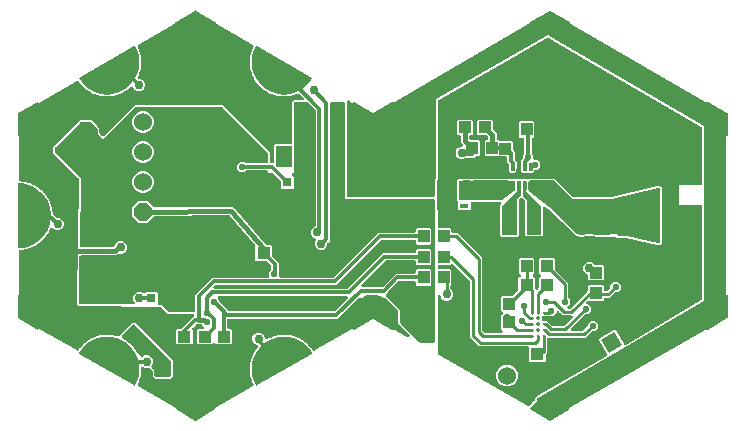
<source format=gbr>
G04 EAGLE Gerber RS-274X export*
G75*
%MOMM*%
%FSLAX34Y34*%
%LPD*%
%INTop Copper*%
%IPPOS*%
%AMOC8*
5,1,8,0,0,1.08239X$1,22.5*%
G01*
%ADD10R,0.800000X0.800000*%
%ADD11P,1.649562X8X112.500000*%
%ADD12R,1.100000X1.000000*%
%ADD13C,1.524000*%
%ADD14R,1.290000X1.290000*%
%ADD15C,1.290000*%
%ADD16R,0.420000X0.750000*%
%ADD17R,2.230000X1.800000*%
%ADD18C,0.254000*%
%ADD19R,0.300000X0.670000*%
%ADD20R,0.800000X0.400000*%
%ADD21R,1.750000X2.500000*%
%ADD22R,0.850000X2.200000*%
%ADD23R,1.000000X1.100000*%
%ADD24C,1.000000*%
%ADD25R,0.754800X0.754800*%
%ADD26C,0.754800*%
%ADD27C,1.200000*%
%ADD28C,1.530000*%
%ADD29C,1.800000*%
%ADD30C,0.750000*%
%ADD31C,0.550000*%
%ADD32C,0.304800*%
%ADD33C,0.406400*%
%ADD34C,0.254000*%
%ADD35C,0.352400*%
%ADD36C,0.508000*%

G36*
X132620Y-74307D02*
X132620Y-74307D01*
X132688Y-74310D01*
X132778Y-74291D01*
X132869Y-74281D01*
X132933Y-74258D01*
X132999Y-74243D01*
X133081Y-74202D01*
X133167Y-74171D01*
X133223Y-74132D01*
X133284Y-74101D01*
X133353Y-74041D01*
X133428Y-73989D01*
X133473Y-73938D01*
X133524Y-73893D01*
X133624Y-73767D01*
X133747Y-73589D01*
X133818Y-73451D01*
X133891Y-73312D01*
X133892Y-73309D01*
X133893Y-73307D01*
X133929Y-73153D01*
X133940Y-73103D01*
X134372Y-72653D01*
X134385Y-72636D01*
X134402Y-72621D01*
X134502Y-72495D01*
X134852Y-71987D01*
X134904Y-71971D01*
X134906Y-71969D01*
X134909Y-71968D01*
X135043Y-71885D01*
X135174Y-71804D01*
X135177Y-71801D01*
X135179Y-71800D01*
X135183Y-71795D01*
X135293Y-71695D01*
X135944Y-71017D01*
X136039Y-70889D01*
X136131Y-70767D01*
X136132Y-70764D01*
X136134Y-70762D01*
X136192Y-70619D01*
X136213Y-70568D01*
X136712Y-70194D01*
X136728Y-70179D01*
X136746Y-70167D01*
X136865Y-70058D01*
X137293Y-69613D01*
X137345Y-69606D01*
X137348Y-69604D01*
X137352Y-69604D01*
X137451Y-69562D01*
X137517Y-69543D01*
X137567Y-69514D01*
X137639Y-69484D01*
X137643Y-69482D01*
X137645Y-69481D01*
X137651Y-69476D01*
X137773Y-69396D01*
X137780Y-69392D01*
X137785Y-69386D01*
X137792Y-69382D01*
X137845Y-69329D01*
X137899Y-69289D01*
X137942Y-69234D01*
X138008Y-69170D01*
X138012Y-69164D01*
X138017Y-69159D01*
X138064Y-69081D01*
X138097Y-69040D01*
X138119Y-68990D01*
X138174Y-68899D01*
X138177Y-68892D01*
X138181Y-68886D01*
X138236Y-68734D01*
X138589Y-67532D01*
X138591Y-67520D01*
X138599Y-67496D01*
X138890Y-66387D01*
X139897Y-65838D01*
X139906Y-65831D01*
X139929Y-65819D01*
X198947Y-31337D01*
X199039Y-31266D01*
X199136Y-31202D01*
X199165Y-31170D01*
X199200Y-31143D01*
X199271Y-31052D01*
X199349Y-30966D01*
X199369Y-30928D01*
X199396Y-30893D01*
X199442Y-30787D01*
X199496Y-30685D01*
X199506Y-30642D01*
X199524Y-30602D01*
X199543Y-30488D01*
X199569Y-30375D01*
X199568Y-30331D01*
X199575Y-30288D01*
X199565Y-30173D01*
X199563Y-30057D01*
X199551Y-30015D01*
X199547Y-29971D01*
X199509Y-29862D01*
X199478Y-29751D01*
X199448Y-29691D01*
X199441Y-29671D01*
X199430Y-29655D01*
X199406Y-29606D01*
X192668Y-17935D01*
X192995Y-16715D01*
X205260Y-9633D01*
X206480Y-9960D01*
X213171Y-21549D01*
X213245Y-21646D01*
X213313Y-21748D01*
X213341Y-21772D01*
X213363Y-21802D01*
X213459Y-21878D01*
X213550Y-21960D01*
X213583Y-21977D01*
X213612Y-22000D01*
X213724Y-22049D01*
X213833Y-22106D01*
X213869Y-22114D01*
X213903Y-22129D01*
X214024Y-22150D01*
X214143Y-22177D01*
X214180Y-22176D01*
X214216Y-22182D01*
X214338Y-22172D01*
X214461Y-22169D01*
X214496Y-22159D01*
X214533Y-22156D01*
X214649Y-22116D01*
X214767Y-22082D01*
X214815Y-22058D01*
X214834Y-22051D01*
X214851Y-22040D01*
X214910Y-22010D01*
X279151Y15524D01*
X279233Y15586D01*
X279319Y15641D01*
X279358Y15683D01*
X279404Y15718D01*
X279467Y15798D01*
X279537Y15873D01*
X279565Y15923D01*
X279600Y15968D01*
X279641Y16061D01*
X279691Y16151D01*
X279705Y16207D01*
X279728Y16259D01*
X279744Y16360D01*
X279770Y16459D01*
X279776Y16552D01*
X279779Y16573D01*
X279778Y16587D01*
X279780Y16620D01*
X279780Y95187D01*
X279765Y95305D01*
X279758Y95423D01*
X279745Y95462D01*
X279740Y95502D01*
X279697Y95613D01*
X279660Y95726D01*
X279638Y95760D01*
X279623Y95798D01*
X279554Y95894D01*
X279490Y95995D01*
X279460Y96022D01*
X279437Y96055D01*
X279345Y96131D01*
X279258Y96213D01*
X279223Y96232D01*
X279192Y96258D01*
X279084Y96309D01*
X278980Y96366D01*
X278940Y96376D01*
X278904Y96393D01*
X278787Y96416D01*
X278672Y96446D01*
X278612Y96449D01*
X278592Y96453D01*
X278571Y96452D01*
X278511Y96456D01*
X260192Y96456D01*
X259968Y96679D01*
X259968Y112871D01*
X260192Y113094D01*
X278511Y113094D01*
X278629Y113109D01*
X278748Y113117D01*
X278786Y113129D01*
X278827Y113134D01*
X278937Y113178D01*
X279050Y113215D01*
X279085Y113236D01*
X279122Y113251D01*
X279218Y113321D01*
X279319Y113385D01*
X279347Y113414D01*
X279380Y113438D01*
X279456Y113530D01*
X279537Y113616D01*
X279557Y113652D01*
X279582Y113683D01*
X279633Y113791D01*
X279691Y113895D01*
X279701Y113934D01*
X279718Y113971D01*
X279740Y114087D01*
X279770Y114203D01*
X279774Y114263D01*
X279778Y114283D01*
X279776Y114303D01*
X279780Y114363D01*
X279780Y161182D01*
X279767Y161284D01*
X279764Y161385D01*
X279748Y161441D01*
X279740Y161498D01*
X279703Y161593D01*
X279674Y161690D01*
X279645Y161740D01*
X279623Y161794D01*
X279564Y161876D01*
X279511Y161964D01*
X279470Y162004D01*
X279437Y162051D01*
X279358Y162116D01*
X279286Y162188D01*
X279208Y162240D01*
X279192Y162254D01*
X279179Y162260D01*
X279152Y162278D01*
X151104Y237233D01*
X151085Y237241D01*
X151030Y237273D01*
X149913Y237831D01*
X149854Y237852D01*
X149798Y237882D01*
X149704Y237905D01*
X149613Y237937D01*
X149550Y237942D01*
X149489Y237957D01*
X149392Y237956D01*
X149296Y237964D01*
X149234Y237954D01*
X149171Y237953D01*
X149078Y237928D01*
X148982Y237912D01*
X148925Y237887D01*
X148864Y237871D01*
X148719Y237800D01*
X56524Y185510D01*
X56435Y185444D01*
X56342Y185385D01*
X56308Y185349D01*
X56269Y185320D01*
X56200Y185234D01*
X56124Y185153D01*
X56100Y185110D01*
X56070Y185072D01*
X56024Y184972D01*
X55970Y184875D01*
X55958Y184827D01*
X55938Y184783D01*
X55919Y184674D01*
X55891Y184567D01*
X55886Y184491D01*
X55882Y184470D01*
X55884Y184452D01*
X55881Y184406D01*
X55881Y78144D01*
X55896Y78026D01*
X55903Y77907D01*
X55916Y77869D01*
X55921Y77828D01*
X55964Y77718D01*
X56001Y77605D01*
X56023Y77570D01*
X56038Y77533D01*
X56108Y77437D01*
X56171Y77336D01*
X56201Y77308D01*
X56224Y77275D01*
X56316Y77199D01*
X56403Y77118D01*
X56438Y77098D01*
X56469Y77073D01*
X56577Y77022D01*
X56681Y76964D01*
X56721Y76954D01*
X56757Y76937D01*
X56874Y76915D01*
X56989Y76885D01*
X57050Y76881D01*
X57070Y76877D01*
X57090Y76879D01*
X57150Y76875D01*
X66519Y76875D01*
X67412Y75982D01*
X67412Y73914D01*
X67427Y73796D01*
X67435Y73677D01*
X67447Y73639D01*
X67452Y73598D01*
X67496Y73488D01*
X67533Y73375D01*
X67554Y73340D01*
X67569Y73303D01*
X67639Y73207D01*
X67703Y73106D01*
X67732Y73078D01*
X67756Y73045D01*
X67848Y72969D01*
X67934Y72888D01*
X67970Y72868D01*
X68001Y72843D01*
X68109Y72792D01*
X68213Y72734D01*
X68252Y72724D01*
X68289Y72707D01*
X68405Y72685D01*
X68521Y72655D01*
X68581Y72651D01*
X68601Y72647D01*
X68621Y72649D01*
X68681Y72645D01*
X72595Y72645D01*
X93282Y51958D01*
X93282Y-9429D01*
X93295Y-9527D01*
X93298Y-9626D01*
X93314Y-9685D01*
X93322Y-9745D01*
X93359Y-9837D01*
X93386Y-9932D01*
X93417Y-9984D01*
X93439Y-10040D01*
X93497Y-10120D01*
X93548Y-10206D01*
X93614Y-10281D01*
X93626Y-10298D01*
X93635Y-10305D01*
X93654Y-10327D01*
X94923Y-11596D01*
X95002Y-11657D01*
X95074Y-11725D01*
X95127Y-11754D01*
X95175Y-11791D01*
X95266Y-11830D01*
X95352Y-11878D01*
X95411Y-11893D01*
X95466Y-11917D01*
X95564Y-11933D01*
X95660Y-11958D01*
X95760Y-11964D01*
X95781Y-11967D01*
X95793Y-11966D01*
X95821Y-11968D01*
X109522Y-11968D01*
X109660Y-11950D01*
X109799Y-11937D01*
X109818Y-11930D01*
X109838Y-11928D01*
X109967Y-11877D01*
X110098Y-11830D01*
X110115Y-11818D01*
X110133Y-11811D01*
X110246Y-11729D01*
X110361Y-11651D01*
X110374Y-11636D01*
X110391Y-11624D01*
X110480Y-11517D01*
X110571Y-11413D01*
X110581Y-11395D01*
X110594Y-11379D01*
X110653Y-11253D01*
X110716Y-11129D01*
X110721Y-11110D01*
X110729Y-11091D01*
X110755Y-10955D01*
X110786Y-10819D01*
X110785Y-10799D01*
X110789Y-10779D01*
X110780Y-10641D01*
X110776Y-10501D01*
X110770Y-10482D01*
X110769Y-10462D01*
X110726Y-10330D01*
X110688Y-10196D01*
X110677Y-10178D01*
X110671Y-10159D01*
X110597Y-10041D01*
X110526Y-9922D01*
X110508Y-9901D01*
X110501Y-9890D01*
X110486Y-9876D01*
X110420Y-9801D01*
X109425Y-8807D01*
X109425Y2457D01*
X109654Y2685D01*
X109714Y2763D01*
X109782Y2835D01*
X109811Y2888D01*
X109848Y2936D01*
X109888Y3027D01*
X109936Y3114D01*
X109951Y3172D01*
X109975Y3228D01*
X109990Y3323D01*
X110683Y4016D01*
X110756Y4110D01*
X110835Y4199D01*
X110853Y4235D01*
X110878Y4267D01*
X110925Y4377D01*
X110979Y4482D01*
X110988Y4522D01*
X111004Y4559D01*
X111023Y4677D01*
X111049Y4793D01*
X111048Y4833D01*
X111054Y4873D01*
X111043Y4992D01*
X111039Y5111D01*
X111028Y5149D01*
X111024Y5190D01*
X110984Y5302D01*
X110951Y5416D01*
X110930Y5451D01*
X110917Y5489D01*
X110850Y5588D01*
X110789Y5690D01*
X110750Y5735D01*
X110738Y5752D01*
X110723Y5766D01*
X110683Y5811D01*
X109425Y7068D01*
X109425Y18332D01*
X110318Y19225D01*
X118497Y19225D01*
X118595Y19237D01*
X118694Y19240D01*
X118752Y19257D01*
X118812Y19265D01*
X118904Y19301D01*
X118999Y19329D01*
X119052Y19359D01*
X119108Y19382D01*
X119188Y19440D01*
X119273Y19490D01*
X119349Y19556D01*
X119365Y19568D01*
X119373Y19578D01*
X119394Y19596D01*
X123804Y24006D01*
X123864Y24084D01*
X123932Y24156D01*
X123961Y24209D01*
X123998Y24257D01*
X124038Y24348D01*
X124086Y24435D01*
X124101Y24493D01*
X124125Y24549D01*
X124140Y24647D01*
X124165Y24743D01*
X124171Y24843D01*
X124175Y24863D01*
X124173Y24875D01*
X124175Y24903D01*
X124175Y34207D01*
X125098Y35129D01*
X125106Y35130D01*
X125125Y35137D01*
X125145Y35140D01*
X125274Y35191D01*
X125405Y35238D01*
X125422Y35249D01*
X125441Y35257D01*
X125553Y35338D01*
X125669Y35416D01*
X125682Y35432D01*
X125698Y35443D01*
X125787Y35551D01*
X125879Y35655D01*
X125888Y35673D01*
X125901Y35688D01*
X125960Y35814D01*
X126024Y35938D01*
X126028Y35958D01*
X126037Y35976D01*
X126063Y36113D01*
X126093Y36248D01*
X126093Y36269D01*
X126096Y36288D01*
X126088Y36427D01*
X126084Y36566D01*
X126078Y36586D01*
X126077Y36606D01*
X126034Y36738D01*
X125995Y36872D01*
X125985Y36889D01*
X125979Y36908D01*
X125904Y37026D01*
X125834Y37146D01*
X125815Y37167D01*
X125808Y37177D01*
X125793Y37191D01*
X125727Y37266D01*
X124675Y38318D01*
X124675Y50582D01*
X125568Y51475D01*
X136832Y51475D01*
X137725Y50582D01*
X137725Y38318D01*
X136673Y37266D01*
X136588Y37157D01*
X136499Y37050D01*
X136490Y37031D01*
X136478Y37015D01*
X136423Y36888D01*
X136363Y36762D01*
X136360Y36742D01*
X136351Y36723D01*
X136330Y36585D01*
X136304Y36449D01*
X136305Y36429D01*
X136302Y36409D01*
X136315Y36270D01*
X136323Y36132D01*
X136330Y36113D01*
X136331Y36093D01*
X136379Y35961D01*
X136421Y35830D01*
X136432Y35812D01*
X136439Y35793D01*
X136517Y35678D01*
X136592Y35561D01*
X136606Y35547D01*
X136618Y35530D01*
X136722Y35438D01*
X136823Y35343D01*
X136841Y35333D01*
X136856Y35320D01*
X136980Y35256D01*
X137102Y35189D01*
X137121Y35184D01*
X137139Y35175D01*
X137275Y35145D01*
X137291Y35141D01*
X138225Y34207D01*
X138225Y26028D01*
X138237Y25930D01*
X138240Y25831D01*
X138257Y25773D01*
X138265Y25713D01*
X138301Y25621D01*
X138329Y25526D01*
X138345Y25498D01*
X138351Y25435D01*
X138358Y25416D01*
X138360Y25396D01*
X138411Y25267D01*
X138458Y25136D01*
X138470Y25119D01*
X138477Y25101D01*
X138559Y24988D01*
X138637Y24873D01*
X138652Y24860D01*
X138664Y24843D01*
X138771Y24754D01*
X138875Y24663D01*
X138893Y24653D01*
X138909Y24640D01*
X139034Y24581D01*
X139159Y24518D01*
X139178Y24513D01*
X139197Y24505D01*
X139333Y24479D01*
X139469Y24448D01*
X139489Y24449D01*
X139509Y24445D01*
X139648Y24454D01*
X139787Y24458D01*
X139806Y24464D01*
X139826Y24465D01*
X139959Y24508D01*
X140092Y24546D01*
X140110Y24557D01*
X140129Y24563D01*
X140247Y24637D01*
X140366Y24708D01*
X140387Y24726D01*
X140398Y24733D01*
X140412Y24748D01*
X140487Y24814D01*
X140804Y25131D01*
X140864Y25209D01*
X140932Y25281D01*
X140961Y25334D01*
X140998Y25382D01*
X141038Y25473D01*
X141086Y25560D01*
X141101Y25618D01*
X141125Y25674D01*
X141140Y25772D01*
X141165Y25868D01*
X141171Y25968D01*
X141175Y25988D01*
X141173Y26000D01*
X141175Y26028D01*
X141175Y34207D01*
X142098Y35129D01*
X142106Y35130D01*
X142125Y35137D01*
X142145Y35140D01*
X142274Y35191D01*
X142405Y35238D01*
X142422Y35249D01*
X142441Y35257D01*
X142553Y35338D01*
X142669Y35416D01*
X142682Y35432D01*
X142698Y35443D01*
X142787Y35551D01*
X142879Y35655D01*
X142888Y35673D01*
X142901Y35688D01*
X142960Y35814D01*
X143024Y35938D01*
X143028Y35958D01*
X143037Y35976D01*
X143063Y36113D01*
X143093Y36248D01*
X143093Y36269D01*
X143096Y36288D01*
X143088Y36427D01*
X143084Y36566D01*
X143078Y36586D01*
X143077Y36606D01*
X143034Y36738D01*
X142995Y36872D01*
X142985Y36889D01*
X142979Y36908D01*
X142904Y37026D01*
X142834Y37146D01*
X142815Y37167D01*
X142808Y37177D01*
X142793Y37191D01*
X142727Y37266D01*
X141675Y38318D01*
X141675Y50582D01*
X142568Y51475D01*
X153832Y51475D01*
X154725Y50582D01*
X154725Y42403D01*
X154737Y42305D01*
X154740Y42206D01*
X154757Y42148D01*
X154765Y42088D01*
X154801Y41996D01*
X154829Y41901D01*
X154859Y41848D01*
X154882Y41792D01*
X154940Y41712D01*
X154990Y41627D01*
X155056Y41551D01*
X155068Y41535D01*
X155078Y41527D01*
X155096Y41506D01*
X166307Y30295D01*
X166307Y18064D01*
X166320Y17966D01*
X166323Y17867D01*
X166339Y17808D01*
X166347Y17748D01*
X166384Y17656D01*
X166411Y17561D01*
X166442Y17509D01*
X166464Y17453D01*
X166522Y17373D01*
X166573Y17287D01*
X166639Y17212D01*
X166651Y17195D01*
X166660Y17188D01*
X166679Y17166D01*
X167787Y16058D01*
X167787Y12517D01*
X165800Y10530D01*
X165715Y10420D01*
X165626Y10313D01*
X165618Y10295D01*
X165605Y10279D01*
X165550Y10151D01*
X165491Y10025D01*
X165487Y10006D01*
X165479Y9987D01*
X165457Y9849D01*
X165431Y9713D01*
X165432Y9693D01*
X165429Y9673D01*
X165442Y9534D01*
X165451Y9396D01*
X165457Y9376D01*
X165459Y9356D01*
X165506Y9225D01*
X165549Y9093D01*
X165560Y9076D01*
X165567Y9057D01*
X165645Y8942D01*
X165719Y8824D01*
X165734Y8810D01*
X165745Y8794D01*
X165849Y8702D01*
X165951Y8606D01*
X165968Y8597D01*
X165984Y8583D01*
X166108Y8520D01*
X166229Y8453D01*
X166249Y8448D01*
X166267Y8439D01*
X166403Y8408D01*
X166537Y8373D01*
X166565Y8372D01*
X166577Y8369D01*
X166598Y8370D01*
X166698Y8363D01*
X167398Y8363D01*
X167496Y8376D01*
X167595Y8379D01*
X167653Y8395D01*
X167713Y8403D01*
X167805Y8440D01*
X167900Y8467D01*
X167953Y8498D01*
X168009Y8520D01*
X168089Y8578D01*
X168174Y8629D01*
X168250Y8695D01*
X168266Y8707D01*
X168274Y8716D01*
X168295Y8735D01*
X182221Y22661D01*
X182310Y22750D01*
X182370Y22828D01*
X182438Y22900D01*
X182468Y22953D01*
X182505Y23001D01*
X182544Y23092D01*
X182592Y23178D01*
X182607Y23237D01*
X182631Y23293D01*
X182647Y23391D01*
X182671Y23486D01*
X182678Y23586D01*
X182681Y23607D01*
X182680Y23619D01*
X182682Y23647D01*
X182682Y27507D01*
X183575Y28400D01*
X195838Y28400D01*
X196731Y27507D01*
X196731Y24701D01*
X196746Y24583D01*
X196753Y24465D01*
X196766Y24426D01*
X196771Y24386D01*
X196815Y24275D01*
X196851Y24162D01*
X196873Y24128D01*
X196888Y24090D01*
X196958Y23994D01*
X197021Y23893D01*
X197051Y23866D01*
X197075Y23833D01*
X197166Y23757D01*
X197253Y23675D01*
X197289Y23656D01*
X197320Y23630D01*
X197427Y23579D01*
X197532Y23522D01*
X197571Y23512D01*
X197607Y23495D01*
X197724Y23472D01*
X197840Y23442D01*
X197900Y23439D01*
X197920Y23435D01*
X197940Y23436D01*
X198000Y23432D01*
X198342Y23432D01*
X198440Y23445D01*
X198539Y23448D01*
X198597Y23464D01*
X198657Y23472D01*
X198749Y23509D01*
X198844Y23536D01*
X198897Y23567D01*
X198953Y23589D01*
X199033Y23647D01*
X199118Y23698D01*
X199194Y23764D01*
X199210Y23776D01*
X199218Y23785D01*
X199239Y23804D01*
X201729Y26293D01*
X201789Y26372D01*
X201857Y26444D01*
X201886Y26497D01*
X201923Y26545D01*
X201963Y26636D01*
X202011Y26722D01*
X202026Y26781D01*
X202050Y26836D01*
X202065Y26934D01*
X202090Y27030D01*
X202096Y27130D01*
X202100Y27151D01*
X202098Y27163D01*
X202100Y27191D01*
X202100Y28758D01*
X204604Y31262D01*
X208146Y31262D01*
X210650Y28758D01*
X210650Y25217D01*
X208146Y22713D01*
X206578Y22713D01*
X206480Y22700D01*
X206381Y22697D01*
X206323Y22681D01*
X206263Y22673D01*
X206171Y22636D01*
X206076Y22609D01*
X206023Y22578D01*
X205967Y22556D01*
X205887Y22498D01*
X205802Y22447D01*
X205726Y22381D01*
X205710Y22369D01*
X205702Y22360D01*
X205681Y22341D01*
X201183Y17843D01*
X198000Y17843D01*
X197882Y17828D01*
X197763Y17820D01*
X197725Y17808D01*
X197685Y17803D01*
X197574Y17759D01*
X197461Y17722D01*
X197427Y17701D01*
X197389Y17686D01*
X197293Y17616D01*
X197192Y17552D01*
X197164Y17523D01*
X197132Y17499D01*
X197056Y17407D01*
X196974Y17321D01*
X196955Y17285D01*
X196929Y17254D01*
X196878Y17146D01*
X196821Y17042D01*
X196811Y17003D01*
X196793Y16966D01*
X196771Y16850D01*
X196741Y16734D01*
X196737Y16674D01*
X196734Y16654D01*
X196735Y16634D01*
X196731Y16574D01*
X196731Y16244D01*
X195838Y15350D01*
X183341Y15350D01*
X183243Y15338D01*
X183144Y15335D01*
X183086Y15318D01*
X183025Y15311D01*
X182933Y15274D01*
X182838Y15247D01*
X182786Y15216D01*
X182730Y15194D01*
X182650Y15135D01*
X182564Y15085D01*
X182489Y15019D01*
X182472Y15007D01*
X182465Y14997D01*
X182444Y14979D01*
X181844Y14379D01*
X181759Y14269D01*
X181670Y14162D01*
X181661Y14144D01*
X181649Y14128D01*
X181593Y14000D01*
X181534Y13874D01*
X181531Y13855D01*
X181523Y13836D01*
X181501Y13698D01*
X181475Y13562D01*
X181476Y13542D01*
X181473Y13522D01*
X181486Y13383D01*
X181494Y13245D01*
X181501Y13225D01*
X181502Y13205D01*
X181550Y13074D01*
X181592Y12942D01*
X181603Y12925D01*
X181610Y12906D01*
X181688Y12791D01*
X181763Y12673D01*
X181777Y12659D01*
X181789Y12643D01*
X181893Y12551D01*
X181994Y12455D01*
X182012Y12446D01*
X182027Y12432D01*
X182151Y12369D01*
X182273Y12302D01*
X182292Y12297D01*
X182310Y12288D01*
X182446Y12257D01*
X182581Y12222D01*
X182609Y12221D01*
X182621Y12218D01*
X182641Y12219D01*
X182741Y12212D01*
X182746Y12212D01*
X185250Y9708D01*
X185250Y6167D01*
X182746Y3663D01*
X181178Y3663D01*
X181080Y3650D01*
X180981Y3647D01*
X180923Y3631D01*
X180863Y3623D01*
X180771Y3586D01*
X180676Y3559D01*
X180623Y3528D01*
X180567Y3506D01*
X180487Y3448D01*
X180402Y3397D01*
X180326Y3331D01*
X180310Y3319D01*
X180302Y3310D01*
X180281Y3291D01*
X168805Y-8185D01*
X168719Y-8295D01*
X168631Y-8402D01*
X168622Y-8420D01*
X168610Y-8436D01*
X168554Y-8564D01*
X168495Y-8690D01*
X168491Y-8710D01*
X168483Y-8728D01*
X168461Y-8866D01*
X168435Y-9002D01*
X168437Y-9022D01*
X168434Y-9042D01*
X168447Y-9181D01*
X168455Y-9320D01*
X168461Y-9339D01*
X168463Y-9359D01*
X168511Y-9490D01*
X168553Y-9622D01*
X168564Y-9639D01*
X168571Y-9658D01*
X168649Y-9773D01*
X168723Y-9891D01*
X168738Y-9905D01*
X168750Y-9921D01*
X168854Y-10013D01*
X168955Y-10109D01*
X168973Y-10118D01*
X168988Y-10132D01*
X169112Y-10195D01*
X169234Y-10262D01*
X169253Y-10267D01*
X169271Y-10276D01*
X169407Y-10307D01*
X169541Y-10342D01*
X169570Y-10343D01*
X169582Y-10346D01*
X169602Y-10346D01*
X169702Y-10352D01*
X178341Y-10352D01*
X178439Y-10339D01*
X178538Y-10336D01*
X178596Y-10320D01*
X178657Y-10312D01*
X178749Y-10276D01*
X178844Y-10248D01*
X178896Y-10217D01*
X178952Y-10195D01*
X179032Y-10137D01*
X179118Y-10087D01*
X179193Y-10020D01*
X179210Y-10008D01*
X179217Y-9999D01*
X179239Y-9980D01*
X182679Y-6540D01*
X182739Y-6462D01*
X182807Y-6390D01*
X182836Y-6337D01*
X182873Y-6289D01*
X182913Y-6198D01*
X182961Y-6111D01*
X182976Y-6053D01*
X183000Y-5997D01*
X183015Y-5899D01*
X183040Y-5803D01*
X183046Y-5703D01*
X183050Y-5683D01*
X183048Y-5671D01*
X183050Y-5643D01*
X183050Y-4075D01*
X185554Y-1571D01*
X189096Y-1571D01*
X191600Y-4075D01*
X191600Y-7617D01*
X189096Y-10121D01*
X187528Y-10121D01*
X187430Y-10133D01*
X187331Y-10136D01*
X187273Y-10153D01*
X187213Y-10161D01*
X187121Y-10197D01*
X187026Y-10225D01*
X186973Y-10255D01*
X186917Y-10278D01*
X186837Y-10336D01*
X186752Y-10386D01*
X186676Y-10452D01*
X186660Y-10464D01*
X186652Y-10474D01*
X186631Y-10492D01*
X181182Y-15941D01*
X149589Y-15941D01*
X149471Y-15956D01*
X149353Y-15964D01*
X149314Y-15976D01*
X149274Y-15981D01*
X149163Y-16025D01*
X149050Y-16062D01*
X149016Y-16083D01*
X148978Y-16098D01*
X148882Y-16168D01*
X148781Y-16232D01*
X148754Y-16261D01*
X148721Y-16285D01*
X148645Y-16377D01*
X148563Y-16463D01*
X148544Y-16499D01*
X148518Y-16530D01*
X148467Y-16638D01*
X148410Y-16742D01*
X148400Y-16781D01*
X148383Y-16818D01*
X148360Y-16935D01*
X148330Y-17050D01*
X148327Y-17110D01*
X148323Y-17130D01*
X148324Y-17150D01*
X148320Y-17211D01*
X148320Y-27924D01*
X148334Y-28032D01*
X148339Y-28142D01*
X148357Y-28217D01*
X148360Y-28239D01*
X148366Y-28255D01*
X148377Y-28298D01*
X148537Y-28818D01*
X148467Y-28951D01*
X148443Y-29016D01*
X148410Y-29075D01*
X148387Y-29164D01*
X148355Y-29249D01*
X148348Y-29317D01*
X148330Y-29383D01*
X148320Y-29544D01*
X148320Y-29695D01*
X147935Y-30079D01*
X147868Y-30166D01*
X147794Y-30247D01*
X147754Y-30313D01*
X147740Y-30331D01*
X147734Y-30347D01*
X147710Y-30384D01*
X147434Y-30908D01*
X147410Y-30972D01*
X147377Y-31032D01*
X147354Y-31120D01*
X147322Y-31205D01*
X147315Y-31273D01*
X147297Y-31340D01*
X147287Y-31500D01*
X147287Y-35794D01*
X146394Y-36687D01*
X134131Y-36687D01*
X133238Y-35794D01*
X133238Y-24701D01*
X133223Y-24583D01*
X133215Y-24465D01*
X133203Y-24426D01*
X133198Y-24386D01*
X133154Y-24275D01*
X133117Y-24162D01*
X133096Y-24128D01*
X133081Y-24090D01*
X133011Y-23994D01*
X132947Y-23893D01*
X132918Y-23866D01*
X132894Y-23833D01*
X132802Y-23757D01*
X132716Y-23675D01*
X132680Y-23656D01*
X132649Y-23630D01*
X132541Y-23579D01*
X132437Y-23522D01*
X132398Y-23512D01*
X132361Y-23495D01*
X132245Y-23472D01*
X132129Y-23442D01*
X132069Y-23439D01*
X132049Y-23435D01*
X132029Y-23436D01*
X131969Y-23432D01*
X90917Y-23432D01*
X82930Y-15445D01*
X82930Y31654D01*
X82918Y31752D01*
X82915Y31851D01*
X82898Y31910D01*
X82890Y31970D01*
X82854Y32062D01*
X82826Y32157D01*
X82796Y32209D01*
X82773Y32265D01*
X82715Y32345D01*
X82665Y32431D01*
X82599Y32506D01*
X82587Y32523D01*
X82577Y32530D01*
X82559Y32552D01*
X69031Y46079D01*
X68937Y46153D01*
X68847Y46231D01*
X68811Y46250D01*
X68779Y46274D01*
X68670Y46322D01*
X68564Y46376D01*
X68525Y46385D01*
X68488Y46401D01*
X68370Y46419D01*
X68254Y46445D01*
X68214Y46444D01*
X68174Y46451D01*
X68055Y46439D01*
X67936Y46436D01*
X67897Y46425D01*
X67857Y46421D01*
X67745Y46380D01*
X67630Y46347D01*
X67596Y46327D01*
X67558Y46313D01*
X67459Y46246D01*
X67357Y46186D01*
X67311Y46146D01*
X67294Y46135D01*
X67281Y46119D01*
X67236Y46079D01*
X66519Y45363D01*
X57150Y45363D01*
X57032Y45348D01*
X56913Y45340D01*
X56875Y45328D01*
X56834Y45323D01*
X56724Y45279D01*
X56611Y45242D01*
X56576Y45221D01*
X56539Y45206D01*
X56443Y45136D01*
X56342Y45072D01*
X56314Y45043D01*
X56281Y45019D01*
X56206Y44927D01*
X56124Y44841D01*
X56104Y44805D01*
X56079Y44774D01*
X56028Y44666D01*
X55970Y44562D01*
X55960Y44523D01*
X55943Y44486D01*
X55921Y44370D01*
X55891Y44254D01*
X55887Y44194D01*
X55883Y44174D01*
X55885Y44154D01*
X55881Y44094D01*
X55881Y43219D01*
X55896Y43101D01*
X55903Y42982D01*
X55916Y42944D01*
X55921Y42903D01*
X55964Y42793D01*
X56001Y42680D01*
X56023Y42645D01*
X56038Y42608D01*
X56108Y42512D01*
X56171Y42411D01*
X56201Y42383D01*
X56224Y42350D01*
X56316Y42274D01*
X56403Y42193D01*
X56438Y42173D01*
X56469Y42148D01*
X56577Y42097D01*
X56681Y42039D01*
X56721Y42029D01*
X56757Y42012D01*
X56874Y41990D01*
X56989Y41960D01*
X57050Y41956D01*
X57070Y41952D01*
X57090Y41954D01*
X57150Y41950D01*
X66519Y41950D01*
X67412Y41057D01*
X67412Y28793D01*
X66667Y28048D01*
X66606Y27970D01*
X66538Y27897D01*
X66509Y27844D01*
X66472Y27796D01*
X66432Y27706D01*
X66384Y27619D01*
X66369Y27560D01*
X66345Y27505D01*
X66330Y27407D01*
X66305Y27311D01*
X66299Y27211D01*
X66295Y27190D01*
X66297Y27178D01*
X66295Y27150D01*
X66295Y25828D01*
X66307Y25730D01*
X66310Y25631D01*
X66327Y25573D01*
X66335Y25513D01*
X66371Y25421D01*
X66399Y25325D01*
X66429Y25273D01*
X66452Y25217D01*
X66510Y25137D01*
X66560Y25051D01*
X66626Y24976D01*
X66638Y24960D01*
X66648Y24952D01*
X66666Y24931D01*
X67972Y23625D01*
X68775Y21687D01*
X68775Y19588D01*
X67972Y17650D01*
X66488Y16166D01*
X64549Y15363D01*
X62451Y15363D01*
X60512Y16166D01*
X59028Y17650D01*
X58323Y19353D01*
X58288Y19414D01*
X58262Y19479D01*
X58210Y19551D01*
X58165Y19629D01*
X58117Y19680D01*
X58076Y19736D01*
X58006Y19793D01*
X57944Y19858D01*
X57884Y19894D01*
X57831Y19939D01*
X57749Y19977D01*
X57673Y20024D01*
X57606Y20045D01*
X57543Y20074D01*
X57455Y20091D01*
X57369Y20118D01*
X57299Y20121D01*
X57231Y20134D01*
X57141Y20129D01*
X57051Y20133D01*
X56983Y20119D01*
X56913Y20114D01*
X56828Y20087D01*
X56740Y20069D01*
X56677Y20038D01*
X56611Y20016D01*
X56535Y19968D01*
X56454Y19929D01*
X56401Y19884D01*
X56342Y19846D01*
X56280Y19781D01*
X56212Y19723D01*
X56172Y19665D01*
X56124Y19615D01*
X56081Y19536D01*
X56029Y19462D01*
X56004Y19397D01*
X55970Y19336D01*
X55948Y19249D01*
X55916Y19165D01*
X55908Y19096D01*
X55891Y19028D01*
X55881Y18867D01*
X55881Y-29498D01*
X55894Y-29602D01*
X55898Y-29708D01*
X55914Y-29760D01*
X55921Y-29813D01*
X55959Y-29911D01*
X55990Y-30013D01*
X56018Y-30059D01*
X56038Y-30109D01*
X56100Y-30194D01*
X56154Y-30285D01*
X56193Y-30323D01*
X56224Y-30366D01*
X56306Y-30434D01*
X56381Y-30508D01*
X56453Y-30555D01*
X56469Y-30569D01*
X56483Y-30576D01*
X56515Y-30597D01*
X131945Y-74145D01*
X132008Y-74171D01*
X132066Y-74206D01*
X132153Y-74232D01*
X132238Y-74268D01*
X132305Y-74278D01*
X132370Y-74297D01*
X132462Y-74301D01*
X132552Y-74314D01*
X132620Y-74307D01*
G37*
G36*
X52506Y-20304D02*
X52506Y-20304D01*
X52624Y-20297D01*
X52663Y-20284D01*
X52703Y-20279D01*
X52814Y-20236D01*
X52927Y-20199D01*
X52961Y-20177D01*
X52999Y-20162D01*
X53095Y-20093D01*
X53196Y-20029D01*
X53223Y-19999D01*
X53256Y-19976D01*
X53332Y-19884D01*
X53414Y-19797D01*
X53433Y-19762D01*
X53459Y-19731D01*
X53510Y-19623D01*
X53567Y-19519D01*
X53577Y-19479D01*
X53594Y-19443D01*
X53617Y-19326D01*
X53647Y-19211D01*
X53650Y-19151D01*
X53654Y-19131D01*
X53653Y-19110D01*
X53657Y-19050D01*
X53657Y90686D01*
X53644Y90785D01*
X53641Y90883D01*
X53625Y90942D01*
X53617Y91002D01*
X53581Y91094D01*
X53553Y91189D01*
X53522Y91241D01*
X53500Y91297D01*
X53442Y91377D01*
X53391Y91463D01*
X53325Y91538D01*
X53313Y91555D01*
X53304Y91563D01*
X53285Y91584D01*
X53225Y91643D01*
X53225Y99981D01*
X53210Y100099D01*
X53203Y100218D01*
X53190Y100256D01*
X53185Y100297D01*
X53142Y100407D01*
X53105Y100520D01*
X53083Y100555D01*
X53068Y100592D01*
X52999Y100688D01*
X52935Y100789D01*
X52905Y100817D01*
X52882Y100850D01*
X52790Y100926D01*
X52703Y101007D01*
X52668Y101027D01*
X52637Y101052D01*
X52529Y101103D01*
X52425Y101161D01*
X52385Y101171D01*
X52349Y101188D01*
X52232Y101210D01*
X52117Y101240D01*
X52057Y101244D01*
X52037Y101248D01*
X52016Y101246D01*
X51956Y101250D01*
X43554Y101250D01*
X43472Y101272D01*
X43372Y101278D01*
X43352Y101281D01*
X43340Y101280D01*
X43311Y101282D01*
X-22801Y101282D01*
X-22801Y182210D01*
X-22816Y182328D01*
X-22823Y182447D01*
X-22836Y182485D01*
X-22841Y182525D01*
X-22885Y182636D01*
X-22921Y182749D01*
X-22943Y182783D01*
X-22958Y182821D01*
X-23028Y182917D01*
X-23092Y183018D01*
X-23121Y183046D01*
X-23145Y183078D01*
X-23237Y183154D01*
X-23323Y183236D01*
X-23359Y183255D01*
X-23390Y183281D01*
X-23497Y183332D01*
X-23602Y183389D01*
X-23641Y183400D01*
X-23677Y183417D01*
X-23794Y183439D01*
X-23910Y183469D01*
X-23970Y183473D01*
X-23990Y183477D01*
X-24010Y183475D01*
X-24070Y183479D01*
X-34060Y183479D01*
X-34178Y183464D01*
X-34297Y183457D01*
X-34335Y183444D01*
X-34376Y183439D01*
X-34486Y183395D01*
X-34599Y183359D01*
X-34634Y183337D01*
X-34671Y183322D01*
X-34767Y183252D01*
X-34868Y183189D01*
X-34896Y183159D01*
X-34929Y183135D01*
X-35005Y183044D01*
X-35086Y182957D01*
X-35106Y182922D01*
X-35131Y182890D01*
X-35182Y182783D01*
X-35240Y182678D01*
X-35250Y182639D01*
X-35267Y182603D01*
X-35289Y182486D01*
X-35319Y182371D01*
X-35323Y182310D01*
X-35327Y182290D01*
X-35325Y182270D01*
X-35329Y182210D01*
X-35329Y66072D01*
X-37216Y64185D01*
X-37277Y64107D01*
X-37345Y64035D01*
X-37374Y63982D01*
X-37411Y63934D01*
X-37450Y63843D01*
X-37498Y63756D01*
X-37513Y63698D01*
X-37537Y63642D01*
X-37553Y63544D01*
X-37578Y63448D01*
X-37584Y63348D01*
X-37587Y63328D01*
X-37586Y63316D01*
X-37588Y63288D01*
X-37588Y62451D01*
X-38391Y60512D01*
X-39875Y59028D01*
X-41813Y58225D01*
X-43912Y58225D01*
X-45850Y59028D01*
X-47334Y60512D01*
X-48137Y62451D01*
X-48137Y64549D01*
X-47337Y66480D01*
X-47306Y66595D01*
X-47267Y66708D01*
X-47264Y66748D01*
X-47253Y66787D01*
X-47252Y66906D01*
X-47242Y67025D01*
X-47249Y67064D01*
X-47248Y67105D01*
X-47276Y67221D01*
X-47296Y67338D01*
X-47313Y67375D01*
X-47323Y67414D01*
X-47378Y67519D01*
X-47427Y67628D01*
X-47452Y67660D01*
X-47471Y67695D01*
X-47551Y67783D01*
X-47626Y67876D01*
X-47658Y67901D01*
X-47685Y67931D01*
X-47785Y67996D01*
X-47880Y68068D01*
X-47934Y68094D01*
X-47951Y68105D01*
X-47970Y68112D01*
X-48024Y68139D01*
X-49025Y68553D01*
X-50509Y70037D01*
X-51312Y71976D01*
X-51312Y74074D01*
X-50509Y76013D01*
X-49025Y77497D01*
X-48282Y77805D01*
X-48257Y77819D01*
X-48229Y77828D01*
X-48119Y77898D01*
X-48006Y77962D01*
X-47985Y77983D01*
X-47960Y77998D01*
X-47871Y78093D01*
X-47778Y78183D01*
X-47762Y78209D01*
X-47742Y78230D01*
X-47679Y78344D01*
X-47611Y78454D01*
X-47603Y78483D01*
X-47588Y78509D01*
X-47556Y78634D01*
X-47518Y78758D01*
X-47516Y78788D01*
X-47509Y78816D01*
X-47499Y78977D01*
X-47499Y176149D01*
X-47511Y176247D01*
X-47514Y176346D01*
X-47531Y176404D01*
X-47539Y176464D01*
X-47575Y176557D01*
X-47603Y176652D01*
X-47633Y176704D01*
X-47656Y176760D01*
X-47714Y176840D01*
X-47764Y176926D01*
X-47830Y177001D01*
X-47842Y177017D01*
X-47852Y177025D01*
X-47870Y177046D01*
X-53931Y183107D01*
X-54010Y183168D01*
X-54082Y183236D01*
X-54135Y183265D01*
X-54183Y183302D01*
X-54274Y183342D01*
X-54360Y183389D01*
X-54419Y183405D01*
X-54475Y183429D01*
X-54572Y183444D01*
X-54668Y183469D01*
X-54768Y183475D01*
X-54789Y183478D01*
X-54801Y183477D01*
X-54829Y183479D01*
X-64735Y183479D01*
X-64853Y183464D01*
X-64972Y183457D01*
X-65010Y183444D01*
X-65050Y183439D01*
X-65161Y183395D01*
X-65274Y183359D01*
X-65308Y183337D01*
X-65346Y183322D01*
X-65442Y183252D01*
X-65543Y183189D01*
X-65571Y183159D01*
X-65603Y183135D01*
X-65679Y183044D01*
X-65761Y182957D01*
X-65780Y182922D01*
X-65806Y182890D01*
X-65857Y182783D01*
X-65914Y182678D01*
X-65925Y182639D01*
X-65942Y182603D01*
X-65964Y182486D01*
X-65994Y182371D01*
X-65998Y182310D01*
X-66002Y182290D01*
X-66000Y182270D01*
X-66004Y182210D01*
X-66004Y123507D01*
X-66274Y123507D01*
X-66411Y123489D01*
X-66550Y123476D01*
X-66569Y123469D01*
X-66589Y123467D01*
X-66718Y123416D01*
X-66849Y123369D01*
X-66866Y123357D01*
X-66885Y123350D01*
X-66997Y123268D01*
X-67112Y123190D01*
X-67126Y123175D01*
X-67142Y123163D01*
X-67231Y123056D01*
X-67323Y122952D01*
X-67332Y122934D01*
X-67345Y122918D01*
X-67404Y122792D01*
X-67468Y122668D01*
X-67472Y122649D01*
X-67481Y122630D01*
X-67507Y122494D01*
X-67537Y122358D01*
X-67537Y122338D01*
X-67540Y122318D01*
X-67532Y122180D01*
X-67528Y122040D01*
X-67522Y122021D01*
X-67521Y122001D01*
X-67478Y121868D01*
X-67439Y121735D01*
X-67429Y121717D01*
X-67423Y121698D01*
X-67348Y121581D01*
X-67278Y121461D01*
X-67259Y121440D01*
X-67252Y121429D01*
X-67238Y121415D01*
X-67171Y121340D01*
X-65913Y120082D01*
X-65913Y110818D01*
X-66806Y109925D01*
X-76069Y109925D01*
X-76962Y110818D01*
X-76962Y116137D01*
X-76975Y116236D01*
X-76978Y116335D01*
X-76994Y116393D01*
X-77002Y116453D01*
X-77039Y116545D01*
X-77066Y116640D01*
X-77097Y116692D01*
X-77119Y116749D01*
X-77177Y116829D01*
X-77228Y116914D01*
X-77294Y116989D01*
X-77306Y117006D01*
X-77315Y117014D01*
X-77334Y117035D01*
X-83434Y123135D01*
X-83512Y123196D01*
X-83584Y123264D01*
X-83637Y123293D01*
X-83685Y123330D01*
X-83776Y123369D01*
X-83863Y123417D01*
X-83921Y123432D01*
X-83977Y123456D01*
X-84075Y123472D01*
X-84171Y123497D01*
X-84271Y123503D01*
X-84291Y123506D01*
X-84304Y123505D01*
X-84332Y123507D01*
X-86787Y123507D01*
X-87643Y124363D01*
X-87646Y124388D01*
X-87653Y124506D01*
X-87666Y124545D01*
X-87671Y124585D01*
X-87714Y124696D01*
X-87751Y124809D01*
X-87773Y124843D01*
X-87788Y124881D01*
X-87858Y124977D01*
X-87921Y125078D01*
X-87951Y125105D01*
X-87974Y125138D01*
X-88066Y125214D01*
X-88153Y125296D01*
X-88188Y125315D01*
X-88219Y125341D01*
X-88327Y125392D01*
X-88431Y125449D01*
X-88471Y125459D01*
X-88507Y125476D01*
X-88624Y125499D01*
X-88739Y125529D01*
X-88800Y125532D01*
X-88820Y125536D01*
X-88840Y125535D01*
X-88900Y125539D01*
X-106015Y125539D01*
X-106113Y125526D01*
X-106212Y125523D01*
X-106271Y125507D01*
X-106331Y125499D01*
X-106423Y125462D01*
X-106518Y125435D01*
X-106570Y125404D01*
X-106626Y125382D01*
X-106706Y125324D01*
X-106792Y125273D01*
X-106867Y125207D01*
X-106884Y125195D01*
X-106891Y125186D01*
X-106913Y125167D01*
X-107767Y124313D01*
X-111308Y124313D01*
X-113812Y126817D01*
X-113812Y130358D01*
X-111308Y132862D01*
X-107767Y132862D01*
X-106913Y132008D01*
X-106834Y131947D01*
X-106762Y131879D01*
X-106709Y131850D01*
X-106661Y131813D01*
X-106570Y131774D01*
X-106484Y131726D01*
X-106425Y131711D01*
X-106369Y131687D01*
X-106272Y131671D01*
X-106176Y131646D01*
X-106076Y131640D01*
X-106055Y131637D01*
X-106043Y131638D01*
X-106015Y131636D01*
X-88900Y131636D01*
X-88782Y131651D01*
X-88663Y131659D01*
X-88625Y131671D01*
X-88584Y131676D01*
X-88474Y131720D01*
X-88361Y131757D01*
X-88326Y131778D01*
X-88289Y131793D01*
X-88193Y131863D01*
X-88092Y131927D01*
X-88064Y131956D01*
X-88031Y131980D01*
X-87956Y132072D01*
X-87874Y132158D01*
X-87854Y132194D01*
X-87829Y132225D01*
X-87778Y132333D01*
X-87720Y132437D01*
X-87710Y132476D01*
X-87693Y132513D01*
X-87671Y132629D01*
X-87641Y132745D01*
X-87637Y132805D01*
X-87633Y132825D01*
X-87635Y132845D01*
X-87631Y132905D01*
X-87631Y139700D01*
X-87643Y139798D01*
X-87646Y139897D01*
X-87663Y139955D01*
X-87671Y140016D01*
X-87707Y140108D01*
X-87735Y140203D01*
X-87765Y140255D01*
X-87788Y140311D01*
X-87846Y140391D01*
X-87896Y140477D01*
X-87962Y140552D01*
X-87974Y140569D01*
X-87984Y140576D01*
X-88003Y140598D01*
X-126103Y178698D01*
X-126182Y178759D01*
X-126254Y178827D01*
X-126307Y178856D01*
X-126355Y178893D01*
X-126446Y178933D01*
X-126532Y178981D01*
X-126591Y178996D01*
X-126647Y179020D01*
X-126745Y179035D01*
X-126840Y179060D01*
X-126940Y179066D01*
X-126961Y179070D01*
X-126973Y179068D01*
X-127001Y179070D01*
X-199727Y179067D01*
X-199820Y179055D01*
X-199914Y179053D01*
X-199977Y179035D01*
X-200043Y179027D01*
X-200130Y178992D01*
X-200220Y178967D01*
X-200277Y178934D01*
X-200338Y178910D01*
X-200414Y178855D01*
X-200495Y178808D01*
X-200581Y178733D01*
X-200596Y178723D01*
X-200602Y178716D01*
X-200617Y178703D01*
X-227887Y151894D01*
X-232093Y156101D01*
X-232093Y160338D01*
X-232106Y160436D01*
X-232109Y160535D01*
X-232126Y160593D01*
X-232133Y160653D01*
X-232170Y160745D01*
X-232197Y160840D01*
X-232228Y160892D01*
X-232250Y160949D01*
X-232308Y161029D01*
X-232359Y161114D01*
X-232425Y161190D01*
X-232437Y161206D01*
X-232446Y161214D01*
X-232465Y161235D01*
X-237228Y165998D01*
X-237306Y166058D01*
X-237378Y166126D01*
X-237431Y166155D01*
X-237479Y166192D01*
X-237570Y166232D01*
X-237656Y166280D01*
X-237715Y166295D01*
X-237771Y166319D01*
X-237869Y166334D01*
X-237964Y166359D01*
X-238064Y166365D01*
X-238085Y166369D01*
X-238097Y166367D01*
X-238125Y166369D01*
X-246063Y166369D01*
X-246161Y166357D01*
X-246260Y166354D01*
X-246318Y166337D01*
X-246378Y166329D01*
X-246470Y166293D01*
X-246565Y166265D01*
X-246617Y166235D01*
X-246674Y166212D01*
X-246754Y166154D01*
X-246839Y166104D01*
X-246915Y166038D01*
X-246931Y166026D01*
X-246939Y166016D01*
X-246960Y165998D01*
X-267598Y145360D01*
X-267658Y145282D01*
X-267726Y145210D01*
X-267755Y145157D01*
X-267792Y145109D01*
X-267832Y145018D01*
X-267880Y144931D01*
X-267895Y144873D01*
X-267919Y144817D01*
X-267934Y144719D01*
X-267959Y144623D01*
X-267965Y144523D01*
X-267969Y144503D01*
X-267967Y144491D01*
X-267969Y144463D01*
X-267969Y141288D01*
X-267957Y141189D01*
X-267954Y141090D01*
X-267937Y141032D01*
X-267929Y140972D01*
X-267893Y140880D01*
X-267865Y140785D01*
X-267835Y140733D01*
X-267812Y140676D01*
X-267754Y140596D01*
X-267704Y140511D01*
X-267638Y140435D01*
X-267626Y140419D01*
X-267616Y140411D01*
X-267598Y140390D01*
X-246479Y119271D01*
X-247459Y61934D01*
X-247445Y61805D01*
X-247437Y61676D01*
X-247428Y61647D01*
X-247425Y61618D01*
X-247379Y61496D01*
X-247339Y61373D01*
X-247324Y61348D01*
X-247313Y61320D01*
X-247239Y61214D01*
X-247169Y61104D01*
X-247148Y61084D01*
X-247131Y61060D01*
X-247032Y60976D01*
X-246938Y60886D01*
X-246912Y60872D01*
X-246889Y60853D01*
X-246773Y60796D01*
X-246659Y60733D01*
X-246630Y60726D01*
X-246604Y60712D01*
X-246477Y60686D01*
X-246351Y60653D01*
X-246309Y60651D01*
X-246293Y60647D01*
X-246271Y60648D01*
X-246190Y60643D01*
X-219620Y60643D01*
X-219521Y60656D01*
X-219422Y60659D01*
X-219364Y60675D01*
X-219304Y60683D01*
X-219212Y60719D01*
X-219117Y60747D01*
X-219065Y60778D01*
X-219008Y60800D01*
X-218928Y60858D01*
X-218843Y60909D01*
X-218768Y60975D01*
X-218751Y60987D01*
X-218743Y60996D01*
X-218722Y61015D01*
X-217921Y61816D01*
X-217916Y61823D01*
X-217908Y61829D01*
X-217818Y61949D01*
X-217727Y62067D01*
X-217723Y62075D01*
X-217717Y62083D01*
X-217646Y62228D01*
X-217197Y63313D01*
X-215713Y64797D01*
X-213774Y65600D01*
X-211676Y65600D01*
X-209737Y64797D01*
X-208253Y63313D01*
X-207450Y61374D01*
X-207450Y59276D01*
X-208253Y57337D01*
X-209737Y55853D01*
X-211676Y55050D01*
X-213867Y55050D01*
X-213900Y55059D01*
X-213930Y55060D01*
X-213959Y55066D01*
X-214089Y55062D01*
X-214218Y55065D01*
X-214247Y55058D01*
X-214277Y55057D01*
X-214402Y55021D01*
X-214527Y54990D01*
X-214554Y54977D01*
X-214582Y54968D01*
X-214694Y54902D01*
X-214808Y54842D01*
X-214830Y54822D01*
X-214856Y54807D01*
X-214977Y54700D01*
X-216147Y53530D01*
X-246356Y53530D01*
X-246463Y53516D01*
X-246571Y53511D01*
X-246620Y53496D01*
X-246671Y53490D01*
X-246772Y53450D01*
X-246875Y53418D01*
X-246919Y53392D01*
X-246967Y53373D01*
X-247054Y53309D01*
X-247147Y53253D01*
X-247183Y53216D01*
X-247224Y53186D01*
X-247293Y53103D01*
X-247369Y53025D01*
X-247394Y52981D01*
X-247427Y52941D01*
X-247473Y52843D01*
X-247527Y52749D01*
X-247541Y52700D01*
X-247562Y52653D01*
X-247583Y52547D01*
X-247612Y52443D01*
X-247618Y52362D01*
X-247622Y52341D01*
X-247621Y52324D01*
X-247625Y52282D01*
X-248282Y13879D01*
X-248268Y13757D01*
X-248262Y13634D01*
X-248251Y13599D01*
X-248247Y13563D01*
X-248204Y13448D01*
X-248167Y13331D01*
X-248148Y13300D01*
X-248135Y13265D01*
X-248064Y13164D01*
X-248000Y13060D01*
X-247974Y13035D01*
X-247953Y13005D01*
X-247859Y12925D01*
X-247771Y12840D01*
X-247739Y12822D01*
X-247711Y12798D01*
X-247601Y12744D01*
X-247494Y12683D01*
X-247459Y12674D01*
X-247426Y12658D01*
X-247306Y12632D01*
X-247187Y12600D01*
X-247134Y12596D01*
X-247115Y12592D01*
X-247094Y12593D01*
X-247026Y12588D01*
X-202027Y12102D01*
X-201882Y12119D01*
X-201737Y12132D01*
X-201724Y12137D01*
X-201711Y12139D01*
X-201575Y12191D01*
X-201438Y12240D01*
X-201427Y12248D01*
X-201414Y12252D01*
X-201295Y12337D01*
X-201175Y12419D01*
X-201166Y12429D01*
X-201155Y12436D01*
X-201060Y12548D01*
X-200964Y12657D01*
X-200958Y12669D01*
X-200949Y12679D01*
X-200886Y12810D01*
X-200820Y12940D01*
X-200817Y12953D01*
X-200811Y12965D01*
X-200782Y13108D01*
X-200750Y13251D01*
X-200750Y13264D01*
X-200748Y13277D01*
X-200755Y13423D01*
X-200760Y13569D01*
X-200763Y13581D01*
X-200764Y13595D01*
X-200807Y13734D01*
X-200848Y13874D01*
X-200855Y13886D01*
X-200859Y13898D01*
X-200935Y14022D01*
X-201010Y14148D01*
X-201022Y14162D01*
X-201026Y14169D01*
X-201038Y14180D01*
X-201116Y14269D01*
X-201322Y14475D01*
X-202125Y16413D01*
X-202125Y18512D01*
X-201322Y20450D01*
X-199838Y21934D01*
X-197899Y22737D01*
X-195801Y22737D01*
X-193733Y21881D01*
X-193705Y21873D01*
X-193679Y21860D01*
X-193552Y21831D01*
X-193427Y21797D01*
X-193397Y21797D01*
X-193368Y21790D01*
X-193239Y21794D01*
X-193109Y21792D01*
X-193080Y21799D01*
X-193050Y21800D01*
X-192926Y21836D01*
X-192799Y21866D01*
X-192773Y21880D01*
X-192745Y21888D01*
X-192633Y21954D01*
X-192518Y22015D01*
X-192496Y22035D01*
X-192471Y22050D01*
X-192350Y22156D01*
X-191519Y22987D01*
X-182256Y22987D01*
X-181363Y22094D01*
X-181363Y13134D01*
X-181349Y13023D01*
X-181343Y12911D01*
X-181329Y12866D01*
X-181323Y12819D01*
X-181282Y12715D01*
X-181248Y12607D01*
X-181223Y12567D01*
X-181206Y12523D01*
X-181140Y12432D01*
X-181081Y12337D01*
X-181047Y12304D01*
X-181019Y12266D01*
X-180933Y12194D01*
X-180852Y12116D01*
X-180811Y12093D01*
X-180774Y12063D01*
X-180672Y12015D01*
X-180575Y11960D01*
X-180529Y11948D01*
X-180486Y11928D01*
X-180376Y11906D01*
X-180268Y11877D01*
X-180195Y11872D01*
X-180174Y11868D01*
X-180156Y11869D01*
X-180107Y11865D01*
X-178063Y11843D01*
X-172010Y5790D01*
X-171932Y5729D01*
X-171860Y5661D01*
X-171807Y5632D01*
X-171759Y5595D01*
X-171668Y5556D01*
X-171581Y5508D01*
X-171523Y5493D01*
X-171467Y5469D01*
X-171369Y5453D01*
X-171273Y5428D01*
X-171173Y5422D01*
X-171153Y5419D01*
X-171141Y5420D01*
X-171113Y5418D01*
X-150750Y5418D01*
X-150632Y5433D01*
X-150513Y5440D01*
X-150475Y5453D01*
X-150434Y5458D01*
X-150324Y5502D01*
X-150210Y5538D01*
X-150176Y5560D01*
X-150139Y5575D01*
X-150042Y5645D01*
X-149942Y5709D01*
X-149914Y5738D01*
X-149881Y5762D01*
X-149805Y5854D01*
X-149724Y5940D01*
X-149704Y5976D01*
X-149678Y6007D01*
X-149628Y6114D01*
X-149570Y6219D01*
X-149560Y6258D01*
X-149543Y6295D01*
X-149521Y6411D01*
X-149491Y6527D01*
X-149487Y6587D01*
X-149483Y6607D01*
X-149484Y6627D01*
X-149481Y6687D01*
X-149481Y20313D01*
X-135185Y34608D01*
X-88094Y34608D01*
X-87976Y34623D01*
X-87857Y34631D01*
X-87819Y34643D01*
X-87778Y34648D01*
X-87668Y34692D01*
X-87555Y34729D01*
X-87520Y34750D01*
X-87483Y34765D01*
X-87387Y34835D01*
X-87286Y34899D01*
X-87258Y34928D01*
X-87225Y34952D01*
X-87149Y35044D01*
X-87068Y35130D01*
X-87048Y35166D01*
X-87023Y35197D01*
X-86972Y35305D01*
X-86914Y35409D01*
X-86904Y35448D01*
X-86887Y35485D01*
X-86865Y35601D01*
X-86835Y35717D01*
X-86831Y35777D01*
X-86827Y35797D01*
X-86829Y35817D01*
X-86825Y35877D01*
X-86825Y39871D01*
X-85408Y41287D01*
X-85347Y41366D01*
X-85279Y41438D01*
X-85250Y41491D01*
X-85213Y41539D01*
X-85174Y41630D01*
X-85126Y41716D01*
X-85111Y41775D01*
X-85087Y41831D01*
X-85071Y41928D01*
X-85046Y42024D01*
X-85040Y42124D01*
X-85037Y42145D01*
X-85038Y42157D01*
X-85036Y42185D01*
X-85036Y44249D01*
X-85049Y44347D01*
X-85052Y44446D01*
X-85068Y44504D01*
X-85076Y44564D01*
X-85113Y44657D01*
X-85140Y44752D01*
X-85171Y44804D01*
X-85193Y44860D01*
X-85251Y44940D01*
X-85302Y45026D01*
X-85368Y45101D01*
X-85380Y45117D01*
X-85389Y45125D01*
X-85408Y45146D01*
X-88928Y48666D01*
X-89006Y48727D01*
X-89078Y48795D01*
X-89131Y48824D01*
X-89179Y48861D01*
X-89270Y48900D01*
X-89356Y48948D01*
X-89415Y48963D01*
X-89471Y48987D01*
X-89569Y49003D01*
X-89664Y49028D01*
X-89764Y49034D01*
X-89785Y49037D01*
X-89797Y49036D01*
X-89825Y49038D01*
X-97644Y49038D01*
X-98537Y49931D01*
X-98537Y61517D01*
X-98544Y61568D01*
X-98541Y61618D01*
X-98563Y61725D01*
X-98577Y61833D01*
X-98596Y61880D01*
X-98606Y61930D01*
X-98654Y62027D01*
X-98694Y62128D01*
X-98724Y62169D01*
X-98746Y62215D01*
X-98843Y62344D01*
X-120327Y87380D01*
X-120442Y87484D01*
X-120556Y87589D01*
X-120559Y87591D01*
X-120563Y87593D01*
X-120700Y87666D01*
X-120836Y87739D01*
X-120840Y87740D01*
X-120844Y87742D01*
X-120995Y87777D01*
X-121145Y87814D01*
X-121151Y87815D01*
X-121153Y87815D01*
X-121161Y87815D01*
X-121306Y87823D01*
X-183666Y87054D01*
X-183756Y87041D01*
X-183847Y87039D01*
X-183913Y87020D01*
X-183981Y87010D01*
X-184065Y86976D01*
X-184153Y86950D01*
X-184212Y86915D01*
X-184275Y86889D01*
X-184348Y86835D01*
X-184427Y86789D01*
X-184517Y86709D01*
X-184530Y86699D01*
X-184535Y86693D01*
X-184548Y86682D01*
X-189887Y81343D01*
X-197463Y81343D01*
X-202820Y86700D01*
X-202820Y94275D01*
X-197463Y99632D01*
X-189887Y99632D01*
X-184792Y94537D01*
X-184707Y94471D01*
X-184629Y94399D01*
X-184582Y94374D01*
X-184541Y94342D01*
X-184442Y94299D01*
X-184348Y94249D01*
X-184297Y94237D01*
X-184249Y94216D01*
X-184143Y94199D01*
X-184039Y94173D01*
X-183956Y94169D01*
X-183935Y94166D01*
X-183919Y94167D01*
X-183879Y94165D01*
X-120892Y94942D01*
X-120850Y94948D01*
X-120807Y94946D01*
X-120693Y94969D01*
X-120577Y94985D01*
X-120538Y95002D01*
X-120496Y95010D01*
X-120391Y95062D01*
X-120368Y95071D01*
X-119038Y94969D01*
X-119017Y94971D01*
X-118926Y94966D01*
X-117606Y94982D01*
X-117573Y94968D01*
X-117537Y94945D01*
X-117427Y94907D01*
X-117405Y94898D01*
X-116536Y93885D01*
X-116520Y93871D01*
X-116459Y93803D01*
X-115514Y92882D01*
X-115501Y92849D01*
X-115492Y92807D01*
X-115441Y92702D01*
X-115396Y92594D01*
X-115371Y92560D01*
X-115352Y92521D01*
X-115255Y92393D01*
X-89630Y62530D01*
X-89520Y62431D01*
X-89413Y62330D01*
X-89403Y62325D01*
X-89394Y62316D01*
X-89264Y62248D01*
X-89135Y62177D01*
X-89123Y62174D01*
X-89112Y62168D01*
X-88969Y62134D01*
X-88827Y62097D01*
X-88811Y62096D01*
X-88803Y62095D01*
X-88787Y62095D01*
X-88666Y62087D01*
X-85381Y62087D01*
X-84488Y61194D01*
X-84488Y53375D01*
X-84475Y53277D01*
X-84472Y53178D01*
X-84456Y53120D01*
X-84448Y53060D01*
X-84411Y52967D01*
X-84384Y52872D01*
X-84353Y52820D01*
X-84331Y52764D01*
X-84273Y52684D01*
X-84222Y52598D01*
X-84156Y52523D01*
X-84144Y52507D01*
X-84135Y52499D01*
X-84116Y52478D01*
X-78939Y47300D01*
X-78939Y41060D01*
X-78926Y40962D01*
X-78923Y40863D01*
X-78907Y40804D01*
X-78899Y40744D01*
X-78862Y40652D01*
X-78835Y40557D01*
X-78804Y40505D01*
X-78782Y40449D01*
X-78724Y40369D01*
X-78673Y40283D01*
X-78607Y40208D01*
X-78595Y40191D01*
X-78586Y40184D01*
X-78567Y40162D01*
X-78275Y39871D01*
X-78275Y35877D01*
X-78260Y35759D01*
X-78253Y35641D01*
X-78240Y35602D01*
X-78235Y35562D01*
X-78192Y35451D01*
X-78155Y35338D01*
X-78133Y35304D01*
X-78118Y35266D01*
X-78049Y35170D01*
X-77985Y35069D01*
X-77955Y35042D01*
X-77932Y35009D01*
X-77840Y34933D01*
X-77753Y34851D01*
X-77718Y34832D01*
X-77687Y34806D01*
X-77579Y34755D01*
X-77475Y34698D01*
X-77435Y34688D01*
X-77399Y34671D01*
X-77282Y34648D01*
X-77167Y34618D01*
X-77107Y34615D01*
X-77087Y34611D01*
X-77066Y34612D01*
X-77006Y34608D01*
X-32704Y34608D01*
X-32606Y34621D01*
X-32507Y34624D01*
X-32449Y34640D01*
X-32389Y34648D01*
X-32296Y34685D01*
X-32201Y34712D01*
X-32149Y34743D01*
X-32093Y34765D01*
X-32013Y34823D01*
X-31927Y34874D01*
X-31852Y34940D01*
X-31836Y34952D01*
X-31828Y34961D01*
X-31807Y34980D01*
X6112Y72899D01*
X36094Y72899D01*
X36212Y72914D01*
X36330Y72921D01*
X36369Y72934D01*
X36409Y72939D01*
X36520Y72982D01*
X36633Y73019D01*
X36667Y73041D01*
X36705Y73056D01*
X36801Y73125D01*
X36902Y73189D01*
X36929Y73219D01*
X36962Y73242D01*
X37038Y73334D01*
X37120Y73421D01*
X37139Y73456D01*
X37165Y73487D01*
X37216Y73595D01*
X37273Y73699D01*
X37283Y73739D01*
X37300Y73775D01*
X37323Y73892D01*
X37353Y74007D01*
X37356Y74067D01*
X37360Y74087D01*
X37359Y74108D01*
X37363Y74168D01*
X37363Y75982D01*
X38256Y76875D01*
X49519Y76875D01*
X50412Y75982D01*
X50412Y63718D01*
X49519Y62825D01*
X38256Y62825D01*
X37363Y63718D01*
X37363Y65532D01*
X37348Y65650D01*
X37340Y65769D01*
X37328Y65807D01*
X37323Y65848D01*
X37279Y65958D01*
X37242Y66071D01*
X37221Y66106D01*
X37206Y66143D01*
X37136Y66239D01*
X37072Y66340D01*
X37043Y66368D01*
X37019Y66401D01*
X36927Y66477D01*
X36841Y66558D01*
X36805Y66578D01*
X36774Y66603D01*
X36666Y66654D01*
X36562Y66712D01*
X36523Y66722D01*
X36486Y66739D01*
X36370Y66761D01*
X36254Y66791D01*
X36194Y66795D01*
X36174Y66799D01*
X36154Y66797D01*
X36094Y66801D01*
X9164Y66801D01*
X9065Y66789D01*
X8966Y66786D01*
X8908Y66769D01*
X8848Y66761D01*
X8756Y66725D01*
X8661Y66697D01*
X8609Y66667D01*
X8552Y66644D01*
X8472Y66586D01*
X8387Y66536D01*
X8312Y66470D01*
X8295Y66458D01*
X8287Y66448D01*
X8266Y66430D01*
X-27495Y30668D01*
X-29653Y28511D01*
X-132134Y28511D01*
X-132232Y28498D01*
X-132331Y28495D01*
X-132389Y28479D01*
X-132449Y28471D01*
X-132541Y28435D01*
X-132636Y28407D01*
X-132689Y28376D01*
X-132745Y28354D01*
X-132825Y28296D01*
X-132910Y28245D01*
X-132986Y28179D01*
X-133002Y28167D01*
X-133010Y28158D01*
X-133031Y28139D01*
X-133730Y27440D01*
X-133815Y27331D01*
X-133904Y27224D01*
X-133912Y27205D01*
X-133925Y27189D01*
X-133980Y27061D01*
X-134039Y26936D01*
X-134043Y26916D01*
X-134051Y26897D01*
X-134073Y26759D01*
X-134099Y26623D01*
X-134098Y26603D01*
X-134101Y26583D01*
X-134088Y26444D01*
X-134079Y26306D01*
X-134073Y26287D01*
X-134071Y26267D01*
X-134024Y26136D01*
X-133981Y26004D01*
X-133970Y25986D01*
X-133964Y25967D01*
X-133886Y25853D01*
X-133811Y25735D01*
X-133796Y25721D01*
X-133785Y25704D01*
X-133681Y25612D01*
X-133579Y25517D01*
X-133562Y25507D01*
X-133547Y25494D01*
X-133423Y25431D01*
X-133301Y25363D01*
X-133281Y25358D01*
X-133263Y25349D01*
X-133127Y25319D01*
X-132993Y25284D01*
X-132965Y25282D01*
X-132953Y25279D01*
X-132933Y25280D01*
X-132832Y25274D01*
X-21401Y25274D01*
X-21303Y25286D01*
X-21204Y25289D01*
X-21146Y25306D01*
X-21086Y25314D01*
X-20993Y25350D01*
X-20898Y25378D01*
X-20846Y25408D01*
X-20790Y25431D01*
X-20710Y25489D01*
X-20624Y25539D01*
X-20549Y25605D01*
X-20533Y25617D01*
X-20525Y25627D01*
X-20504Y25645D01*
X9287Y55436D01*
X36094Y55436D01*
X36212Y55451D01*
X36330Y55459D01*
X36369Y55471D01*
X36409Y55476D01*
X36520Y55520D01*
X36633Y55557D01*
X36667Y55578D01*
X36705Y55593D01*
X36801Y55663D01*
X36902Y55727D01*
X36929Y55756D01*
X36962Y55780D01*
X37038Y55872D01*
X37120Y55958D01*
X37139Y55994D01*
X37165Y56025D01*
X37216Y56133D01*
X37273Y56237D01*
X37283Y56276D01*
X37300Y56313D01*
X37323Y56429D01*
X37353Y56545D01*
X37356Y56605D01*
X37360Y56625D01*
X37359Y56645D01*
X37363Y56705D01*
X37363Y58519D01*
X38256Y59412D01*
X49519Y59412D01*
X50412Y58519D01*
X50412Y46256D01*
X49519Y45363D01*
X38256Y45363D01*
X37363Y46256D01*
X37363Y48070D01*
X37348Y48188D01*
X37340Y48306D01*
X37328Y48345D01*
X37323Y48385D01*
X37279Y48496D01*
X37242Y48609D01*
X37221Y48643D01*
X37206Y48681D01*
X37136Y48777D01*
X37072Y48878D01*
X37043Y48905D01*
X37019Y48938D01*
X36927Y49014D01*
X36841Y49096D01*
X36805Y49115D01*
X36774Y49141D01*
X36666Y49192D01*
X36562Y49249D01*
X36523Y49259D01*
X36486Y49276D01*
X36370Y49299D01*
X36254Y49329D01*
X36194Y49332D01*
X36174Y49336D01*
X36154Y49335D01*
X36094Y49339D01*
X12339Y49339D01*
X12240Y49326D01*
X12141Y49323D01*
X12083Y49307D01*
X12023Y49299D01*
X11931Y49262D01*
X11836Y49235D01*
X11784Y49204D01*
X11727Y49182D01*
X11647Y49124D01*
X11562Y49073D01*
X11487Y49007D01*
X11470Y48995D01*
X11462Y48986D01*
X11441Y48967D01*
X-8498Y29028D01*
X-8583Y28918D01*
X-8672Y28811D01*
X-8680Y28793D01*
X-8693Y28777D01*
X-8748Y28649D01*
X-8807Y28523D01*
X-8811Y28504D01*
X-8819Y28485D01*
X-8841Y28347D01*
X-8867Y28211D01*
X-8866Y28191D01*
X-8869Y28171D01*
X-8856Y28032D01*
X-8847Y27894D01*
X-8841Y27874D01*
X-8839Y27854D01*
X-8792Y27723D01*
X-8749Y27591D01*
X-8739Y27574D01*
X-8732Y27555D01*
X-8654Y27440D01*
X-8579Y27322D01*
X-8564Y27308D01*
X-8553Y27292D01*
X-8449Y27200D01*
X-8348Y27104D01*
X-8330Y27095D01*
X-8315Y27081D01*
X-8191Y27018D01*
X-8069Y26951D01*
X-8050Y26946D01*
X-8031Y26937D01*
X-7896Y26906D01*
X-7761Y26871D01*
X-7733Y26870D01*
X-7721Y26867D01*
X-7701Y26868D01*
X-7600Y26861D01*
X8761Y26861D01*
X8860Y26874D01*
X8959Y26877D01*
X9017Y26893D01*
X9077Y26901D01*
X9169Y26938D01*
X9264Y26965D01*
X9316Y26996D01*
X9373Y27018D01*
X9453Y27076D01*
X9538Y27127D01*
X9613Y27193D01*
X9630Y27205D01*
X9638Y27214D01*
X9659Y27233D01*
X20400Y37974D01*
X36094Y37974D01*
X36212Y37989D01*
X36330Y37996D01*
X36369Y38009D01*
X36409Y38014D01*
X36520Y38057D01*
X36633Y38094D01*
X36667Y38116D01*
X36705Y38131D01*
X36801Y38200D01*
X36902Y38264D01*
X36929Y38294D01*
X36962Y38317D01*
X37038Y38409D01*
X37120Y38496D01*
X37139Y38531D01*
X37165Y38562D01*
X37216Y38670D01*
X37273Y38774D01*
X37283Y38814D01*
X37300Y38850D01*
X37323Y38967D01*
X37353Y39082D01*
X37356Y39142D01*
X37360Y39162D01*
X37359Y39183D01*
X37363Y39243D01*
X37363Y41057D01*
X38256Y41950D01*
X49519Y41950D01*
X50412Y41057D01*
X50412Y28793D01*
X49519Y27900D01*
X38256Y27900D01*
X37363Y28793D01*
X37363Y30607D01*
X37348Y30725D01*
X37340Y30844D01*
X37328Y30882D01*
X37323Y30923D01*
X37279Y31033D01*
X37242Y31146D01*
X37221Y31181D01*
X37206Y31218D01*
X37136Y31314D01*
X37072Y31415D01*
X37043Y31443D01*
X37019Y31476D01*
X36927Y31552D01*
X36841Y31633D01*
X36805Y31653D01*
X36774Y31678D01*
X36666Y31729D01*
X36562Y31787D01*
X36523Y31797D01*
X36486Y31814D01*
X36370Y31836D01*
X36254Y31866D01*
X36194Y31870D01*
X36174Y31874D01*
X36154Y31872D01*
X36094Y31876D01*
X23451Y31876D01*
X23353Y31864D01*
X23254Y31861D01*
X23196Y31844D01*
X23136Y31836D01*
X23043Y31800D01*
X22948Y31772D01*
X22896Y31742D01*
X22840Y31719D01*
X22760Y31661D01*
X22674Y31611D01*
X22599Y31545D01*
X22583Y31533D01*
X22575Y31523D01*
X22554Y31505D01*
X13970Y22921D01*
X12193Y21144D01*
X12120Y21050D01*
X12042Y20961D01*
X12023Y20925D01*
X11998Y20893D01*
X11951Y20783D01*
X11897Y20678D01*
X11888Y20638D01*
X11872Y20601D01*
X11853Y20483D01*
X11827Y20367D01*
X11828Y20327D01*
X11822Y20287D01*
X11833Y20168D01*
X11837Y20050D01*
X11848Y20011D01*
X11852Y19970D01*
X11892Y19858D01*
X11925Y19744D01*
X11946Y19709D01*
X11960Y19671D01*
X12027Y19572D01*
X12087Y19470D01*
X12127Y19425D01*
X12138Y19408D01*
X12153Y19394D01*
X12193Y19349D01*
X24131Y7412D01*
X24131Y-3175D01*
X24143Y-3273D01*
X24146Y-3372D01*
X24163Y-3430D01*
X24171Y-3491D01*
X24207Y-3583D01*
X24235Y-3678D01*
X24265Y-3730D01*
X24288Y-3786D01*
X24346Y-3866D01*
X24396Y-3952D01*
X24462Y-4027D01*
X24474Y-4044D01*
X24484Y-4051D01*
X24503Y-4073D01*
X40378Y-19948D01*
X40456Y-20008D01*
X40528Y-20076D01*
X40581Y-20105D01*
X40629Y-20142D01*
X40720Y-20182D01*
X40806Y-20230D01*
X40865Y-20245D01*
X40921Y-20269D01*
X41019Y-20284D01*
X41114Y-20309D01*
X41214Y-20315D01*
X41235Y-20319D01*
X41247Y-20317D01*
X41275Y-20319D01*
X52388Y-20319D01*
X52506Y-20304D01*
G37*
G36*
X-149209Y-86377D02*
X-149209Y-86377D01*
X-149132Y-86378D01*
X-149108Y-86369D01*
X-149087Y-86367D01*
X-149048Y-86347D01*
X-148976Y-86320D01*
X-132476Y-76820D01*
X-132454Y-76801D01*
X-132428Y-76789D01*
X-132394Y-76751D01*
X-132391Y-76749D01*
X-132388Y-76745D01*
X-132380Y-76736D01*
X-132327Y-76689D01*
X-132314Y-76663D01*
X-132295Y-76641D01*
X-132272Y-76574D01*
X-132241Y-76509D01*
X-132240Y-76480D01*
X-132230Y-76453D01*
X-132235Y-76382D01*
X-132232Y-76311D01*
X-132242Y-76284D01*
X-132244Y-76255D01*
X-132286Y-76164D01*
X-132301Y-76124D01*
X-132308Y-76116D01*
X-132314Y-76104D01*
X-132734Y-75495D01*
X-100728Y-57017D01*
X-100670Y-56973D01*
X-100608Y-56939D01*
X-100544Y-56878D01*
X-100474Y-56825D01*
X-100430Y-56768D01*
X-100378Y-56719D01*
X-100331Y-56644D01*
X-100277Y-56575D01*
X-100247Y-56510D01*
X-100210Y-56449D01*
X-100183Y-56365D01*
X-100147Y-56285D01*
X-100135Y-56214D01*
X-100114Y-56146D01*
X-100109Y-56058D01*
X-100094Y-55971D01*
X-100100Y-55900D01*
X-100096Y-55828D01*
X-100113Y-55742D01*
X-100121Y-55654D01*
X-100144Y-55587D01*
X-100158Y-55517D01*
X-100218Y-55367D01*
X-100730Y-54304D01*
X-100732Y-54300D01*
X-100734Y-54296D01*
X-100818Y-54168D01*
X-100903Y-54037D01*
X-100906Y-54034D01*
X-100908Y-54030D01*
X-101022Y-53927D01*
X-101046Y-53905D01*
X-101238Y-53281D01*
X-101244Y-53268D01*
X-101247Y-53254D01*
X-101307Y-53105D01*
X-101586Y-52526D01*
X-101578Y-52492D01*
X-101578Y-52488D01*
X-101578Y-52484D01*
X-101585Y-52331D01*
X-101591Y-52174D01*
X-101592Y-52170D01*
X-101592Y-52166D01*
X-101630Y-52009D01*
X-102180Y-50222D01*
X-102182Y-50219D01*
X-102183Y-50215D01*
X-102248Y-50072D01*
X-102311Y-49933D01*
X-102314Y-49930D01*
X-102316Y-49926D01*
X-102414Y-49805D01*
X-102433Y-49781D01*
X-102530Y-49136D01*
X-102534Y-49122D01*
X-102535Y-49107D01*
X-102572Y-48951D01*
X-102761Y-48337D01*
X-102749Y-48304D01*
X-102748Y-48300D01*
X-102747Y-48296D01*
X-102735Y-48181D01*
X-102718Y-48092D01*
X-102721Y-48049D01*
X-102714Y-47988D01*
X-102715Y-47984D01*
X-102714Y-47980D01*
X-102728Y-47820D01*
X-103006Y-45971D01*
X-103007Y-45967D01*
X-103007Y-45963D01*
X-103050Y-45817D01*
X-103092Y-45665D01*
X-103094Y-45661D01*
X-103096Y-45657D01*
X-103173Y-45526D01*
X-103190Y-45496D01*
X-103190Y-44844D01*
X-103192Y-44829D01*
X-103190Y-44815D01*
X-103204Y-44655D01*
X-103299Y-44020D01*
X-103282Y-43989D01*
X-103281Y-43985D01*
X-103279Y-43982D01*
X-103241Y-43832D01*
X-103201Y-43682D01*
X-103201Y-43678D01*
X-103200Y-43674D01*
X-103189Y-43513D01*
X-103189Y-41643D01*
X-103189Y-41639D01*
X-103189Y-41635D01*
X-103207Y-41501D01*
X-103211Y-41428D01*
X-103219Y-41404D01*
X-103229Y-41328D01*
X-103230Y-41324D01*
X-103231Y-41320D01*
X-103289Y-41176D01*
X-103300Y-41147D01*
X-103203Y-40502D01*
X-103202Y-40487D01*
X-103199Y-40473D01*
X-103188Y-40312D01*
X-103188Y-39671D01*
X-103167Y-39643D01*
X-103165Y-39639D01*
X-103163Y-39636D01*
X-103102Y-39495D01*
X-103040Y-39351D01*
X-103040Y-39347D01*
X-103038Y-39343D01*
X-103004Y-39186D01*
X-102725Y-37337D01*
X-102725Y-37333D01*
X-102723Y-37329D01*
X-102721Y-37174D01*
X-102717Y-37019D01*
X-102718Y-37015D01*
X-102718Y-37011D01*
X-102754Y-36860D01*
X-102761Y-36830D01*
X-102568Y-36206D01*
X-102566Y-36192D01*
X-102560Y-36178D01*
X-102526Y-36021D01*
X-102430Y-35386D01*
X-102405Y-35362D01*
X-102402Y-35359D01*
X-102399Y-35356D01*
X-102318Y-35224D01*
X-102236Y-35093D01*
X-102235Y-35089D01*
X-102233Y-35085D01*
X-102175Y-34935D01*
X-101624Y-33148D01*
X-101623Y-33144D01*
X-101621Y-33140D01*
X-101596Y-32990D01*
X-101589Y-32949D01*
X-101572Y-32861D01*
X-101572Y-32855D01*
X-101569Y-32835D01*
X-101569Y-32831D01*
X-101568Y-32827D01*
X-101581Y-32676D01*
X-101584Y-32641D01*
X-101300Y-32053D01*
X-101296Y-32039D01*
X-101288Y-32027D01*
X-101242Y-31906D01*
X-101241Y-31904D01*
X-101241Y-31903D01*
X-101231Y-31876D01*
X-101042Y-31263D01*
X-101013Y-31243D01*
X-101010Y-31240D01*
X-101007Y-31237D01*
X-100904Y-31116D01*
X-100806Y-31001D01*
X-100804Y-30998D01*
X-100802Y-30995D01*
X-100723Y-30854D01*
X-99911Y-29170D01*
X-99910Y-29166D01*
X-99907Y-29162D01*
X-99858Y-29013D01*
X-99810Y-28868D01*
X-99810Y-28864D01*
X-99808Y-28860D01*
X-99798Y-28703D01*
X-99796Y-28674D01*
X-99428Y-28135D01*
X-99421Y-28122D01*
X-99412Y-28111D01*
X-99333Y-27971D01*
X-99054Y-27393D01*
X-99023Y-27377D01*
X-99020Y-27374D01*
X-99016Y-27373D01*
X-98899Y-27270D01*
X-98782Y-27169D01*
X-98780Y-27166D01*
X-98777Y-27163D01*
X-98678Y-27036D01*
X-97624Y-25491D01*
X-97622Y-25488D01*
X-97620Y-25485D01*
X-97550Y-25346D01*
X-97479Y-25208D01*
X-97478Y-25204D01*
X-97477Y-25201D01*
X-97443Y-25049D01*
X-97436Y-25019D01*
X-96993Y-24540D01*
X-96984Y-24529D01*
X-96973Y-24519D01*
X-96874Y-24392D01*
X-96679Y-24106D01*
X-96638Y-24026D01*
X-96588Y-23950D01*
X-96566Y-23885D01*
X-96534Y-23823D01*
X-96514Y-23735D01*
X-96485Y-23649D01*
X-96480Y-23580D01*
X-96464Y-23513D01*
X-96467Y-23422D01*
X-96460Y-23332D01*
X-96472Y-23264D01*
X-96474Y-23195D01*
X-96499Y-23108D01*
X-96514Y-23019D01*
X-96543Y-22956D01*
X-96562Y-22889D01*
X-96608Y-22812D01*
X-96645Y-22729D01*
X-96688Y-22675D01*
X-96723Y-22615D01*
X-96787Y-22551D01*
X-96843Y-22481D01*
X-96899Y-22439D01*
X-96947Y-22390D01*
X-97025Y-22344D01*
X-97097Y-22289D01*
X-97207Y-22235D01*
X-97221Y-22227D01*
X-97228Y-22225D01*
X-97242Y-22218D01*
X-98708Y-21611D01*
X-100192Y-20127D01*
X-100995Y-18189D01*
X-100995Y-16090D01*
X-100192Y-14151D01*
X-98708Y-12668D01*
X-96770Y-11865D01*
X-94671Y-11865D01*
X-92732Y-12668D01*
X-91249Y-14151D01*
X-90446Y-16090D01*
X-90446Y-16309D01*
X-90429Y-16440D01*
X-90425Y-16487D01*
X-90423Y-16517D01*
X-90422Y-16520D01*
X-90418Y-16572D01*
X-90409Y-16598D01*
X-90406Y-16625D01*
X-90357Y-16747D01*
X-90314Y-16872D01*
X-90299Y-16895D01*
X-90289Y-16920D01*
X-90211Y-17027D01*
X-90138Y-17138D01*
X-90118Y-17156D01*
X-90102Y-17178D01*
X-90000Y-17262D01*
X-89902Y-17351D01*
X-89878Y-17363D01*
X-89857Y-17381D01*
X-89738Y-17437D01*
X-89620Y-17498D01*
X-89594Y-17505D01*
X-89569Y-17516D01*
X-89440Y-17541D01*
X-89311Y-17571D01*
X-89284Y-17571D01*
X-89257Y-17576D01*
X-89125Y-17568D01*
X-88993Y-17565D01*
X-88967Y-17558D01*
X-88939Y-17556D01*
X-88814Y-17515D01*
X-88686Y-17480D01*
X-88652Y-17463D01*
X-88637Y-17458D01*
X-88619Y-17446D01*
X-88542Y-17409D01*
X-87889Y-17032D01*
X-87886Y-17029D01*
X-87882Y-17028D01*
X-87758Y-16933D01*
X-87636Y-16840D01*
X-87633Y-16837D01*
X-87630Y-16834D01*
X-87536Y-16714D01*
X-87515Y-16687D01*
X-86907Y-16449D01*
X-86895Y-16442D01*
X-86881Y-16438D01*
X-86737Y-16367D01*
X-86181Y-16046D01*
X-86146Y-16051D01*
X-86142Y-16050D01*
X-86138Y-16051D01*
X-85985Y-16032D01*
X-85830Y-16015D01*
X-85826Y-16013D01*
X-85822Y-16013D01*
X-85669Y-15963D01*
X-83928Y-15281D01*
X-83924Y-15279D01*
X-83920Y-15278D01*
X-83783Y-15202D01*
X-83649Y-15129D01*
X-83646Y-15126D01*
X-83642Y-15124D01*
X-83530Y-15018D01*
X-83506Y-14996D01*
X-82870Y-14851D01*
X-82856Y-14846D01*
X-82842Y-14844D01*
X-82689Y-14795D01*
X-82091Y-14561D01*
X-82058Y-14571D01*
X-82053Y-14571D01*
X-82049Y-14572D01*
X-81896Y-14576D01*
X-81740Y-14582D01*
X-81736Y-14581D01*
X-81732Y-14581D01*
X-81573Y-14555D01*
X-79750Y-14140D01*
X-79746Y-14138D01*
X-79742Y-14138D01*
X-79598Y-14085D01*
X-79451Y-14031D01*
X-79447Y-14028D01*
X-79443Y-14027D01*
X-79317Y-13939D01*
X-79290Y-13921D01*
X-78640Y-13872D01*
X-78626Y-13869D01*
X-78611Y-13870D01*
X-78452Y-13844D01*
X-77826Y-13701D01*
X-77794Y-13716D01*
X-77790Y-13717D01*
X-77787Y-13719D01*
X-77633Y-13746D01*
X-77482Y-13774D01*
X-77478Y-13774D01*
X-77474Y-13775D01*
X-77313Y-13773D01*
X-75448Y-13634D01*
X-75444Y-13633D01*
X-75440Y-13633D01*
X-75287Y-13601D01*
X-75136Y-13571D01*
X-75133Y-13569D01*
X-75128Y-13568D01*
X-74989Y-13499D01*
X-74961Y-13486D01*
X-74311Y-13535D01*
X-74296Y-13534D01*
X-74282Y-13537D01*
X-74121Y-13535D01*
X-73481Y-13487D01*
X-73451Y-13507D01*
X-73448Y-13508D01*
X-73444Y-13510D01*
X-73297Y-13560D01*
X-73151Y-13611D01*
X-73147Y-13611D01*
X-73143Y-13613D01*
X-72984Y-13635D01*
X-71119Y-13775D01*
X-71115Y-13775D01*
X-71111Y-13776D01*
X-70956Y-13767D01*
X-70801Y-13759D01*
X-70797Y-13758D01*
X-70793Y-13758D01*
X-70646Y-13711D01*
X-70616Y-13701D01*
X-69979Y-13847D01*
X-69965Y-13848D01*
X-69951Y-13853D01*
X-69792Y-13875D01*
X-69152Y-13923D01*
X-69126Y-13947D01*
X-69122Y-13949D01*
X-69119Y-13951D01*
X-68980Y-14023D01*
X-68844Y-14095D01*
X-68840Y-14096D01*
X-68837Y-14097D01*
X-68682Y-14143D01*
X-66859Y-14560D01*
X-66855Y-14560D01*
X-66851Y-14562D01*
X-66698Y-14576D01*
X-66543Y-14591D01*
X-66539Y-14591D01*
X-66535Y-14591D01*
X-66381Y-14567D01*
X-66351Y-14562D01*
X-65743Y-14800D01*
X-65729Y-14804D01*
X-65717Y-14811D01*
X-65562Y-14856D01*
X-64936Y-14999D01*
X-64914Y-15027D01*
X-64911Y-15029D01*
X-64908Y-15032D01*
X-64782Y-15124D01*
X-64658Y-15215D01*
X-64654Y-15216D01*
X-64651Y-15219D01*
X-64505Y-15287D01*
X-62764Y-15971D01*
X-62760Y-15972D01*
X-62757Y-15974D01*
X-62609Y-16010D01*
X-62456Y-16049D01*
X-62452Y-16049D01*
X-62448Y-16050D01*
X-62293Y-16049D01*
X-62262Y-16049D01*
X-61697Y-16375D01*
X-61683Y-16381D01*
X-61672Y-16389D01*
X-61526Y-16457D01*
X-60928Y-16692D01*
X-60910Y-16722D01*
X-60907Y-16725D01*
X-60905Y-16729D01*
X-60794Y-16838D01*
X-60685Y-16946D01*
X-60681Y-16949D01*
X-60678Y-16951D01*
X-60544Y-17041D01*
X-58925Y-17976D01*
X-58922Y-17978D01*
X-58918Y-17980D01*
X-58775Y-18039D01*
X-58632Y-18099D01*
X-58628Y-18100D01*
X-58624Y-18102D01*
X-58473Y-18123D01*
X-58440Y-18128D01*
X-57930Y-18535D01*
X-57917Y-18543D01*
X-57907Y-18553D01*
X-57877Y-18573D01*
X-57874Y-18575D01*
X-57868Y-18579D01*
X-57773Y-18642D01*
X-57217Y-18963D01*
X-57204Y-18995D01*
X-57202Y-18999D01*
X-57200Y-19003D01*
X-57107Y-19126D01*
X-57015Y-19251D01*
X-57011Y-19253D01*
X-57009Y-19257D01*
X-56890Y-19365D01*
X-55428Y-20531D01*
X-55425Y-20534D01*
X-55422Y-20536D01*
X-55289Y-20616D01*
X-55157Y-20697D01*
X-55153Y-20698D01*
X-55149Y-20700D01*
X-55001Y-20745D01*
X-54971Y-20754D01*
X-54527Y-21232D01*
X-54516Y-21242D01*
X-54507Y-21253D01*
X-54388Y-21361D01*
X-53886Y-21762D01*
X-53878Y-21796D01*
X-53876Y-21800D01*
X-53875Y-21804D01*
X-53836Y-21876D01*
X-53829Y-21897D01*
X-53799Y-21944D01*
X-53729Y-22077D01*
X-53726Y-22080D01*
X-53724Y-22083D01*
X-53666Y-22155D01*
X-53659Y-22165D01*
X-53651Y-22173D01*
X-53622Y-22208D01*
X-52351Y-23579D01*
X-52348Y-23582D01*
X-52345Y-23585D01*
X-52224Y-23685D01*
X-52107Y-23783D01*
X-52103Y-23785D01*
X-52100Y-23788D01*
X-51960Y-23854D01*
X-51931Y-23867D01*
X-51564Y-24407D01*
X-51555Y-24417D01*
X-51548Y-24430D01*
X-51446Y-24555D01*
X-51009Y-25026D01*
X-51006Y-25061D01*
X-51005Y-25064D01*
X-51005Y-25069D01*
X-50951Y-25217D01*
X-50901Y-25361D01*
X-50898Y-25364D01*
X-50897Y-25368D01*
X-50815Y-25506D01*
X-50161Y-26466D01*
X-50113Y-26520D01*
X-50073Y-26580D01*
X-50008Y-26639D01*
X-49950Y-26705D01*
X-49891Y-26745D01*
X-49837Y-26793D01*
X-49759Y-26834D01*
X-49687Y-26883D01*
X-49619Y-26908D01*
X-49555Y-26941D01*
X-49470Y-26961D01*
X-49388Y-26991D01*
X-49316Y-26997D01*
X-49246Y-27014D01*
X-49158Y-27012D01*
X-49071Y-27020D01*
X-49000Y-27009D01*
X-48928Y-27008D01*
X-48844Y-26984D01*
X-48757Y-26970D01*
X-48691Y-26942D01*
X-48622Y-26922D01*
X-48477Y-26851D01*
X-16472Y-8373D01*
X-16177Y-9000D01*
X-16159Y-9023D01*
X-16149Y-9051D01*
X-16100Y-9103D01*
X-16058Y-9160D01*
X-16033Y-9174D01*
X-16013Y-9195D01*
X-15948Y-9224D01*
X-15886Y-9260D01*
X-15857Y-9264D01*
X-15831Y-9275D01*
X-15760Y-9276D01*
X-15689Y-9285D01*
X-15661Y-9278D01*
X-15632Y-9278D01*
X-15539Y-9243D01*
X-15498Y-9232D01*
X-15489Y-9225D01*
X-15476Y-9220D01*
X775Y136D01*
X17026Y-9220D01*
X17054Y-9229D01*
X17078Y-9246D01*
X17147Y-9261D01*
X17215Y-9283D01*
X17244Y-9281D01*
X17272Y-9287D01*
X17342Y-9273D01*
X17413Y-9267D01*
X17439Y-9254D01*
X17467Y-9248D01*
X17526Y-9208D01*
X17589Y-9176D01*
X17608Y-9153D01*
X17632Y-9137D01*
X17689Y-9055D01*
X17716Y-9022D01*
X17719Y-9011D01*
X17727Y-9000D01*
X18022Y-8373D01*
X30077Y-15333D01*
X30217Y-15392D01*
X30357Y-15452D01*
X30364Y-15454D01*
X30370Y-15456D01*
X30520Y-15478D01*
X30671Y-15502D01*
X30678Y-15502D01*
X30685Y-15503D01*
X30835Y-15487D01*
X30988Y-15473D01*
X30994Y-15470D01*
X31001Y-15470D01*
X31144Y-15416D01*
X31287Y-15365D01*
X31293Y-15361D01*
X31299Y-15359D01*
X31425Y-15271D01*
X31550Y-15186D01*
X31555Y-15181D01*
X31560Y-15177D01*
X31661Y-15061D01*
X31761Y-14948D01*
X31764Y-14942D01*
X31768Y-14937D01*
X31836Y-14800D01*
X31905Y-14665D01*
X31907Y-14658D01*
X31910Y-14652D01*
X31941Y-14503D01*
X31975Y-14354D01*
X31975Y-14348D01*
X31976Y-14341D01*
X31970Y-14189D01*
X31965Y-14036D01*
X31963Y-14030D01*
X31963Y-14023D01*
X31919Y-13876D01*
X31877Y-13731D01*
X31873Y-13725D01*
X31871Y-13719D01*
X31792Y-13588D01*
X31715Y-13457D01*
X31709Y-13450D01*
X31707Y-13446D01*
X31699Y-13439D01*
X31609Y-13336D01*
X24614Y-6341D01*
X22605Y-4333D01*
X22605Y6254D01*
X22593Y6352D01*
X22590Y6451D01*
X22573Y6510D01*
X22565Y6570D01*
X22529Y6662D01*
X22501Y6757D01*
X22471Y6809D01*
X22448Y6865D01*
X22390Y6945D01*
X22340Y7031D01*
X22274Y7106D01*
X22262Y7123D01*
X22252Y7130D01*
X22234Y7152D01*
X11914Y17471D01*
X11836Y17532D01*
X11764Y17600D01*
X11711Y17629D01*
X11663Y17666D01*
X11572Y17705D01*
X11485Y17753D01*
X11427Y17768D01*
X11371Y17792D01*
X11273Y17808D01*
X11177Y17833D01*
X11077Y17839D01*
X11057Y17842D01*
X11045Y17841D01*
X11017Y17843D01*
X10109Y17843D01*
X8765Y18582D01*
X8731Y18592D01*
X8689Y18616D01*
X8609Y18644D01*
X8608Y18644D01*
X7175Y19143D01*
X5741Y19642D01*
X5677Y19664D01*
X5643Y19669D01*
X5596Y19685D01*
X2453Y20217D01*
X2418Y20216D01*
X2369Y20224D01*
X-819Y20224D01*
X-854Y20217D01*
X-903Y20217D01*
X-4046Y19685D01*
X-4079Y19672D01*
X-4127Y19664D01*
X-7139Y18616D01*
X-7169Y18598D01*
X-7215Y18582D01*
X-8559Y17843D01*
X-10657Y17843D01*
X-10756Y17830D01*
X-10855Y17827D01*
X-10913Y17811D01*
X-10973Y17803D01*
X-11065Y17766D01*
X-11160Y17739D01*
X-11212Y17708D01*
X-11269Y17686D01*
X-11349Y17628D01*
X-11434Y17577D01*
X-11510Y17511D01*
X-11526Y17499D01*
X-11534Y17490D01*
X-11555Y17471D01*
X-28900Y126D01*
X-121095Y126D01*
X-121213Y111D01*
X-121331Y104D01*
X-121370Y92D01*
X-121410Y86D01*
X-121521Y43D01*
X-121634Y6D01*
X-121668Y-16D01*
X-121706Y-31D01*
X-121802Y-100D01*
X-121903Y-164D01*
X-121930Y-194D01*
X-121963Y-217D01*
X-122039Y-309D01*
X-122121Y-396D01*
X-122140Y-431D01*
X-122166Y-462D01*
X-122217Y-570D01*
X-122274Y-674D01*
X-122284Y-714D01*
X-122301Y-750D01*
X-122324Y-867D01*
X-122354Y-982D01*
X-122357Y-1042D01*
X-122361Y-1062D01*
X-122360Y-1083D01*
X-122364Y-1143D01*
X-122364Y-7519D01*
X-122349Y-7637D01*
X-122341Y-7755D01*
X-122329Y-7794D01*
X-122324Y-7834D01*
X-122280Y-7945D01*
X-122243Y-8058D01*
X-122222Y-8092D01*
X-122207Y-8130D01*
X-122137Y-8226D01*
X-122073Y-8327D01*
X-122044Y-8354D01*
X-122020Y-8387D01*
X-121928Y-8463D01*
X-121842Y-8545D01*
X-121806Y-8564D01*
X-121775Y-8590D01*
X-121667Y-8641D01*
X-121563Y-8698D01*
X-121524Y-8708D01*
X-121487Y-8725D01*
X-121371Y-8748D01*
X-121255Y-8778D01*
X-121195Y-8781D01*
X-121175Y-8785D01*
X-121155Y-8784D01*
X-121095Y-8788D01*
X-119281Y-8788D01*
X-118388Y-9681D01*
X-118388Y-20944D01*
X-119281Y-21837D01*
X-131544Y-21837D01*
X-132453Y-20929D01*
X-132547Y-20856D01*
X-132636Y-20777D01*
X-132672Y-20759D01*
X-132704Y-20734D01*
X-132813Y-20686D01*
X-132919Y-20632D01*
X-132958Y-20624D01*
X-132996Y-20608D01*
X-133113Y-20589D01*
X-133229Y-20563D01*
X-133270Y-20564D01*
X-133310Y-20558D01*
X-133428Y-20569D01*
X-133547Y-20572D01*
X-133586Y-20584D01*
X-133626Y-20587D01*
X-133738Y-20628D01*
X-133853Y-20661D01*
X-133888Y-20681D01*
X-133926Y-20695D01*
X-134024Y-20762D01*
X-134127Y-20822D01*
X-134172Y-20862D01*
X-134189Y-20874D01*
X-134202Y-20889D01*
X-134248Y-20929D01*
X-135156Y-21837D01*
X-147419Y-21837D01*
X-148312Y-20944D01*
X-148312Y-9681D01*
X-147419Y-8788D01*
X-143197Y-8788D01*
X-143059Y-8770D01*
X-142920Y-8757D01*
X-142901Y-8750D01*
X-142881Y-8748D01*
X-142752Y-8697D01*
X-142621Y-8650D01*
X-142604Y-8638D01*
X-142586Y-8631D01*
X-142473Y-8549D01*
X-142358Y-8471D01*
X-142345Y-8456D01*
X-142328Y-8444D01*
X-142239Y-8337D01*
X-142148Y-8233D01*
X-142138Y-8215D01*
X-142125Y-8199D01*
X-142066Y-8073D01*
X-142003Y-7949D01*
X-141999Y-7930D01*
X-141990Y-7911D01*
X-141964Y-7775D01*
X-141933Y-7639D01*
X-141934Y-7619D01*
X-141930Y-7599D01*
X-141939Y-7461D01*
X-141943Y-7321D01*
X-141949Y-7302D01*
X-141950Y-7282D01*
X-141993Y-7150D01*
X-142031Y-7016D01*
X-142042Y-6998D01*
X-142048Y-6979D01*
X-142122Y-6861D01*
X-142193Y-6742D01*
X-142211Y-6721D01*
X-142218Y-6710D01*
X-142233Y-6696D01*
X-142299Y-6621D01*
X-143912Y-5008D01*
X-143991Y-4947D01*
X-144063Y-4879D01*
X-144116Y-4850D01*
X-144164Y-4813D01*
X-144255Y-4774D01*
X-144341Y-4726D01*
X-144400Y-4711D01*
X-144456Y-4687D01*
X-144553Y-4671D01*
X-144649Y-4646D01*
X-144749Y-4640D01*
X-144770Y-4637D01*
X-144782Y-4638D01*
X-144810Y-4636D01*
X-147818Y-4636D01*
X-147916Y-4649D01*
X-148016Y-4652D01*
X-148074Y-4668D01*
X-148134Y-4676D01*
X-148226Y-4713D01*
X-148321Y-4740D01*
X-148373Y-4771D01*
X-148430Y-4793D01*
X-148510Y-4851D01*
X-148595Y-4902D01*
X-148670Y-4968D01*
X-148687Y-4980D01*
X-148695Y-4989D01*
X-148716Y-5008D01*
X-151660Y-7952D01*
X-151733Y-8046D01*
X-151811Y-8135D01*
X-151830Y-8171D01*
X-151854Y-8203D01*
X-151902Y-8312D01*
X-151956Y-8418D01*
X-151965Y-8458D01*
X-151981Y-8495D01*
X-151999Y-8613D01*
X-152026Y-8729D01*
X-152024Y-8769D01*
X-152031Y-8809D01*
X-152019Y-8928D01*
X-152016Y-9046D01*
X-152005Y-9085D01*
X-152001Y-9126D01*
X-151960Y-9238D01*
X-151927Y-9352D01*
X-151907Y-9387D01*
X-151893Y-9425D01*
X-151826Y-9523D01*
X-151766Y-9626D01*
X-151726Y-9671D01*
X-151725Y-9672D01*
X-151725Y-20944D01*
X-152618Y-21837D01*
X-164882Y-21837D01*
X-165775Y-20944D01*
X-165775Y-9681D01*
X-164882Y-8788D01*
X-161644Y-8788D01*
X-161546Y-8775D01*
X-161447Y-8772D01*
X-161389Y-8756D01*
X-161329Y-8748D01*
X-161237Y-8711D01*
X-161142Y-8684D01*
X-161090Y-8653D01*
X-161033Y-8631D01*
X-160953Y-8573D01*
X-160868Y-8522D01*
X-160792Y-8456D01*
X-160776Y-8444D01*
X-160768Y-8435D01*
X-160747Y-8416D01*
X-159641Y-7310D01*
X-150605Y1726D01*
X-150520Y1836D01*
X-150431Y1943D01*
X-150423Y1961D01*
X-150410Y1977D01*
X-150355Y2105D01*
X-150296Y2231D01*
X-150292Y2250D01*
X-150284Y2269D01*
X-150262Y2407D01*
X-150236Y2543D01*
X-150237Y2563D01*
X-150234Y2583D01*
X-150247Y2722D01*
X-150256Y2860D01*
X-150262Y2879D01*
X-150264Y2900D01*
X-150311Y3031D01*
X-150354Y3163D01*
X-150364Y3180D01*
X-150371Y3199D01*
X-150449Y3314D01*
X-150524Y3432D01*
X-150539Y3445D01*
X-150550Y3462D01*
X-150654Y3554D01*
X-150755Y3649D01*
X-150773Y3659D01*
X-150788Y3673D01*
X-150912Y3736D01*
X-151034Y3803D01*
X-151053Y3808D01*
X-151072Y3817D01*
X-151207Y3848D01*
X-151342Y3882D01*
X-151370Y3884D01*
X-151382Y3887D01*
X-151402Y3886D01*
X-151503Y3893D01*
X-172270Y3893D01*
X-178336Y9958D01*
X-178409Y10015D01*
X-178475Y10079D01*
X-178534Y10112D01*
X-178587Y10153D01*
X-178672Y10190D01*
X-178752Y10235D01*
X-178817Y10253D01*
X-178879Y10280D01*
X-178970Y10294D01*
X-179059Y10318D01*
X-179176Y10327D01*
X-179193Y10330D01*
X-179202Y10329D01*
X-179220Y10330D01*
X-245374Y11045D01*
X-245454Y11036D01*
X-247048Y11063D01*
X-247051Y11063D01*
X-247056Y11063D01*
X-248211Y11076D01*
X-249014Y11907D01*
X-249016Y11909D01*
X-249020Y11913D01*
X-249827Y12738D01*
X-249807Y13891D01*
X-249807Y13894D01*
X-249807Y13899D01*
X-249791Y15423D01*
X-249783Y15521D01*
X-249779Y15540D01*
X-249780Y15550D01*
X-249778Y15573D01*
X-248024Y118112D01*
X-248036Y118221D01*
X-248039Y118330D01*
X-248053Y118378D01*
X-248058Y118428D01*
X-248097Y118531D01*
X-248128Y118636D01*
X-248153Y118679D01*
X-248170Y118725D01*
X-248233Y118815D01*
X-248289Y118910D01*
X-248340Y118968D01*
X-248353Y118986D01*
X-248366Y118997D01*
X-248396Y119031D01*
X-269495Y140130D01*
X-269495Y145620D01*
X-247220Y167895D01*
X-236967Y167895D01*
X-232577Y163504D01*
X-230568Y161495D01*
X-230568Y157258D01*
X-230555Y157160D01*
X-230552Y157061D01*
X-230536Y157003D01*
X-230528Y156943D01*
X-230491Y156851D01*
X-230464Y156756D01*
X-230433Y156703D01*
X-230411Y156647D01*
X-230353Y156567D01*
X-230302Y156482D01*
X-230236Y156406D01*
X-230224Y156390D01*
X-230215Y156382D01*
X-230196Y156361D01*
X-228767Y154932D01*
X-228678Y154862D01*
X-228593Y154786D01*
X-228552Y154765D01*
X-228516Y154737D01*
X-228412Y154692D01*
X-228311Y154639D01*
X-228266Y154629D01*
X-228224Y154611D01*
X-228112Y154593D01*
X-228001Y154567D01*
X-227955Y154568D01*
X-227910Y154561D01*
X-227797Y154572D01*
X-227683Y154574D01*
X-227639Y154586D01*
X-227593Y154591D01*
X-227486Y154629D01*
X-227377Y154660D01*
X-227337Y154683D01*
X-227294Y154698D01*
X-227200Y154762D01*
X-227102Y154819D01*
X-227049Y154865D01*
X-227031Y154877D01*
X-227019Y154891D01*
X-226980Y154924D01*
X-201698Y179779D01*
X-201695Y179782D01*
X-201690Y179787D01*
X-200875Y180602D01*
X-199719Y180592D01*
X-199715Y180593D01*
X-199708Y180592D01*
X-128684Y180596D01*
X-127214Y180596D01*
X-125843Y180596D01*
X-125190Y179943D01*
X-125190Y179942D01*
X-123835Y178588D01*
X-123835Y178587D01*
X-86105Y140858D01*
X-86105Y132905D01*
X-86090Y132787D01*
X-86083Y132669D01*
X-86070Y132630D01*
X-86065Y132590D01*
X-86022Y132479D01*
X-85985Y132366D01*
X-85963Y132332D01*
X-85948Y132294D01*
X-85879Y132198D01*
X-85815Y132097D01*
X-85785Y132070D01*
X-85762Y132037D01*
X-85670Y131961D01*
X-85583Y131879D01*
X-85548Y131860D01*
X-85517Y131834D01*
X-85409Y131783D01*
X-85305Y131726D01*
X-85265Y131716D01*
X-85229Y131699D01*
X-85112Y131676D01*
X-84997Y131646D01*
X-84937Y131643D01*
X-84917Y131639D01*
X-84896Y131640D01*
X-84836Y131636D01*
X-84137Y131636D01*
X-84019Y131651D01*
X-83901Y131659D01*
X-83862Y131671D01*
X-83822Y131676D01*
X-83711Y131720D01*
X-83598Y131757D01*
X-83564Y131778D01*
X-83526Y131793D01*
X-83430Y131863D01*
X-83329Y131927D01*
X-83302Y131956D01*
X-83269Y131980D01*
X-83193Y132072D01*
X-83111Y132158D01*
X-83092Y132194D01*
X-83066Y132225D01*
X-83015Y132333D01*
X-82958Y132437D01*
X-82948Y132476D01*
X-82931Y132513D01*
X-82908Y132629D01*
X-82878Y132745D01*
X-82875Y132805D01*
X-82871Y132825D01*
X-82872Y132845D01*
X-82868Y132905D01*
X-82868Y146839D01*
X-81752Y147956D01*
X-68799Y147956D01*
X-68681Y147971D01*
X-68562Y147978D01*
X-68523Y147991D01*
X-68483Y147996D01*
X-68373Y148039D01*
X-68259Y148076D01*
X-68225Y148098D01*
X-68188Y148113D01*
X-68091Y148182D01*
X-67991Y148246D01*
X-67963Y148276D01*
X-67930Y148299D01*
X-67854Y148391D01*
X-67773Y148478D01*
X-67753Y148513D01*
X-67727Y148544D01*
X-67677Y148652D01*
X-67619Y148756D01*
X-67609Y148796D01*
X-67592Y148832D01*
X-67570Y148949D01*
X-67540Y149064D01*
X-67536Y149124D01*
X-67532Y149144D01*
X-67533Y149165D01*
X-67530Y149225D01*
X-67530Y183367D01*
X-65892Y185005D01*
X-58893Y185005D01*
X-58755Y185022D01*
X-58617Y185035D01*
X-58597Y185042D01*
X-58577Y185044D01*
X-58448Y185095D01*
X-58317Y185143D01*
X-58300Y185154D01*
X-58282Y185161D01*
X-58169Y185243D01*
X-58054Y185321D01*
X-58041Y185336D01*
X-58024Y185348D01*
X-57935Y185456D01*
X-57844Y185560D01*
X-57834Y185578D01*
X-57821Y185593D01*
X-57762Y185719D01*
X-57699Y185843D01*
X-57695Y185863D01*
X-57686Y185881D01*
X-57660Y186017D01*
X-57629Y186153D01*
X-57630Y186173D01*
X-57626Y186193D01*
X-57635Y186332D01*
X-57639Y186471D01*
X-57645Y186491D01*
X-57646Y186511D01*
X-57689Y186643D01*
X-57727Y186777D01*
X-57738Y186794D01*
X-57744Y186813D01*
X-57818Y186931D01*
X-57889Y187050D01*
X-57908Y187072D01*
X-57914Y187082D01*
X-57929Y187096D01*
X-57995Y187171D01*
X-61088Y190264D01*
X-61177Y190333D01*
X-61210Y190364D01*
X-61214Y190367D01*
X-61261Y190409D01*
X-61303Y190431D01*
X-61340Y190459D01*
X-61443Y190504D01*
X-61543Y190556D01*
X-61588Y190567D01*
X-61632Y190586D01*
X-61743Y190603D01*
X-61852Y190629D01*
X-61899Y190628D01*
X-61946Y190636D01*
X-61952Y190635D01*
X-61972Y190640D01*
X-61976Y190641D01*
X-61980Y190643D01*
X-62133Y190663D01*
X-62287Y190684D01*
X-62291Y190683D01*
X-62295Y190684D01*
X-62449Y190665D01*
X-62603Y190647D01*
X-62607Y190645D01*
X-62611Y190645D01*
X-62764Y190596D01*
X-64505Y189912D01*
X-64508Y189910D01*
X-64512Y189909D01*
X-64647Y189834D01*
X-64784Y189760D01*
X-64787Y189757D01*
X-64791Y189755D01*
X-64903Y189648D01*
X-64926Y189627D01*
X-65562Y189481D01*
X-65576Y189476D01*
X-65590Y189475D01*
X-65743Y189425D01*
X-66341Y189191D01*
X-66374Y189201D01*
X-66379Y189201D01*
X-66383Y189202D01*
X-66537Y189206D01*
X-66692Y189212D01*
X-66696Y189211D01*
X-66700Y189211D01*
X-66859Y189185D01*
X-68682Y188768D01*
X-68686Y188767D01*
X-68690Y188766D01*
X-68835Y188712D01*
X-68981Y188659D01*
X-68984Y188657D01*
X-68988Y188655D01*
X-69114Y188568D01*
X-69141Y188549D01*
X-69792Y188500D01*
X-69806Y188497D01*
X-69821Y188498D01*
X-69979Y188472D01*
X-70605Y188329D01*
X-70637Y188343D01*
X-70641Y188344D01*
X-70645Y188346D01*
X-70798Y188373D01*
X-70950Y188402D01*
X-70954Y188401D01*
X-70958Y188402D01*
X-71119Y188400D01*
X-72984Y188260D01*
X-72988Y188259D01*
X-72992Y188259D01*
X-73144Y188227D01*
X-73295Y188196D01*
X-73299Y188195D01*
X-73303Y188194D01*
X-73441Y188126D01*
X-73470Y188111D01*
X-74121Y188160D01*
X-74135Y188159D01*
X-74150Y188162D01*
X-74311Y188160D01*
X-74951Y188112D01*
X-74980Y188131D01*
X-74984Y188132D01*
X-74987Y188135D01*
X-75134Y188184D01*
X-75280Y188235D01*
X-75285Y188236D01*
X-75288Y188237D01*
X-75448Y188259D01*
X-77313Y188398D01*
X-77317Y188398D01*
X-77321Y188399D01*
X-77477Y188390D01*
X-77630Y188382D01*
X-77634Y188381D01*
X-77638Y188380D01*
X-77787Y188333D01*
X-77816Y188324D01*
X-78452Y188469D01*
X-78467Y188470D01*
X-78480Y188475D01*
X-78640Y188497D01*
X-79280Y188545D01*
X-79306Y188568D01*
X-79309Y188570D01*
X-79313Y188573D01*
X-79449Y188644D01*
X-79587Y188716D01*
X-79592Y188717D01*
X-79595Y188719D01*
X-79750Y188765D01*
X-81573Y189180D01*
X-81577Y189181D01*
X-81581Y189182D01*
X-81733Y189196D01*
X-81889Y189211D01*
X-81893Y189211D01*
X-81897Y189211D01*
X-82049Y189187D01*
X-82081Y189182D01*
X-82689Y189420D01*
X-82703Y189424D01*
X-82716Y189430D01*
X-82870Y189476D01*
X-83496Y189619D01*
X-83518Y189646D01*
X-83522Y189648D01*
X-83524Y189651D01*
X-83650Y189743D01*
X-83775Y189834D01*
X-83779Y189835D01*
X-83782Y189838D01*
X-83928Y189906D01*
X-85669Y190588D01*
X-85673Y190589D01*
X-85676Y190591D01*
X-85827Y190628D01*
X-85977Y190666D01*
X-85981Y190666D01*
X-85985Y190667D01*
X-86138Y190666D01*
X-86171Y190666D01*
X-86737Y190992D01*
X-86750Y190998D01*
X-86762Y191006D01*
X-86907Y191074D01*
X-87505Y191309D01*
X-87523Y191339D01*
X-87526Y191341D01*
X-87528Y191345D01*
X-87638Y191453D01*
X-87749Y191563D01*
X-87752Y191565D01*
X-87755Y191568D01*
X-87889Y191657D01*
X-89509Y192591D01*
X-89513Y192593D01*
X-89516Y192595D01*
X-89660Y192655D01*
X-89802Y192714D01*
X-89806Y192715D01*
X-89810Y192717D01*
X-89966Y192739D01*
X-89995Y192743D01*
X-90505Y193149D01*
X-90517Y193157D01*
X-90527Y193167D01*
X-90661Y193256D01*
X-91218Y193577D01*
X-91231Y193610D01*
X-91233Y193613D01*
X-91235Y193617D01*
X-91327Y193739D01*
X-91421Y193865D01*
X-91424Y193867D01*
X-91426Y193871D01*
X-91545Y193979D01*
X-93008Y195144D01*
X-93011Y195147D01*
X-93014Y195149D01*
X-93145Y195228D01*
X-93279Y195310D01*
X-93283Y195311D01*
X-93287Y195313D01*
X-93434Y195357D01*
X-93465Y195367D01*
X-93909Y195845D01*
X-93921Y195854D01*
X-93929Y195866D01*
X-94049Y195974D01*
X-94550Y196374D01*
X-94559Y196408D01*
X-94561Y196411D01*
X-94562Y196415D01*
X-94635Y196552D01*
X-94708Y196688D01*
X-94711Y196692D01*
X-94713Y196695D01*
X-94815Y196820D01*
X-96087Y198190D01*
X-96090Y198193D01*
X-96093Y198196D01*
X-96211Y198294D01*
X-96331Y198394D01*
X-96335Y198396D01*
X-96338Y198399D01*
X-96476Y198464D01*
X-96506Y198478D01*
X-96874Y199017D01*
X-96884Y199028D01*
X-96891Y199041D01*
X-96993Y199165D01*
X-97429Y199636D01*
X-97432Y199671D01*
X-97434Y199675D01*
X-97434Y199679D01*
X-97487Y199825D01*
X-97538Y199971D01*
X-97541Y199974D01*
X-97542Y199978D01*
X-97624Y200116D01*
X-98678Y201661D01*
X-98681Y201664D01*
X-98683Y201668D01*
X-98786Y201783D01*
X-98889Y201899D01*
X-98892Y201902D01*
X-98895Y201905D01*
X-99023Y201990D01*
X-99050Y202008D01*
X-99333Y202596D01*
X-99341Y202608D01*
X-99346Y202622D01*
X-99428Y202760D01*
X-99790Y203291D01*
X-99788Y203326D01*
X-99788Y203330D01*
X-99788Y203334D01*
X-99819Y203486D01*
X-99848Y203638D01*
X-99850Y203642D01*
X-99850Y203646D01*
X-99911Y203795D01*
X-100723Y205479D01*
X-100725Y205483D01*
X-100726Y205487D01*
X-100812Y205617D01*
X-100896Y205746D01*
X-100899Y205749D01*
X-100901Y205752D01*
X-101017Y205858D01*
X-101039Y205878D01*
X-101231Y206501D01*
X-101237Y206515D01*
X-101240Y206529D01*
X-101300Y206678D01*
X-101579Y207256D01*
X-101572Y207291D01*
X-101572Y207295D01*
X-101571Y207299D01*
X-101578Y207453D01*
X-101585Y207608D01*
X-101586Y207612D01*
X-101586Y207616D01*
X-101624Y207773D01*
X-102175Y209560D01*
X-102177Y209563D01*
X-102178Y209567D01*
X-102243Y209709D01*
X-102307Y209849D01*
X-102309Y209853D01*
X-102311Y209856D01*
X-102410Y209977D01*
X-102428Y210001D01*
X-102526Y210646D01*
X-102530Y210660D01*
X-102530Y210674D01*
X-102568Y210831D01*
X-102758Y211444D01*
X-102745Y211477D01*
X-102745Y211481D01*
X-102743Y211485D01*
X-102727Y211642D01*
X-102711Y211793D01*
X-102711Y211797D01*
X-102711Y211802D01*
X-102725Y211962D01*
X-103004Y213811D01*
X-103005Y213815D01*
X-103005Y213819D01*
X-103048Y213968D01*
X-103090Y214117D01*
X-103093Y214121D01*
X-103094Y214125D01*
X-103172Y214258D01*
X-103188Y214285D01*
X-103188Y214937D01*
X-103190Y214952D01*
X-103189Y214966D01*
X-103203Y215127D01*
X-103299Y215761D01*
X-103281Y215792D01*
X-103280Y215796D01*
X-103278Y215800D01*
X-103241Y215945D01*
X-103200Y216099D01*
X-103200Y216104D01*
X-103199Y216108D01*
X-103189Y216268D01*
X-103189Y218138D01*
X-103190Y218142D01*
X-103190Y218146D01*
X-103210Y218300D01*
X-103229Y218454D01*
X-103231Y218457D01*
X-103231Y218462D01*
X-103290Y218606D01*
X-103301Y218634D01*
X-103204Y219280D01*
X-103204Y219294D01*
X-103200Y219308D01*
X-103190Y219469D01*
X-103190Y220111D01*
X-103169Y220139D01*
X-103167Y220142D01*
X-103164Y220146D01*
X-103104Y220287D01*
X-103042Y220430D01*
X-103042Y220435D01*
X-103040Y220438D01*
X-103006Y220596D01*
X-102728Y222445D01*
X-102728Y222449D01*
X-102727Y222453D01*
X-102724Y222605D01*
X-102720Y222763D01*
X-102721Y222767D01*
X-102721Y222771D01*
X-102757Y222921D01*
X-102764Y222952D01*
X-102572Y223576D01*
X-102570Y223590D01*
X-102564Y223603D01*
X-102530Y223761D01*
X-102435Y224395D01*
X-102409Y224420D01*
X-102407Y224423D01*
X-102404Y224426D01*
X-102323Y224558D01*
X-102241Y224689D01*
X-102240Y224693D01*
X-102237Y224697D01*
X-102180Y224847D01*
X-101630Y226634D01*
X-101629Y226638D01*
X-101627Y226642D01*
X-101602Y226796D01*
X-101575Y226948D01*
X-101575Y226952D01*
X-101575Y226956D01*
X-101588Y227109D01*
X-101590Y227142D01*
X-101307Y227730D01*
X-101303Y227743D01*
X-101295Y227756D01*
X-101238Y227906D01*
X-101049Y228520D01*
X-101020Y228540D01*
X-101018Y228543D01*
X-101014Y228545D01*
X-100916Y228662D01*
X-100814Y228782D01*
X-100812Y228785D01*
X-100809Y228788D01*
X-100730Y228929D01*
X-100218Y229992D01*
X-100196Y230060D01*
X-100164Y230124D01*
X-100145Y230211D01*
X-100118Y230294D01*
X-100112Y230365D01*
X-100097Y230435D01*
X-100101Y230523D01*
X-100095Y230611D01*
X-100108Y230681D01*
X-100111Y230753D01*
X-100136Y230838D01*
X-100152Y230924D01*
X-100181Y230989D01*
X-100202Y231058D01*
X-100248Y231133D01*
X-100284Y231213D01*
X-100330Y231269D01*
X-100367Y231330D01*
X-100429Y231392D01*
X-100485Y231460D01*
X-100542Y231503D01*
X-100594Y231553D01*
X-100728Y231642D01*
X-132734Y250120D01*
X-132314Y250729D01*
X-132303Y250756D01*
X-132284Y250778D01*
X-132264Y250846D01*
X-132236Y250912D01*
X-132236Y250941D01*
X-132228Y250968D01*
X-132236Y251040D01*
X-132236Y251111D01*
X-132247Y251137D01*
X-132250Y251166D01*
X-132285Y251228D01*
X-132313Y251294D01*
X-132333Y251314D01*
X-132348Y251339D01*
X-132425Y251403D01*
X-132455Y251433D01*
X-132465Y251437D01*
X-132476Y251445D01*
X-148976Y260945D01*
X-149049Y260969D01*
X-149119Y261000D01*
X-149143Y261001D01*
X-149165Y261008D01*
X-149241Y261002D01*
X-149318Y261003D01*
X-149342Y260994D01*
X-149363Y260992D01*
X-149402Y260972D01*
X-149474Y260945D01*
X-165974Y251445D01*
X-165996Y251426D01*
X-166022Y251414D01*
X-166070Y251361D01*
X-166123Y251314D01*
X-166136Y251288D01*
X-166155Y251266D01*
X-166178Y251199D01*
X-166209Y251134D01*
X-166211Y251105D01*
X-166220Y251078D01*
X-166215Y251007D01*
X-166218Y250936D01*
X-166208Y250909D01*
X-166206Y250880D01*
X-166164Y250789D01*
X-166149Y250749D01*
X-166142Y250741D01*
X-166136Y250729D01*
X-165716Y250120D01*
X-197722Y231642D01*
X-197780Y231598D01*
X-197842Y231564D01*
X-197906Y231503D01*
X-197976Y231450D01*
X-198020Y231393D01*
X-198072Y231344D01*
X-198119Y231269D01*
X-198173Y231200D01*
X-198203Y231135D01*
X-198240Y231074D01*
X-198267Y230990D01*
X-198303Y230910D01*
X-198315Y230839D01*
X-198336Y230771D01*
X-198341Y230683D01*
X-198356Y230596D01*
X-198350Y230525D01*
X-198354Y230453D01*
X-198337Y230367D01*
X-198329Y230279D01*
X-198306Y230212D01*
X-198292Y230142D01*
X-198232Y229992D01*
X-197720Y228929D01*
X-197718Y228925D01*
X-197716Y228921D01*
X-197632Y228793D01*
X-197547Y228662D01*
X-197544Y228659D01*
X-197542Y228655D01*
X-197428Y228552D01*
X-197404Y228530D01*
X-197212Y227906D01*
X-197206Y227893D01*
X-197203Y227879D01*
X-197143Y227730D01*
X-196864Y227151D01*
X-196872Y227117D01*
X-196872Y227113D01*
X-196872Y227109D01*
X-196865Y226955D01*
X-196859Y226799D01*
X-196858Y226795D01*
X-196858Y226791D01*
X-196820Y226634D01*
X-196270Y224847D01*
X-196268Y224844D01*
X-196267Y224840D01*
X-196202Y224697D01*
X-196139Y224558D01*
X-196136Y224555D01*
X-196134Y224551D01*
X-196036Y224430D01*
X-196017Y224406D01*
X-195920Y223761D01*
X-195916Y223747D01*
X-195915Y223732D01*
X-195878Y223576D01*
X-195689Y222962D01*
X-195701Y222929D01*
X-195702Y222925D01*
X-195703Y222921D01*
X-195719Y222763D01*
X-195736Y222613D01*
X-195735Y222609D01*
X-195736Y222605D01*
X-195722Y222445D01*
X-195444Y220596D01*
X-195443Y220592D01*
X-195443Y220588D01*
X-195400Y220438D01*
X-195358Y220290D01*
X-195356Y220286D01*
X-195354Y220282D01*
X-195277Y220151D01*
X-195260Y220121D01*
X-195260Y219469D01*
X-195258Y219454D01*
X-195260Y219440D01*
X-195246Y219280D01*
X-195151Y218645D01*
X-195168Y218614D01*
X-195169Y218610D01*
X-195171Y218607D01*
X-195210Y218454D01*
X-195249Y218307D01*
X-195249Y218303D01*
X-195250Y218299D01*
X-195261Y218138D01*
X-195261Y216268D01*
X-195261Y216264D01*
X-195261Y216260D01*
X-195241Y216106D01*
X-195221Y215953D01*
X-195220Y215949D01*
X-195219Y215945D01*
X-195161Y215799D01*
X-195150Y215772D01*
X-195247Y215127D01*
X-195248Y215112D01*
X-195251Y215098D01*
X-195262Y214937D01*
X-195262Y214296D01*
X-195283Y214268D01*
X-195285Y214264D01*
X-195287Y214261D01*
X-195348Y214118D01*
X-195410Y213976D01*
X-195410Y213972D01*
X-195412Y213968D01*
X-195446Y213811D01*
X-195725Y211962D01*
X-195725Y211958D01*
X-195727Y211954D01*
X-195729Y211799D01*
X-195733Y211644D01*
X-195732Y211640D01*
X-195732Y211636D01*
X-195696Y211485D01*
X-195689Y211455D01*
X-195882Y210831D01*
X-195884Y210817D01*
X-195890Y210803D01*
X-195924Y210646D01*
X-196020Y210011D01*
X-196045Y209987D01*
X-196048Y209984D01*
X-196051Y209981D01*
X-196132Y209849D01*
X-196214Y209718D01*
X-196215Y209714D01*
X-196217Y209710D01*
X-196275Y209560D01*
X-196826Y207773D01*
X-196827Y207769D01*
X-196829Y207765D01*
X-196854Y207615D01*
X-196881Y207460D01*
X-196881Y207456D01*
X-196882Y207452D01*
X-196869Y207299D01*
X-196866Y207266D01*
X-197150Y206678D01*
X-197154Y206664D01*
X-197162Y206652D01*
X-197219Y206501D01*
X-197408Y205888D01*
X-197437Y205868D01*
X-197440Y205865D01*
X-197443Y205862D01*
X-197543Y205744D01*
X-197644Y205626D01*
X-197646Y205623D01*
X-197648Y205620D01*
X-197727Y205479D01*
X-198040Y204830D01*
X-198067Y204749D01*
X-198104Y204672D01*
X-198118Y204599D01*
X-198141Y204528D01*
X-198147Y204443D01*
X-198164Y204359D01*
X-198159Y204285D01*
X-198164Y204211D01*
X-198149Y204127D01*
X-198144Y204042D01*
X-198121Y203971D01*
X-198108Y203898D01*
X-198072Y203821D01*
X-198046Y203739D01*
X-198006Y203677D01*
X-197975Y203609D01*
X-197921Y203543D01*
X-197876Y203471D01*
X-197821Y203420D01*
X-197775Y203362D01*
X-197706Y203311D01*
X-197644Y203253D01*
X-197579Y203217D01*
X-197519Y203173D01*
X-197440Y203140D01*
X-197365Y203099D01*
X-197294Y203081D01*
X-197225Y203053D01*
X-197140Y203041D01*
X-197058Y203020D01*
X-196920Y203011D01*
X-196910Y203010D01*
X-196906Y203010D01*
X-196897Y203010D01*
X-196023Y203010D01*
X-194085Y202207D01*
X-192601Y200723D01*
X-191798Y198784D01*
X-191798Y196686D01*
X-192601Y194747D01*
X-194085Y193263D01*
X-196023Y192460D01*
X-198122Y192460D01*
X-200061Y193263D01*
X-201544Y194747D01*
X-201990Y195823D01*
X-202058Y195943D01*
X-202122Y196064D01*
X-202137Y196081D01*
X-202148Y196100D01*
X-202243Y196198D01*
X-202335Y196300D01*
X-202354Y196312D01*
X-202369Y196328D01*
X-202486Y196400D01*
X-202601Y196476D01*
X-202621Y196483D01*
X-202640Y196494D01*
X-202771Y196535D01*
X-202901Y196580D01*
X-202923Y196582D01*
X-202944Y196588D01*
X-203081Y196595D01*
X-203218Y196606D01*
X-203240Y196602D01*
X-203262Y196603D01*
X-203396Y196575D01*
X-203532Y196552D01*
X-203552Y196543D01*
X-203573Y196539D01*
X-203697Y196478D01*
X-203822Y196422D01*
X-203847Y196405D01*
X-203859Y196399D01*
X-203875Y196386D01*
X-203954Y196330D01*
X-204401Y195974D01*
X-204412Y195963D01*
X-204424Y195956D01*
X-204541Y195845D01*
X-204977Y195374D01*
X-205012Y195369D01*
X-205016Y195367D01*
X-205020Y195366D01*
X-205162Y195303D01*
X-205303Y195241D01*
X-205306Y195238D01*
X-205310Y195236D01*
X-205442Y195144D01*
X-206905Y193979D01*
X-206907Y193976D01*
X-206911Y193974D01*
X-207018Y193862D01*
X-207126Y193751D01*
X-207128Y193748D01*
X-207131Y193745D01*
X-207208Y193609D01*
X-207223Y193582D01*
X-207789Y193256D01*
X-207800Y193247D01*
X-207813Y193242D01*
X-207945Y193149D01*
X-208447Y192749D01*
X-208482Y192749D01*
X-208486Y192748D01*
X-208490Y192748D01*
X-208638Y192707D01*
X-208789Y192666D01*
X-208793Y192664D01*
X-208797Y192663D01*
X-208941Y192591D01*
X-210561Y191657D01*
X-210564Y191654D01*
X-210568Y191653D01*
X-210692Y191558D01*
X-210814Y191465D01*
X-210817Y191462D01*
X-210820Y191459D01*
X-210916Y191337D01*
X-210935Y191312D01*
X-211543Y191074D01*
X-211555Y191067D01*
X-211569Y191063D01*
X-211713Y190992D01*
X-212269Y190671D01*
X-212304Y190676D01*
X-212308Y190675D01*
X-212312Y190676D01*
X-212465Y190657D01*
X-212620Y190640D01*
X-212624Y190638D01*
X-212628Y190638D01*
X-212781Y190588D01*
X-214522Y189906D01*
X-214526Y189904D01*
X-214530Y189903D01*
X-214667Y189827D01*
X-214801Y189754D01*
X-214804Y189751D01*
X-214808Y189749D01*
X-214922Y189641D01*
X-214944Y189621D01*
X-215580Y189476D01*
X-215594Y189471D01*
X-215608Y189469D01*
X-215761Y189420D01*
X-216359Y189186D01*
X-216392Y189196D01*
X-216396Y189196D01*
X-216401Y189197D01*
X-216559Y189201D01*
X-216710Y189207D01*
X-216714Y189206D01*
X-216718Y189206D01*
X-216877Y189180D01*
X-218700Y188765D01*
X-218704Y188763D01*
X-218708Y188763D01*
X-218852Y188710D01*
X-218999Y188656D01*
X-219003Y188653D01*
X-219007Y188652D01*
X-219134Y188563D01*
X-219160Y188546D01*
X-219810Y188497D01*
X-219824Y188494D01*
X-219839Y188495D01*
X-219998Y188469D01*
X-220624Y188326D01*
X-220656Y188341D01*
X-220660Y188342D01*
X-220663Y188344D01*
X-220817Y188371D01*
X-220968Y188399D01*
X-220972Y188399D01*
X-220976Y188400D01*
X-221137Y188398D01*
X-223002Y188259D01*
X-223006Y188258D01*
X-223010Y188258D01*
X-223163Y188226D01*
X-223314Y188196D01*
X-223317Y188194D01*
X-223322Y188193D01*
X-223461Y188124D01*
X-223489Y188111D01*
X-224139Y188160D01*
X-224154Y188159D01*
X-224168Y188162D01*
X-224329Y188160D01*
X-224969Y188112D01*
X-224999Y188132D01*
X-225002Y188133D01*
X-225006Y188135D01*
X-225153Y188185D01*
X-225299Y188236D01*
X-225303Y188236D01*
X-225307Y188238D01*
X-225466Y188260D01*
X-227331Y188400D01*
X-227335Y188400D01*
X-227339Y188401D01*
X-227494Y188392D01*
X-227649Y188384D01*
X-227653Y188383D01*
X-227657Y188383D01*
X-227804Y188336D01*
X-227834Y188326D01*
X-228471Y188472D01*
X-228485Y188473D01*
X-228499Y188478D01*
X-228658Y188500D01*
X-229298Y188548D01*
X-229324Y188572D01*
X-229328Y188574D01*
X-229331Y188576D01*
X-229470Y188648D01*
X-229606Y188720D01*
X-229610Y188721D01*
X-229613Y188722D01*
X-229768Y188768D01*
X-231591Y189185D01*
X-231595Y189185D01*
X-231599Y189187D01*
X-231752Y189201D01*
X-231907Y189216D01*
X-231911Y189216D01*
X-231915Y189216D01*
X-232069Y189192D01*
X-232099Y189187D01*
X-232707Y189425D01*
X-232721Y189429D01*
X-232733Y189436D01*
X-232888Y189481D01*
X-233514Y189624D01*
X-233536Y189652D01*
X-233539Y189654D01*
X-233542Y189657D01*
X-233670Y189750D01*
X-233792Y189840D01*
X-233796Y189841D01*
X-233799Y189844D01*
X-233945Y189912D01*
X-235686Y190596D01*
X-235690Y190597D01*
X-235693Y190599D01*
X-235844Y190636D01*
X-235994Y190674D01*
X-235998Y190674D01*
X-236002Y190675D01*
X-236157Y190674D01*
X-236188Y190674D01*
X-236753Y191000D01*
X-236767Y191006D01*
X-236778Y191014D01*
X-236924Y191082D01*
X-237522Y191317D01*
X-237540Y191347D01*
X-237543Y191350D01*
X-237545Y191354D01*
X-237656Y191463D01*
X-237765Y191571D01*
X-237769Y191574D01*
X-237772Y191576D01*
X-237906Y191666D01*
X-239525Y192601D01*
X-239528Y192603D01*
X-239532Y192605D01*
X-239675Y192664D01*
X-239818Y192724D01*
X-239822Y192725D01*
X-239826Y192727D01*
X-239977Y192748D01*
X-240010Y192753D01*
X-240520Y193160D01*
X-240533Y193168D01*
X-240543Y193178D01*
X-240677Y193267D01*
X-241233Y193588D01*
X-241246Y193620D01*
X-241248Y193624D01*
X-241250Y193628D01*
X-241343Y193751D01*
X-241435Y193876D01*
X-241439Y193878D01*
X-241441Y193882D01*
X-241560Y193990D01*
X-243022Y195156D01*
X-243025Y195159D01*
X-243028Y195161D01*
X-243161Y195241D01*
X-243293Y195322D01*
X-243297Y195323D01*
X-243301Y195325D01*
X-243449Y195370D01*
X-243479Y195379D01*
X-243923Y195857D01*
X-243934Y195867D01*
X-243943Y195878D01*
X-244062Y195986D01*
X-244564Y196387D01*
X-244572Y196421D01*
X-244574Y196425D01*
X-244575Y196429D01*
X-244647Y196561D01*
X-244721Y196702D01*
X-244724Y196705D01*
X-244726Y196708D01*
X-244828Y196833D01*
X-246099Y198204D01*
X-246102Y198207D01*
X-246105Y198210D01*
X-246225Y198310D01*
X-246343Y198408D01*
X-246347Y198410D01*
X-246350Y198413D01*
X-246490Y198479D01*
X-246519Y198492D01*
X-246886Y199032D01*
X-246895Y199042D01*
X-246902Y199055D01*
X-247004Y199180D01*
X-247441Y199651D01*
X-247444Y199686D01*
X-247445Y199689D01*
X-247445Y199694D01*
X-247498Y199840D01*
X-247549Y199986D01*
X-247552Y199989D01*
X-247553Y199993D01*
X-247635Y200131D01*
X-248289Y201091D01*
X-248337Y201145D01*
X-248377Y201205D01*
X-248442Y201264D01*
X-248500Y201330D01*
X-248559Y201370D01*
X-248613Y201418D01*
X-248691Y201459D01*
X-248763Y201508D01*
X-248831Y201533D01*
X-248895Y201566D01*
X-248980Y201586D01*
X-249062Y201616D01*
X-249134Y201622D01*
X-249204Y201639D01*
X-249292Y201637D01*
X-249379Y201645D01*
X-249450Y201634D01*
X-249522Y201633D01*
X-249606Y201609D01*
X-249693Y201595D01*
X-249759Y201567D01*
X-249828Y201547D01*
X-249973Y201476D01*
X-281976Y182999D01*
X-282292Y183666D01*
X-282310Y183689D01*
X-282320Y183716D01*
X-282369Y183768D01*
X-282412Y183825D01*
X-282437Y183840D01*
X-282457Y183861D01*
X-282522Y183889D01*
X-282584Y183925D01*
X-282612Y183929D01*
X-282639Y183940D01*
X-282710Y183941D01*
X-282781Y183950D01*
X-282809Y183942D01*
X-282838Y183942D01*
X-282931Y183907D01*
X-282972Y183896D01*
X-282981Y183889D01*
X-282994Y183884D01*
X-299471Y174345D01*
X-299528Y174293D01*
X-299590Y174248D01*
X-299602Y174228D01*
X-299620Y174213D01*
X-299653Y174143D01*
X-299692Y174077D01*
X-299696Y174052D01*
X-299705Y174033D01*
X-299707Y173989D01*
X-299720Y173913D01*
X-299743Y154874D01*
X-299737Y154845D01*
X-299739Y154816D01*
X-299717Y154749D01*
X-299703Y154679D01*
X-299687Y154655D01*
X-299678Y154627D01*
X-299631Y154573D01*
X-299591Y154515D01*
X-299567Y154499D01*
X-299548Y154477D01*
X-299483Y154446D01*
X-299423Y154407D01*
X-299395Y154403D01*
X-299369Y154390D01*
X-299269Y154381D01*
X-299227Y154374D01*
X-299217Y154377D01*
X-299203Y154375D01*
X-298470Y154435D01*
X-298470Y117464D01*
X-298461Y117393D01*
X-298462Y117321D01*
X-298441Y117236D01*
X-298430Y117149D01*
X-298404Y117082D01*
X-298387Y117012D01*
X-298346Y116935D01*
X-298313Y116853D01*
X-298271Y116795D01*
X-298237Y116731D01*
X-298178Y116667D01*
X-298127Y116595D01*
X-298071Y116550D01*
X-298023Y116497D01*
X-297949Y116449D01*
X-297882Y116393D01*
X-297817Y116362D01*
X-297756Y116323D01*
X-297673Y116295D01*
X-297594Y116257D01*
X-297523Y116244D01*
X-297455Y116221D01*
X-297296Y116198D01*
X-296130Y116111D01*
X-296126Y116111D01*
X-296122Y116110D01*
X-295967Y116119D01*
X-295813Y116127D01*
X-295809Y116128D01*
X-295805Y116129D01*
X-295656Y116176D01*
X-295627Y116185D01*
X-294991Y116040D01*
X-294976Y116038D01*
X-294963Y116034D01*
X-294803Y116012D01*
X-294164Y115964D01*
X-294162Y115962D01*
X-294137Y115940D01*
X-294134Y115938D01*
X-294130Y115935D01*
X-293993Y115864D01*
X-293856Y115792D01*
X-293852Y115791D01*
X-293848Y115789D01*
X-293694Y115744D01*
X-291873Y115328D01*
X-291869Y115328D01*
X-291865Y115326D01*
X-291709Y115312D01*
X-291556Y115297D01*
X-291552Y115297D01*
X-291548Y115297D01*
X-291392Y115322D01*
X-291364Y115326D01*
X-290757Y115088D01*
X-290743Y115084D01*
X-290730Y115078D01*
X-290575Y115032D01*
X-289950Y114889D01*
X-289927Y114862D01*
X-289924Y114860D01*
X-289921Y114856D01*
X-289794Y114764D01*
X-289671Y114674D01*
X-289667Y114672D01*
X-289664Y114670D01*
X-289518Y114602D01*
X-287779Y113919D01*
X-287775Y113918D01*
X-287772Y113916D01*
X-287619Y113879D01*
X-287471Y113841D01*
X-287467Y113841D01*
X-287463Y113840D01*
X-287305Y113842D01*
X-287277Y113842D01*
X-286712Y113516D01*
X-286698Y113510D01*
X-286686Y113501D01*
X-286541Y113433D01*
X-285943Y113199D01*
X-285925Y113169D01*
X-285922Y113166D01*
X-285920Y113162D01*
X-285809Y113053D01*
X-285700Y112944D01*
X-285696Y112942D01*
X-285693Y112939D01*
X-285559Y112850D01*
X-283942Y111916D01*
X-283938Y111915D01*
X-283935Y111912D01*
X-283792Y111853D01*
X-283649Y111793D01*
X-283644Y111792D01*
X-283641Y111791D01*
X-283487Y111769D01*
X-283456Y111765D01*
X-282946Y111358D01*
X-282934Y111350D01*
X-282923Y111340D01*
X-282789Y111251D01*
X-282233Y110930D01*
X-282220Y110898D01*
X-282218Y110894D01*
X-282216Y110890D01*
X-282123Y110767D01*
X-282030Y110642D01*
X-282027Y110640D01*
X-282025Y110636D01*
X-281906Y110528D01*
X-280445Y109364D01*
X-280442Y109362D01*
X-280439Y109359D01*
X-280306Y109279D01*
X-280174Y109198D01*
X-280170Y109197D01*
X-280166Y109195D01*
X-280018Y109151D01*
X-279988Y109141D01*
X-279544Y108663D01*
X-279533Y108654D01*
X-279524Y108642D01*
X-279405Y108534D01*
X-278903Y108134D01*
X-278895Y108100D01*
X-278893Y108096D01*
X-278892Y108092D01*
X-278818Y107956D01*
X-278745Y107819D01*
X-278743Y107816D01*
X-278741Y107812D01*
X-278639Y107687D01*
X-277369Y106318D01*
X-277365Y106316D01*
X-277363Y106312D01*
X-277245Y106215D01*
X-277125Y106114D01*
X-277121Y106112D01*
X-277118Y106110D01*
X-276978Y106044D01*
X-276949Y106030D01*
X-276582Y105491D01*
X-276572Y105480D01*
X-276565Y105468D01*
X-276463Y105343D01*
X-276027Y104872D01*
X-276024Y104837D01*
X-276022Y104834D01*
X-276022Y104829D01*
X-275969Y104682D01*
X-275918Y104538D01*
X-275916Y104534D01*
X-275914Y104530D01*
X-275832Y104392D01*
X-274780Y102849D01*
X-274777Y102845D01*
X-274775Y102842D01*
X-274674Y102728D01*
X-274569Y102610D01*
X-274566Y102608D01*
X-274563Y102605D01*
X-274437Y102520D01*
X-274408Y102501D01*
X-274125Y101913D01*
X-274117Y101901D01*
X-274112Y101888D01*
X-274030Y101749D01*
X-273669Y101219D01*
X-273671Y101184D01*
X-273670Y101180D01*
X-273670Y101176D01*
X-273640Y101022D01*
X-273611Y100871D01*
X-273609Y100868D01*
X-273608Y100864D01*
X-273548Y100714D01*
X-272738Y99032D01*
X-272735Y99028D01*
X-272734Y99024D01*
X-272649Y98895D01*
X-272565Y98765D01*
X-272562Y98762D01*
X-272559Y98759D01*
X-272445Y98654D01*
X-272422Y98633D01*
X-272229Y98009D01*
X-272223Y97996D01*
X-272221Y97982D01*
X-272160Y97833D01*
X-271882Y97254D01*
X-271889Y97220D01*
X-271889Y97216D01*
X-271890Y97212D01*
X-271882Y97058D01*
X-271876Y96902D01*
X-271875Y96898D01*
X-271875Y96894D01*
X-271837Y96738D01*
X-271287Y94953D01*
X-271285Y94949D01*
X-271284Y94945D01*
X-271220Y94806D01*
X-271156Y94663D01*
X-271153Y94660D01*
X-271151Y94656D01*
X-271055Y94537D01*
X-271034Y94512D01*
X-270937Y93866D01*
X-270933Y93852D01*
X-270932Y93838D01*
X-270894Y93681D01*
X-270705Y93068D01*
X-270718Y93035D01*
X-270718Y93031D01*
X-270719Y93027D01*
X-270735Y92873D01*
X-270752Y92719D01*
X-270752Y92715D01*
X-270752Y92711D01*
X-270738Y92551D01*
X-270460Y90704D01*
X-270459Y90700D01*
X-270459Y90696D01*
X-270416Y90547D01*
X-270374Y90398D01*
X-270371Y90394D01*
X-270370Y90390D01*
X-270291Y90256D01*
X-270276Y90230D01*
X-270276Y89577D01*
X-270274Y89563D01*
X-270275Y89548D01*
X-270262Y89388D01*
X-270196Y88953D01*
X-270195Y88949D01*
X-270195Y88945D01*
X-270151Y88795D01*
X-270110Y88647D01*
X-270108Y88643D01*
X-270106Y88639D01*
X-270028Y88506D01*
X-269950Y88372D01*
X-269947Y88369D01*
X-269945Y88365D01*
X-269838Y88245D01*
X-267355Y85761D01*
X-267277Y85700D01*
X-267205Y85632D01*
X-267152Y85603D01*
X-267104Y85566D01*
X-267013Y85527D01*
X-266926Y85479D01*
X-266867Y85464D01*
X-266812Y85440D01*
X-266714Y85424D01*
X-266618Y85400D01*
X-266518Y85393D01*
X-266498Y85390D01*
X-266485Y85391D01*
X-266457Y85389D01*
X-264971Y85389D01*
X-263032Y84586D01*
X-261548Y83102D01*
X-260745Y81164D01*
X-260745Y79065D01*
X-261548Y77127D01*
X-263032Y75643D01*
X-264971Y74840D01*
X-267069Y74840D01*
X-269008Y75643D01*
X-270210Y76845D01*
X-270296Y76911D01*
X-270376Y76985D01*
X-270421Y77009D01*
X-270461Y77040D01*
X-270561Y77083D01*
X-270657Y77134D01*
X-270706Y77146D01*
X-270753Y77166D01*
X-270860Y77183D01*
X-270966Y77209D01*
X-271017Y77208D01*
X-271067Y77216D01*
X-271175Y77206D01*
X-271284Y77204D01*
X-271333Y77191D01*
X-271384Y77186D01*
X-271486Y77149D01*
X-271591Y77121D01*
X-271635Y77096D01*
X-271683Y77078D01*
X-271773Y77017D01*
X-271868Y76964D01*
X-271904Y76928D01*
X-271946Y76900D01*
X-272018Y76818D01*
X-272096Y76743D01*
X-272123Y76699D01*
X-272157Y76661D01*
X-272206Y76564D01*
X-272263Y76472D01*
X-272291Y76398D01*
X-272301Y76378D01*
X-272305Y76362D01*
X-272320Y76321D01*
X-272419Y76002D01*
X-272447Y75982D01*
X-272450Y75979D01*
X-272453Y75976D01*
X-272554Y75857D01*
X-272654Y75740D01*
X-272656Y75737D01*
X-272659Y75734D01*
X-272738Y75593D01*
X-273548Y73911D01*
X-273549Y73907D01*
X-273551Y73903D01*
X-273600Y73756D01*
X-273649Y73609D01*
X-273649Y73605D01*
X-273650Y73601D01*
X-273660Y73448D01*
X-273663Y73415D01*
X-274030Y72876D01*
X-274037Y72863D01*
X-274046Y72852D01*
X-274125Y72712D01*
X-274404Y72133D01*
X-274435Y72118D01*
X-274438Y72115D01*
X-274442Y72113D01*
X-274559Y72010D01*
X-274676Y71910D01*
X-274678Y71906D01*
X-274681Y71903D01*
X-274780Y71776D01*
X-275832Y70233D01*
X-275834Y70230D01*
X-275837Y70226D01*
X-275905Y70090D01*
X-275977Y69950D01*
X-275978Y69946D01*
X-275980Y69942D01*
X-276013Y69792D01*
X-276020Y69760D01*
X-276463Y69282D01*
X-276472Y69270D01*
X-276483Y69261D01*
X-276582Y69134D01*
X-276943Y68603D01*
X-276977Y68593D01*
X-276980Y68590D01*
X-276984Y68589D01*
X-277116Y68505D01*
X-277245Y68423D01*
X-277248Y68420D01*
X-277252Y68417D01*
X-277369Y68307D01*
X-278639Y66938D01*
X-278641Y66934D01*
X-278644Y66932D01*
X-278733Y66806D01*
X-278824Y66679D01*
X-278826Y66675D01*
X-278828Y66672D01*
X-278882Y66530D01*
X-278895Y66498D01*
X-279405Y66091D01*
X-279415Y66081D01*
X-279427Y66073D01*
X-279544Y65962D01*
X-279981Y65491D01*
X-280015Y65486D01*
X-280019Y65484D01*
X-280023Y65483D01*
X-280165Y65420D01*
X-280306Y65358D01*
X-280310Y65355D01*
X-280313Y65353D01*
X-280445Y65261D01*
X-281906Y64097D01*
X-281908Y64094D01*
X-281912Y64092D01*
X-282017Y63982D01*
X-282127Y63869D01*
X-282129Y63865D01*
X-282132Y63862D01*
X-282208Y63728D01*
X-282224Y63700D01*
X-282789Y63374D01*
X-282801Y63365D01*
X-282814Y63359D01*
X-282946Y63267D01*
X-283448Y62867D01*
X-283483Y62866D01*
X-283487Y62865D01*
X-283491Y62865D01*
X-283640Y62824D01*
X-283790Y62783D01*
X-283793Y62781D01*
X-283797Y62780D01*
X-283942Y62709D01*
X-285559Y61775D01*
X-285562Y61772D01*
X-285566Y61771D01*
X-285692Y61674D01*
X-285812Y61583D01*
X-285815Y61579D01*
X-285818Y61577D01*
X-285914Y61454D01*
X-285933Y61430D01*
X-286541Y61192D01*
X-286553Y61185D01*
X-286567Y61181D01*
X-286712Y61109D01*
X-287267Y60788D01*
X-287302Y60793D01*
X-287306Y60793D01*
X-287310Y60793D01*
X-287465Y60774D01*
X-287618Y60757D01*
X-287622Y60755D01*
X-287626Y60755D01*
X-287779Y60706D01*
X-289518Y60023D01*
X-289522Y60021D01*
X-289526Y60020D01*
X-289661Y59945D01*
X-289797Y59871D01*
X-289800Y59868D01*
X-289804Y59866D01*
X-289917Y59759D01*
X-289939Y59738D01*
X-290575Y59593D01*
X-290589Y59588D01*
X-290603Y59586D01*
X-290757Y59537D01*
X-291354Y59303D01*
X-291388Y59312D01*
X-291392Y59313D01*
X-291396Y59314D01*
X-291550Y59318D01*
X-291706Y59323D01*
X-291710Y59323D01*
X-291714Y59323D01*
X-291873Y59297D01*
X-293694Y58881D01*
X-293697Y58880D01*
X-293702Y58879D01*
X-293846Y58826D01*
X-293992Y58772D01*
X-293996Y58770D01*
X-294000Y58768D01*
X-294127Y58680D01*
X-294153Y58662D01*
X-294803Y58613D01*
X-294818Y58611D01*
X-294832Y58611D01*
X-294991Y58585D01*
X-295617Y58442D01*
X-295649Y58457D01*
X-295653Y58458D01*
X-295656Y58460D01*
X-295811Y58487D01*
X-295961Y58515D01*
X-295965Y58515D01*
X-295969Y58516D01*
X-296130Y58514D01*
X-297296Y58427D01*
X-297366Y58412D01*
X-297438Y58408D01*
X-297522Y58381D01*
X-297608Y58363D01*
X-297672Y58332D01*
X-297740Y58310D01*
X-297815Y58263D01*
X-297894Y58225D01*
X-297948Y58178D01*
X-298009Y58140D01*
X-298069Y58076D01*
X-298136Y58019D01*
X-298178Y57960D01*
X-298227Y57908D01*
X-298269Y57831D01*
X-298320Y57760D01*
X-298346Y57692D01*
X-298381Y57630D01*
X-298402Y57545D01*
X-298434Y57463D01*
X-298442Y57391D01*
X-298460Y57322D01*
X-298470Y57161D01*
X-298470Y20190D01*
X-299203Y20250D01*
X-299232Y20246D01*
X-299260Y20251D01*
X-299330Y20234D01*
X-299401Y20226D01*
X-299426Y20211D01*
X-299454Y20205D01*
X-299511Y20162D01*
X-299573Y20127D01*
X-299591Y20104D01*
X-299614Y20087D01*
X-299650Y20025D01*
X-299693Y19968D01*
X-299700Y19940D01*
X-299715Y19915D01*
X-299732Y19817D01*
X-299742Y19776D01*
X-299740Y19765D01*
X-299743Y19751D01*
X-299720Y712D01*
X-299704Y637D01*
X-299696Y560D01*
X-299685Y540D01*
X-299680Y517D01*
X-299636Y454D01*
X-299599Y387D01*
X-299579Y370D01*
X-299567Y353D01*
X-299530Y329D01*
X-299471Y280D01*
X-282994Y-9259D01*
X-282966Y-9268D01*
X-282942Y-9285D01*
X-282873Y-9300D01*
X-282805Y-9322D01*
X-282776Y-9320D01*
X-282748Y-9326D01*
X-282678Y-9313D01*
X-282607Y-9307D01*
X-282581Y-9294D01*
X-282553Y-9288D01*
X-282493Y-9248D01*
X-282430Y-9216D01*
X-282412Y-9193D01*
X-282388Y-9177D01*
X-282330Y-9095D01*
X-282303Y-9063D01*
X-282300Y-9052D01*
X-282292Y-9041D01*
X-281976Y-8374D01*
X-249973Y-26851D01*
X-249906Y-26879D01*
X-249844Y-26916D01*
X-249760Y-26940D01*
X-249680Y-26974D01*
X-249608Y-26985D01*
X-249539Y-27005D01*
X-249452Y-27008D01*
X-249365Y-27021D01*
X-249293Y-27013D01*
X-249221Y-27016D01*
X-249136Y-26997D01*
X-249049Y-26988D01*
X-248981Y-26962D01*
X-248911Y-26947D01*
X-248833Y-26907D01*
X-248751Y-26877D01*
X-248691Y-26836D01*
X-248627Y-26803D01*
X-248561Y-26745D01*
X-248489Y-26695D01*
X-248442Y-26641D01*
X-248388Y-26593D01*
X-248289Y-26466D01*
X-247635Y-25506D01*
X-247633Y-25503D01*
X-247631Y-25500D01*
X-247561Y-25362D01*
X-247490Y-25223D01*
X-247490Y-25219D01*
X-247488Y-25215D01*
X-247454Y-25062D01*
X-247448Y-25033D01*
X-247004Y-24555D01*
X-246996Y-24543D01*
X-246985Y-24534D01*
X-246886Y-24407D01*
X-246524Y-23876D01*
X-246491Y-23865D01*
X-246488Y-23863D01*
X-246484Y-23862D01*
X-246355Y-23780D01*
X-246222Y-23695D01*
X-246219Y-23692D01*
X-246216Y-23690D01*
X-246099Y-23579D01*
X-244828Y-22208D01*
X-244826Y-22205D01*
X-244822Y-22202D01*
X-244751Y-22102D01*
X-244698Y-22038D01*
X-244684Y-22008D01*
X-244643Y-21950D01*
X-244641Y-21946D01*
X-244639Y-21942D01*
X-244583Y-21797D01*
X-244575Y-21776D01*
X-244571Y-21768D01*
X-244062Y-21361D01*
X-244052Y-21351D01*
X-244040Y-21343D01*
X-243923Y-21232D01*
X-243487Y-20762D01*
X-243452Y-20756D01*
X-243448Y-20754D01*
X-243444Y-20754D01*
X-243303Y-20690D01*
X-243161Y-20628D01*
X-243158Y-20625D01*
X-243154Y-20624D01*
X-243022Y-20531D01*
X-241560Y-19365D01*
X-241557Y-19362D01*
X-241554Y-19360D01*
X-241447Y-19249D01*
X-241339Y-19137D01*
X-241337Y-19133D01*
X-241334Y-19130D01*
X-241258Y-18997D01*
X-241242Y-18968D01*
X-240677Y-18642D01*
X-240665Y-18633D01*
X-240652Y-18627D01*
X-240520Y-18535D01*
X-240019Y-18135D01*
X-239983Y-18134D01*
X-239979Y-18133D01*
X-239975Y-18133D01*
X-239829Y-18092D01*
X-239676Y-18051D01*
X-239673Y-18049D01*
X-239669Y-18048D01*
X-239525Y-17976D01*
X-237906Y-17041D01*
X-237902Y-17038D01*
X-237898Y-17037D01*
X-237776Y-16942D01*
X-237652Y-16848D01*
X-237650Y-16845D01*
X-237646Y-16843D01*
X-237550Y-16720D01*
X-237532Y-16696D01*
X-236924Y-16457D01*
X-236911Y-16450D01*
X-236898Y-16446D01*
X-236753Y-16375D01*
X-236198Y-16054D01*
X-236163Y-16059D01*
X-236159Y-16058D01*
X-236155Y-16059D01*
X-236001Y-16040D01*
X-235847Y-16022D01*
X-235843Y-16020D01*
X-235839Y-16020D01*
X-235686Y-15971D01*
X-233945Y-15287D01*
X-233942Y-15285D01*
X-233938Y-15284D01*
X-233804Y-15210D01*
X-233666Y-15135D01*
X-233663Y-15132D01*
X-233659Y-15130D01*
X-233548Y-15024D01*
X-233524Y-15002D01*
X-232888Y-14856D01*
X-232874Y-14851D01*
X-232860Y-14850D01*
X-232707Y-14800D01*
X-232109Y-14566D01*
X-232076Y-14576D01*
X-232071Y-14576D01*
X-232067Y-14577D01*
X-231913Y-14581D01*
X-231758Y-14587D01*
X-231754Y-14586D01*
X-231750Y-14586D01*
X-231591Y-14560D01*
X-229768Y-14143D01*
X-229764Y-14142D01*
X-229760Y-14141D01*
X-229615Y-14087D01*
X-229469Y-14034D01*
X-229466Y-14032D01*
X-229462Y-14030D01*
X-229337Y-13943D01*
X-229309Y-13924D01*
X-228658Y-13875D01*
X-228644Y-13872D01*
X-228629Y-13873D01*
X-228471Y-13847D01*
X-227845Y-13704D01*
X-227813Y-13718D01*
X-227809Y-13719D01*
X-227805Y-13721D01*
X-227652Y-13748D01*
X-227500Y-13777D01*
X-227496Y-13776D01*
X-227492Y-13777D01*
X-227331Y-13775D01*
X-225466Y-13635D01*
X-225462Y-13634D01*
X-225458Y-13634D01*
X-225306Y-13602D01*
X-225155Y-13571D01*
X-225151Y-13570D01*
X-225147Y-13569D01*
X-225009Y-13501D01*
X-224980Y-13486D01*
X-224329Y-13535D01*
X-224315Y-13534D01*
X-224300Y-13537D01*
X-224139Y-13535D01*
X-223499Y-13487D01*
X-223470Y-13506D01*
X-223466Y-13507D01*
X-223463Y-13510D01*
X-223316Y-13559D01*
X-223170Y-13610D01*
X-223165Y-13611D01*
X-223162Y-13612D01*
X-223002Y-13634D01*
X-221137Y-13773D01*
X-221133Y-13773D01*
X-221129Y-13774D01*
X-220973Y-13765D01*
X-220820Y-13757D01*
X-220816Y-13756D01*
X-220812Y-13755D01*
X-220663Y-13708D01*
X-220634Y-13699D01*
X-219998Y-13844D01*
X-219983Y-13845D01*
X-219970Y-13850D01*
X-219810Y-13872D01*
X-219170Y-13920D01*
X-219144Y-13943D01*
X-219141Y-13945D01*
X-219137Y-13948D01*
X-219001Y-14019D01*
X-218863Y-14091D01*
X-218858Y-14092D01*
X-218855Y-14094D01*
X-218700Y-14140D01*
X-216877Y-14555D01*
X-216873Y-14556D01*
X-216869Y-14557D01*
X-216717Y-14571D01*
X-216561Y-14586D01*
X-216557Y-14586D01*
X-216553Y-14586D01*
X-216401Y-14562D01*
X-216369Y-14557D01*
X-215761Y-14795D01*
X-215747Y-14799D01*
X-215734Y-14805D01*
X-215580Y-14851D01*
X-214944Y-14996D01*
X-214896Y-15001D01*
X-214893Y-15001D01*
X-214842Y-15006D01*
X-214742Y-15025D01*
X-214685Y-15021D01*
X-214627Y-15027D01*
X-214526Y-15012D01*
X-214425Y-15005D01*
X-214370Y-14988D01*
X-214313Y-14979D01*
X-214219Y-14939D01*
X-214122Y-14907D01*
X-214074Y-14876D01*
X-214021Y-14854D01*
X-213940Y-14792D01*
X-213854Y-14737D01*
X-213814Y-14695D01*
X-213768Y-14660D01*
X-213706Y-14580D01*
X-213636Y-14505D01*
X-213608Y-14455D01*
X-213572Y-14410D01*
X-213531Y-14316D01*
X-213482Y-14227D01*
X-213468Y-14171D01*
X-213445Y-14118D01*
X-213428Y-14018D01*
X-213403Y-13919D01*
X-213397Y-13834D01*
X-213395Y-13822D01*
X-213395Y-13821D01*
X-202875Y-3301D01*
X-200350Y-3301D01*
X-168401Y-35250D01*
X-168401Y-48888D01*
X-170187Y-50674D01*
X-183825Y-50674D01*
X-185611Y-48888D01*
X-185611Y-44651D01*
X-185624Y-44553D01*
X-185627Y-44454D01*
X-185643Y-44396D01*
X-185651Y-44336D01*
X-185688Y-44243D01*
X-185715Y-44148D01*
X-185746Y-44096D01*
X-185768Y-44040D01*
X-185826Y-43960D01*
X-185877Y-43874D01*
X-185943Y-43799D01*
X-185955Y-43782D01*
X-185964Y-43775D01*
X-185983Y-43754D01*
X-187982Y-41754D01*
X-188006Y-41736D01*
X-188025Y-41714D01*
X-188131Y-41639D01*
X-188234Y-41559D01*
X-188261Y-41547D01*
X-188285Y-41530D01*
X-188406Y-41485D01*
X-188526Y-41433D01*
X-188555Y-41428D01*
X-188582Y-41418D01*
X-188711Y-41403D01*
X-188840Y-41383D01*
X-188869Y-41386D01*
X-188898Y-41383D01*
X-189027Y-41401D01*
X-189156Y-41413D01*
X-189184Y-41423D01*
X-189213Y-41427D01*
X-189366Y-41479D01*
X-189644Y-41594D01*
X-191742Y-41594D01*
X-193506Y-40864D01*
X-193554Y-40850D01*
X-193599Y-40829D01*
X-193707Y-40809D01*
X-193813Y-40780D01*
X-193863Y-40779D01*
X-193912Y-40770D01*
X-194021Y-40776D01*
X-194131Y-40775D01*
X-194179Y-40786D01*
X-194229Y-40789D01*
X-194333Y-40823D01*
X-194440Y-40849D01*
X-194484Y-40872D01*
X-194532Y-40888D01*
X-194624Y-40946D01*
X-194721Y-40998D01*
X-194758Y-41031D01*
X-194800Y-41058D01*
X-194875Y-41138D01*
X-194956Y-41211D01*
X-194984Y-41253D01*
X-195018Y-41289D01*
X-195071Y-41385D01*
X-195131Y-41477D01*
X-195147Y-41524D01*
X-195171Y-41568D01*
X-195199Y-41674D01*
X-195234Y-41778D01*
X-195238Y-41828D01*
X-195251Y-41876D01*
X-195261Y-42037D01*
X-195261Y-43513D01*
X-195260Y-43517D01*
X-195260Y-43521D01*
X-195240Y-43676D01*
X-195221Y-43829D01*
X-195219Y-43832D01*
X-195219Y-43837D01*
X-195160Y-43982D01*
X-195149Y-44009D01*
X-195246Y-44655D01*
X-195246Y-44669D01*
X-195250Y-44683D01*
X-195260Y-44844D01*
X-195260Y-45486D01*
X-195281Y-45514D01*
X-195283Y-45517D01*
X-195286Y-45521D01*
X-195347Y-45665D01*
X-195408Y-45806D01*
X-195408Y-45810D01*
X-195410Y-45813D01*
X-195444Y-45971D01*
X-195722Y-47820D01*
X-195722Y-47824D01*
X-195723Y-47828D01*
X-195724Y-47891D01*
X-195732Y-47931D01*
X-195727Y-48017D01*
X-195730Y-48138D01*
X-195729Y-48142D01*
X-195729Y-48146D01*
X-195715Y-48203D01*
X-195712Y-48248D01*
X-195686Y-48329D01*
X-195878Y-48951D01*
X-195880Y-48965D01*
X-195886Y-48978D01*
X-195920Y-49136D01*
X-196015Y-49770D01*
X-196041Y-49795D01*
X-196043Y-49798D01*
X-196046Y-49801D01*
X-196127Y-49933D01*
X-196209Y-50065D01*
X-196210Y-50068D01*
X-196213Y-50072D01*
X-196270Y-50223D01*
X-196820Y-52009D01*
X-196821Y-52013D01*
X-196823Y-52017D01*
X-196849Y-52174D01*
X-196875Y-52323D01*
X-196875Y-52327D01*
X-196875Y-52331D01*
X-196862Y-52484D01*
X-196860Y-52517D01*
X-197143Y-53105D01*
X-197147Y-53118D01*
X-197155Y-53131D01*
X-197212Y-53281D01*
X-197401Y-53895D01*
X-197430Y-53915D01*
X-197432Y-53918D01*
X-197436Y-53920D01*
X-197535Y-54038D01*
X-197636Y-54157D01*
X-197638Y-54160D01*
X-197641Y-54163D01*
X-197720Y-54304D01*
X-198232Y-55367D01*
X-198254Y-55435D01*
X-198286Y-55499D01*
X-198305Y-55586D01*
X-198332Y-55669D01*
X-198338Y-55740D01*
X-198353Y-55810D01*
X-198349Y-55898D01*
X-198355Y-55986D01*
X-198342Y-56056D01*
X-198339Y-56128D01*
X-198314Y-56213D01*
X-198298Y-56299D01*
X-198269Y-56364D01*
X-198248Y-56433D01*
X-198202Y-56508D01*
X-198166Y-56588D01*
X-198120Y-56644D01*
X-198083Y-56705D01*
X-198021Y-56767D01*
X-197965Y-56835D01*
X-197908Y-56878D01*
X-197856Y-56928D01*
X-197722Y-57017D01*
X-165716Y-75495D01*
X-166136Y-76104D01*
X-166147Y-76131D01*
X-166166Y-76153D01*
X-166186Y-76221D01*
X-166214Y-76287D01*
X-166214Y-76316D01*
X-166222Y-76343D01*
X-166214Y-76415D01*
X-166215Y-76486D01*
X-166203Y-76512D01*
X-166200Y-76541D01*
X-166165Y-76603D01*
X-166137Y-76669D01*
X-166117Y-76689D01*
X-166102Y-76714D01*
X-166039Y-76766D01*
X-166035Y-76772D01*
X-166026Y-76777D01*
X-166025Y-76778D01*
X-165995Y-76808D01*
X-165985Y-76812D01*
X-165974Y-76820D01*
X-149474Y-86320D01*
X-149401Y-86344D01*
X-149331Y-86375D01*
X-149307Y-86376D01*
X-149285Y-86383D01*
X-149209Y-86377D01*
G37*
G36*
X150791Y-86377D02*
X150791Y-86377D01*
X150868Y-86378D01*
X150892Y-86369D01*
X150913Y-86367D01*
X150952Y-86347D01*
X151024Y-86320D01*
X167524Y-76820D01*
X167546Y-76801D01*
X167572Y-76789D01*
X167606Y-76751D01*
X167609Y-76749D01*
X167612Y-76745D01*
X167620Y-76736D01*
X167673Y-76689D01*
X167686Y-76663D01*
X167705Y-76641D01*
X167728Y-76574D01*
X167759Y-76509D01*
X167761Y-76480D01*
X167770Y-76453D01*
X167765Y-76382D01*
X167768Y-76311D01*
X167758Y-76284D01*
X167756Y-76255D01*
X167714Y-76164D01*
X167699Y-76124D01*
X167692Y-76116D01*
X167686Y-76104D01*
X167266Y-75495D01*
X283527Y-8374D01*
X283824Y-9001D01*
X283841Y-9024D01*
X283851Y-9051D01*
X283900Y-9103D01*
X283943Y-9160D01*
X283968Y-9175D01*
X283987Y-9195D01*
X284053Y-9224D01*
X284115Y-9260D01*
X284143Y-9264D01*
X284169Y-9275D01*
X284241Y-9276D01*
X284312Y-9285D01*
X284339Y-9278D01*
X284368Y-9278D01*
X284463Y-9243D01*
X284503Y-9232D01*
X284512Y-9225D01*
X284524Y-9220D01*
X301024Y280D01*
X301083Y331D01*
X301145Y377D01*
X301156Y397D01*
X301173Y411D01*
X301207Y482D01*
X301247Y548D01*
X301251Y573D01*
X301259Y591D01*
X301261Y635D01*
X301274Y713D01*
X301274Y19713D01*
X301269Y19740D01*
X301271Y19769D01*
X301249Y19837D01*
X301235Y19907D01*
X301219Y19931D01*
X301210Y19958D01*
X301163Y20012D01*
X301122Y20071D01*
X301098Y20087D01*
X301080Y20108D01*
X301015Y20140D01*
X300955Y20178D01*
X300927Y20183D01*
X300901Y20196D01*
X300800Y20205D01*
X300758Y20211D01*
X300748Y20209D01*
X300735Y20210D01*
X300020Y20153D01*
X300020Y154472D01*
X300735Y154415D01*
X300764Y154418D01*
X300792Y154414D01*
X300861Y154430D01*
X300933Y154439D01*
X300957Y154453D01*
X300985Y154460D01*
X301043Y154502D01*
X301105Y154538D01*
X301122Y154561D01*
X301145Y154577D01*
X301182Y154639D01*
X301225Y154697D01*
X301232Y154724D01*
X301247Y154748D01*
X301263Y154849D01*
X301274Y154889D01*
X301272Y154900D01*
X301274Y154913D01*
X301274Y173913D01*
X301259Y173989D01*
X301250Y174066D01*
X301239Y174086D01*
X301235Y174107D01*
X301191Y174172D01*
X301152Y174239D01*
X301133Y174255D01*
X301122Y174271D01*
X301084Y174295D01*
X301024Y174345D01*
X284524Y183845D01*
X284497Y183854D01*
X284473Y183871D01*
X284403Y183885D01*
X284335Y183908D01*
X284307Y183906D01*
X284279Y183912D01*
X284209Y183898D01*
X284137Y183892D01*
X284112Y183879D01*
X284084Y183874D01*
X284024Y183834D01*
X283961Y183801D01*
X283943Y183778D01*
X283919Y183762D01*
X283861Y183680D01*
X283834Y183647D01*
X283831Y183637D01*
X283824Y183626D01*
X283527Y182999D01*
X167266Y250120D01*
X167686Y250729D01*
X167697Y250756D01*
X167716Y250778D01*
X167736Y250846D01*
X167764Y250912D01*
X167764Y250941D01*
X167772Y250968D01*
X167764Y251040D01*
X167765Y251111D01*
X167753Y251137D01*
X167750Y251166D01*
X167715Y251228D01*
X167687Y251294D01*
X167667Y251314D01*
X167652Y251339D01*
X167575Y251403D01*
X167545Y251433D01*
X167535Y251437D01*
X167524Y251445D01*
X151024Y260945D01*
X150951Y260969D01*
X150881Y261000D01*
X150857Y261001D01*
X150835Y261008D01*
X150759Y261002D01*
X150682Y261003D01*
X150658Y260994D01*
X150637Y260992D01*
X150598Y260972D01*
X150526Y260945D01*
X134026Y251445D01*
X134004Y251426D01*
X133978Y251414D01*
X133930Y251361D01*
X133877Y251314D01*
X133864Y251288D01*
X133845Y251266D01*
X133822Y251199D01*
X133791Y251134D01*
X133790Y251105D01*
X133780Y251078D01*
X133785Y251007D01*
X133782Y250936D01*
X133792Y250909D01*
X133794Y250880D01*
X133836Y250789D01*
X133851Y250749D01*
X133858Y250741D01*
X133864Y250729D01*
X134284Y250120D01*
X52373Y202830D01*
X18022Y182998D01*
X17727Y183625D01*
X17709Y183648D01*
X17699Y183676D01*
X17650Y183728D01*
X17608Y183785D01*
X17583Y183799D01*
X17563Y183820D01*
X17498Y183849D01*
X17436Y183885D01*
X17407Y183889D01*
X17381Y183900D01*
X17310Y183901D01*
X17239Y183910D01*
X17211Y183903D01*
X17182Y183903D01*
X17089Y183868D01*
X17048Y183857D01*
X17039Y183850D01*
X17026Y183845D01*
X775Y174489D01*
X-15476Y183845D01*
X-15504Y183854D01*
X-15528Y183871D01*
X-15597Y183886D01*
X-15665Y183908D01*
X-15694Y183906D01*
X-15722Y183912D01*
X-15792Y183898D01*
X-15863Y183892D01*
X-15889Y183879D01*
X-15917Y183873D01*
X-15976Y183833D01*
X-16039Y183801D01*
X-16058Y183778D01*
X-16082Y183762D01*
X-16139Y183680D01*
X-16166Y183647D01*
X-16169Y183636D01*
X-16177Y183625D01*
X-16472Y182998D01*
X-19372Y184672D01*
X-19494Y184724D01*
X-19613Y184780D01*
X-19640Y184785D01*
X-19665Y184796D01*
X-19796Y184815D01*
X-19926Y184840D01*
X-19953Y184838D01*
X-19979Y184842D01*
X-20111Y184828D01*
X-20243Y184820D01*
X-20269Y184812D01*
X-20296Y184809D01*
X-20420Y184763D01*
X-20546Y184722D01*
X-20569Y184708D01*
X-20594Y184698D01*
X-20703Y184623D01*
X-20814Y184552D01*
X-20833Y184532D01*
X-20855Y184517D01*
X-20942Y184417D01*
X-21032Y184320D01*
X-21045Y184297D01*
X-21063Y184276D01*
X-21122Y184158D01*
X-21186Y184042D01*
X-21193Y184016D01*
X-21205Y183991D01*
X-21232Y183862D01*
X-21265Y183734D01*
X-21268Y183696D01*
X-21271Y183680D01*
X-21270Y183659D01*
X-21276Y183573D01*
X-21276Y104076D01*
X-21261Y103958D01*
X-21253Y103840D01*
X-21241Y103801D01*
X-21236Y103761D01*
X-21192Y103650D01*
X-21155Y103537D01*
X-21134Y103503D01*
X-21119Y103465D01*
X-21049Y103369D01*
X-20985Y103268D01*
X-20956Y103241D01*
X-20932Y103208D01*
X-20840Y103132D01*
X-20753Y103050D01*
X-20718Y103031D01*
X-20687Y103005D01*
X-20579Y102954D01*
X-20475Y102897D01*
X-20436Y102887D01*
X-20399Y102870D01*
X-20282Y102847D01*
X-20167Y102817D01*
X-20107Y102814D01*
X-20087Y102810D01*
X-20067Y102811D01*
X-20006Y102807D01*
X26688Y102807D01*
X26786Y102820D01*
X26885Y102823D01*
X26943Y102839D01*
X27003Y102847D01*
X27095Y102884D01*
X27190Y102911D01*
X27243Y102942D01*
X27299Y102964D01*
X27379Y103022D01*
X27464Y103073D01*
X27540Y103139D01*
X27556Y103151D01*
X27564Y103160D01*
X27585Y103179D01*
X27706Y103300D01*
X38969Y103300D01*
X39090Y103179D01*
X39168Y103118D01*
X39240Y103050D01*
X39293Y103021D01*
X39341Y102984D01*
X39432Y102945D01*
X39519Y102897D01*
X39577Y102882D01*
X39633Y102858D01*
X39731Y102842D01*
X39827Y102817D01*
X39927Y102811D01*
X39947Y102808D01*
X39959Y102809D01*
X39987Y102807D01*
X51956Y102807D01*
X52074Y102822D01*
X52193Y102830D01*
X52231Y102842D01*
X52272Y102847D01*
X52382Y102891D01*
X52495Y102928D01*
X52530Y102949D01*
X52567Y102964D01*
X52663Y103034D01*
X52764Y103098D01*
X52792Y103127D01*
X52825Y103151D01*
X52901Y103243D01*
X52982Y103329D01*
X53002Y103365D01*
X53027Y103396D01*
X53078Y103504D01*
X53136Y103608D01*
X53146Y103647D01*
X53163Y103684D01*
X53185Y103800D01*
X53215Y103916D01*
X53219Y103976D01*
X53223Y103996D01*
X53221Y104016D01*
X53225Y104076D01*
X53225Y117907D01*
X53983Y118665D01*
X54044Y118743D01*
X54112Y118815D01*
X54141Y118868D01*
X54178Y118916D01*
X54218Y119007D01*
X54266Y119094D01*
X54281Y119152D01*
X54305Y119208D01*
X54320Y119306D01*
X54345Y119402D01*
X54351Y119502D01*
X54355Y119522D01*
X54353Y119534D01*
X54355Y119562D01*
X54355Y186034D01*
X149263Y239862D01*
X151795Y238596D01*
X281306Y162785D01*
X281306Y15016D01*
X140647Y-67167D01*
X140567Y-67228D01*
X140482Y-67281D01*
X140442Y-67324D01*
X140395Y-67360D01*
X140333Y-67439D01*
X140264Y-67512D01*
X140235Y-67564D01*
X140199Y-67610D01*
X140158Y-67702D01*
X140109Y-67790D01*
X140094Y-67848D01*
X140071Y-67902D01*
X140054Y-68001D01*
X140029Y-68098D01*
X140029Y-68157D01*
X140019Y-68215D01*
X140028Y-68316D01*
X140028Y-68416D01*
X140042Y-68473D01*
X140047Y-68532D01*
X140081Y-68627D01*
X140105Y-68724D01*
X140146Y-68812D01*
X140153Y-68832D01*
X140160Y-68843D01*
X140173Y-68870D01*
X140426Y-69334D01*
X140360Y-69369D01*
X140334Y-69390D01*
X140292Y-69412D01*
X137841Y-71254D01*
X137818Y-71279D01*
X137781Y-71307D01*
X135657Y-73518D01*
X135639Y-73547D01*
X135606Y-73580D01*
X133864Y-76104D01*
X133853Y-76131D01*
X133834Y-76153D01*
X133814Y-76221D01*
X133786Y-76287D01*
X133786Y-76316D01*
X133778Y-76343D01*
X133786Y-76415D01*
X133786Y-76486D01*
X133797Y-76512D01*
X133800Y-76541D01*
X133835Y-76603D01*
X133863Y-76669D01*
X133883Y-76689D01*
X133898Y-76714D01*
X133961Y-76766D01*
X133965Y-76772D01*
X133974Y-76777D01*
X133975Y-76778D01*
X134005Y-76808D01*
X134015Y-76812D01*
X134026Y-76820D01*
X150526Y-86320D01*
X150599Y-86344D01*
X150669Y-86375D01*
X150693Y-86376D01*
X150715Y-86383D01*
X150791Y-86377D01*
G37*
%LPC*%
G36*
X242706Y62259D02*
X242706Y62259D01*
X242641Y62266D01*
X242576Y62283D01*
X242416Y62293D01*
X241730Y62293D01*
X241729Y62294D01*
X241640Y62362D01*
X241558Y62437D01*
X241515Y62459D01*
X241478Y62489D01*
X241375Y62533D01*
X241276Y62585D01*
X241206Y62607D01*
X241186Y62615D01*
X241168Y62618D01*
X241122Y62632D01*
X215642Y68627D01*
X215601Y68632D01*
X215560Y68644D01*
X215400Y68660D01*
X180735Y69993D01*
X180701Y69990D01*
X180668Y69994D01*
X180543Y69976D01*
X180418Y69966D01*
X180386Y69954D01*
X180353Y69950D01*
X180201Y69898D01*
X178849Y69338D01*
X176751Y69338D01*
X174856Y70122D01*
X174826Y70131D01*
X174798Y70145D01*
X174673Y70173D01*
X174550Y70206D01*
X174518Y70207D01*
X174488Y70214D01*
X174327Y70218D01*
X173453Y70188D01*
X173439Y70193D01*
X172675Y71017D01*
X172659Y71031D01*
X172610Y71083D01*
X149003Y93116D01*
X148986Y93128D01*
X148940Y93171D01*
X147235Y94566D01*
X147170Y94607D01*
X147112Y94655D01*
X147036Y94691D01*
X146965Y94735D01*
X146893Y94758D01*
X146824Y94791D01*
X146742Y94807D01*
X146662Y94832D01*
X146586Y94836D01*
X146511Y94851D01*
X146428Y94845D01*
X146345Y94850D01*
X146270Y94836D01*
X146194Y94831D01*
X146115Y94805D01*
X146033Y94789D01*
X145964Y94756D01*
X145892Y94733D01*
X145821Y94688D01*
X145746Y94652D01*
X145687Y94603D01*
X145623Y94563D01*
X145566Y94502D01*
X145502Y94448D01*
X145457Y94387D01*
X145405Y94331D01*
X145365Y94258D01*
X145316Y94190D01*
X145288Y94119D01*
X145251Y94053D01*
X145231Y93972D01*
X145200Y93894D01*
X145191Y93818D01*
X145172Y93745D01*
X145162Y93584D01*
X145162Y70979D01*
X143822Y69639D01*
X130815Y69639D01*
X129476Y70979D01*
X129476Y74754D01*
X129464Y74844D01*
X129463Y74935D01*
X129460Y74947D01*
X129476Y76206D01*
X129475Y76212D01*
X129476Y76222D01*
X129476Y77491D01*
X129482Y77515D01*
X129491Y77636D01*
X129494Y77651D01*
X129493Y77659D01*
X129494Y77676D01*
X129765Y98843D01*
X129760Y98883D01*
X129763Y98923D01*
X129743Y99040D01*
X129729Y99159D01*
X129715Y99197D01*
X129708Y99236D01*
X129658Y99345D01*
X129616Y99456D01*
X129593Y99489D01*
X129576Y99526D01*
X129483Y99657D01*
X127708Y101852D01*
X127688Y101871D01*
X127673Y101893D01*
X127574Y101981D01*
X127478Y102073D01*
X127455Y102086D01*
X127435Y102104D01*
X127317Y102164D01*
X127201Y102229D01*
X127175Y102236D01*
X127152Y102248D01*
X127022Y102277D01*
X126894Y102312D01*
X126867Y102312D01*
X126841Y102318D01*
X126709Y102314D01*
X126576Y102315D01*
X126550Y102309D01*
X126523Y102308D01*
X126396Y102271D01*
X126267Y102240D01*
X126244Y102227D01*
X126218Y102220D01*
X126104Y102152D01*
X125987Y102090D01*
X125967Y102072D01*
X125944Y102058D01*
X125823Y101952D01*
X124896Y101025D01*
X124835Y100946D01*
X124767Y100874D01*
X124738Y100821D01*
X124701Y100773D01*
X124662Y100682D01*
X124614Y100596D01*
X124599Y100537D01*
X124575Y100481D01*
X124559Y100384D01*
X124534Y100288D01*
X124528Y100188D01*
X124525Y100167D01*
X124526Y100155D01*
X124524Y100127D01*
X124524Y70490D01*
X123185Y69151D01*
X110178Y69151D01*
X108838Y70490D01*
X108838Y96197D01*
X109280Y96639D01*
X109365Y96748D01*
X109453Y96855D01*
X109462Y96874D01*
X109475Y96890D01*
X109530Y97018D01*
X109589Y97143D01*
X109593Y97163D01*
X109601Y97182D01*
X109623Y97320D01*
X109649Y97456D01*
X109648Y97476D01*
X109651Y97496D01*
X109638Y97635D01*
X109629Y97773D01*
X109623Y97792D01*
X109621Y97812D01*
X109574Y97943D01*
X109531Y98075D01*
X109520Y98093D01*
X109513Y98112D01*
X109435Y98226D01*
X109361Y98344D01*
X109346Y98358D01*
X109335Y98375D01*
X109231Y98467D01*
X109129Y98562D01*
X109111Y98572D01*
X109096Y98585D01*
X108973Y98648D01*
X108851Y98716D01*
X108831Y98721D01*
X108813Y98730D01*
X108677Y98760D01*
X108543Y98795D01*
X108515Y98797D01*
X108503Y98800D01*
X108482Y98799D01*
X108382Y98805D01*
X85294Y98805D01*
X85176Y98790D01*
X85057Y98783D01*
X85019Y98770D01*
X84978Y98765D01*
X84868Y98722D01*
X84755Y98685D01*
X84720Y98663D01*
X84683Y98648D01*
X84587Y98579D01*
X84486Y98515D01*
X84458Y98485D01*
X84425Y98462D01*
X84349Y98370D01*
X84268Y98283D01*
X84248Y98248D01*
X84223Y98217D01*
X84172Y98109D01*
X84114Y98005D01*
X84104Y97965D01*
X84087Y97929D01*
X84065Y97812D01*
X84035Y97697D01*
X84031Y97637D01*
X84027Y97617D01*
X84029Y97596D01*
X84025Y97536D01*
X84025Y92643D01*
X83132Y91750D01*
X73868Y91750D01*
X72975Y92643D01*
X72975Y97980D01*
X73009Y98059D01*
X73063Y98165D01*
X73072Y98204D01*
X73088Y98241D01*
X73107Y98359D01*
X73133Y98475D01*
X73132Y98516D01*
X73138Y98555D01*
X73127Y98674D01*
X73123Y98793D01*
X73112Y98832D01*
X73108Y98872D01*
X73068Y98984D01*
X73035Y99098D01*
X73014Y99133D01*
X73001Y99171D01*
X72934Y99270D01*
X72873Y99372D01*
X72834Y99417D01*
X72822Y99434D01*
X72807Y99448D01*
X72767Y99493D01*
X71818Y100442D01*
X71818Y117045D01*
X73455Y118682D01*
X121808Y118682D01*
X121944Y118546D01*
X122022Y118485D01*
X122094Y118417D01*
X122147Y118388D01*
X122195Y118351D01*
X122286Y118312D01*
X122373Y118264D01*
X122431Y118249D01*
X122487Y118225D01*
X122585Y118209D01*
X122681Y118184D01*
X122781Y118178D01*
X122801Y118175D01*
X122813Y118176D01*
X122841Y118174D01*
X126492Y118174D01*
X126569Y118135D01*
X126608Y118126D01*
X126645Y118110D01*
X126763Y118092D01*
X126879Y118065D01*
X126920Y118067D01*
X126960Y118060D01*
X127078Y118071D01*
X127197Y118075D01*
X127236Y118086D01*
X127276Y118090D01*
X127388Y118130D01*
X127503Y118163D01*
X127521Y118174D01*
X131159Y118174D01*
X131257Y118187D01*
X131356Y118190D01*
X131414Y118206D01*
X131474Y118214D01*
X131566Y118251D01*
X131661Y118278D01*
X131714Y118309D01*
X131770Y118331D01*
X131850Y118389D01*
X131935Y118440D01*
X132011Y118506D01*
X132027Y118518D01*
X132035Y118527D01*
X132056Y118546D01*
X132192Y118682D01*
X155145Y118682D01*
X170648Y103179D01*
X170727Y103118D01*
X170799Y103050D01*
X170852Y103021D01*
X170900Y102984D01*
X170991Y102945D01*
X171077Y102897D01*
X171136Y102882D01*
X171191Y102858D01*
X171289Y102842D01*
X171385Y102817D01*
X171485Y102811D01*
X171506Y102808D01*
X171518Y102809D01*
X171546Y102807D01*
X202719Y102807D01*
X202788Y102816D01*
X202857Y102815D01*
X203015Y102842D01*
X241121Y111988D01*
X241222Y112026D01*
X241327Y112056D01*
X241371Y112082D01*
X241418Y112100D01*
X241507Y112163D01*
X241601Y112218D01*
X241660Y112270D01*
X241678Y112283D01*
X241689Y112296D01*
X241722Y112324D01*
X241730Y112332D01*
X242407Y112332D01*
X242475Y112341D01*
X242544Y112340D01*
X242703Y112367D01*
X243361Y112525D01*
X243371Y112519D01*
X243470Y112474D01*
X243565Y112422D01*
X243614Y112409D01*
X243660Y112388D01*
X243768Y112370D01*
X243873Y112342D01*
X243952Y112337D01*
X243974Y112334D01*
X243990Y112335D01*
X244034Y112332D01*
X244045Y112332D01*
X244524Y111854D01*
X244578Y111811D01*
X244626Y111762D01*
X244758Y111669D01*
X245335Y111315D01*
X245338Y111304D01*
X245376Y111203D01*
X245406Y111098D01*
X245432Y111054D01*
X245450Y111007D01*
X245513Y110918D01*
X245568Y110824D01*
X245620Y110765D01*
X245633Y110747D01*
X245646Y110736D01*
X245674Y110703D01*
X245682Y110695D01*
X245682Y110018D01*
X245691Y109950D01*
X245690Y109881D01*
X245717Y109722D01*
X245875Y109064D01*
X245869Y109054D01*
X245824Y108955D01*
X245772Y108860D01*
X245759Y108811D01*
X245738Y108765D01*
X245720Y108657D01*
X245692Y108552D01*
X245687Y108473D01*
X245684Y108451D01*
X245685Y108435D01*
X245682Y108391D01*
X245682Y66244D01*
X245696Y66133D01*
X245702Y66021D01*
X245716Y65976D01*
X245722Y65928D01*
X245763Y65824D01*
X245796Y65718D01*
X245831Y65652D01*
X245839Y65632D01*
X245850Y65618D01*
X245872Y65576D01*
X245873Y65574D01*
X245716Y64907D01*
X245709Y64841D01*
X245692Y64776D01*
X245682Y64616D01*
X245682Y63930D01*
X245681Y63929D01*
X245613Y63841D01*
X245538Y63758D01*
X245515Y63715D01*
X245486Y63678D01*
X245442Y63575D01*
X245390Y63476D01*
X245368Y63405D01*
X245360Y63386D01*
X245357Y63368D01*
X245343Y63322D01*
X245343Y63321D01*
X244760Y62959D01*
X244708Y62918D01*
X244651Y62884D01*
X244530Y62778D01*
X244045Y62293D01*
X244044Y62293D01*
X243933Y62279D01*
X243821Y62273D01*
X243776Y62259D01*
X243728Y62253D01*
X243624Y62212D01*
X243518Y62179D01*
X243452Y62144D01*
X243432Y62136D01*
X243418Y62125D01*
X243376Y62103D01*
X243374Y62102D01*
X242706Y62259D01*
G37*
%LPD*%
G36*
X243018Y63834D02*
X243018Y63834D01*
X243124Y63841D01*
X243175Y63857D01*
X243228Y63865D01*
X243326Y63906D01*
X243427Y63939D01*
X243472Y63967D01*
X243521Y63988D01*
X243606Y64052D01*
X243696Y64109D01*
X243732Y64148D01*
X243775Y64180D01*
X243841Y64263D01*
X243914Y64340D01*
X243939Y64387D01*
X243972Y64429D01*
X244016Y64526D01*
X244067Y64619D01*
X244080Y64670D01*
X244102Y64719D01*
X244120Y64824D01*
X244147Y64927D01*
X244152Y65011D01*
X244156Y65033D01*
X244154Y65048D01*
X244157Y65088D01*
X244157Y109538D01*
X244143Y109646D01*
X244138Y109755D01*
X244123Y109803D01*
X244117Y109853D01*
X244077Y109955D01*
X244045Y110059D01*
X244018Y110102D01*
X244000Y110149D01*
X243936Y110237D01*
X243879Y110330D01*
X243843Y110365D01*
X243813Y110406D01*
X243729Y110476D01*
X243651Y110552D01*
X243607Y110577D01*
X243568Y110609D01*
X243469Y110655D01*
X243375Y110710D01*
X243326Y110723D01*
X243280Y110744D01*
X243173Y110765D01*
X243068Y110794D01*
X243017Y110795D01*
X242968Y110804D01*
X242859Y110797D01*
X242750Y110799D01*
X242672Y110786D01*
X242651Y110784D01*
X242634Y110779D01*
X242591Y110772D01*
X203050Y101282D01*
X170388Y101282D01*
X154885Y116785D01*
X154807Y116846D01*
X154735Y116914D01*
X154682Y116943D01*
X154634Y116980D01*
X154543Y117019D01*
X154456Y117067D01*
X154398Y117082D01*
X154342Y117106D01*
X154244Y117122D01*
X154148Y117147D01*
X154048Y117153D01*
X154028Y117156D01*
X154016Y117155D01*
X153988Y117157D01*
X134840Y117157D01*
X134742Y117144D01*
X134643Y117141D01*
X134585Y117125D01*
X134525Y117117D01*
X134433Y117081D01*
X134338Y117053D01*
X134285Y117022D01*
X134229Y117000D01*
X134149Y116942D01*
X134064Y116891D01*
X133988Y116825D01*
X133972Y116813D01*
X133964Y116804D01*
X133943Y116785D01*
X133495Y116338D01*
X133478Y116335D01*
X133368Y116292D01*
X133255Y116255D01*
X133220Y116233D01*
X133183Y116218D01*
X133087Y116149D01*
X132986Y116085D01*
X132958Y116055D01*
X132925Y116032D01*
X132849Y115940D01*
X132768Y115853D01*
X132748Y115818D01*
X132723Y115787D01*
X132672Y115679D01*
X132614Y115575D01*
X132604Y115535D01*
X132587Y115499D01*
X132565Y115382D01*
X132535Y115267D01*
X132531Y115207D01*
X132527Y115187D01*
X132529Y115166D01*
X132525Y115106D01*
X132525Y109360D01*
X132537Y109262D01*
X132540Y109163D01*
X132557Y109104D01*
X132565Y109044D01*
X132601Y108952D01*
X132629Y108857D01*
X132659Y108805D01*
X132682Y108749D01*
X132740Y108669D01*
X132790Y108583D01*
X132856Y108508D01*
X132868Y108491D01*
X132878Y108484D01*
X132896Y108462D01*
X133918Y107441D01*
X133933Y107429D01*
X134012Y107356D01*
X149977Y94294D01*
X173759Y72097D01*
X173802Y72066D01*
X173839Y72028D01*
X173930Y71973D01*
X174017Y71911D01*
X174066Y71892D01*
X174111Y71864D01*
X174213Y71834D01*
X174313Y71795D01*
X174365Y71788D01*
X174416Y71773D01*
X174576Y71757D01*
X200924Y70743D01*
X201047Y70754D01*
X201170Y70758D01*
X201205Y70768D01*
X201241Y70771D01*
X201357Y70812D01*
X201476Y70846D01*
X201507Y70865D01*
X201541Y70877D01*
X201643Y70945D01*
X201750Y71008D01*
X201789Y71043D01*
X201805Y71053D01*
X201819Y71069D01*
X201870Y71114D01*
X202056Y71300D01*
X207519Y71300D01*
X208010Y70809D01*
X208069Y70763D01*
X208121Y70710D01*
X208194Y70666D01*
X208261Y70614D01*
X208330Y70584D01*
X208394Y70546D01*
X208475Y70521D01*
X208553Y70488D01*
X208627Y70476D01*
X208698Y70455D01*
X208859Y70438D01*
X215729Y70174D01*
X242597Y63852D01*
X242703Y63841D01*
X242807Y63821D01*
X242860Y63824D01*
X242913Y63819D01*
X243018Y63834D01*
G37*
G36*
X-31853Y6236D02*
X-31853Y6236D01*
X-31754Y6239D01*
X-31696Y6256D01*
X-31636Y6264D01*
X-31543Y6300D01*
X-31448Y6328D01*
X-31396Y6358D01*
X-31340Y6381D01*
X-31260Y6439D01*
X-31174Y6489D01*
X-31099Y6555D01*
X-31083Y6567D01*
X-31075Y6577D01*
X-31054Y6595D01*
X-20640Y17010D01*
X-20554Y17119D01*
X-20466Y17226D01*
X-20457Y17245D01*
X-20445Y17261D01*
X-20389Y17389D01*
X-20330Y17514D01*
X-20326Y17534D01*
X-20318Y17553D01*
X-20296Y17691D01*
X-20270Y17827D01*
X-20272Y17847D01*
X-20268Y17867D01*
X-20281Y18006D01*
X-20290Y18144D01*
X-20296Y18163D01*
X-20298Y18183D01*
X-20345Y18315D01*
X-20388Y18446D01*
X-20399Y18464D01*
X-20406Y18483D01*
X-20484Y18598D01*
X-20558Y18715D01*
X-20573Y18729D01*
X-20584Y18746D01*
X-20689Y18838D01*
X-20790Y18933D01*
X-20808Y18943D01*
X-20823Y18956D01*
X-20947Y19020D01*
X-21068Y19087D01*
X-21088Y19092D01*
X-21106Y19101D01*
X-21242Y19131D01*
X-21376Y19166D01*
X-21404Y19168D01*
X-21416Y19171D01*
X-21437Y19170D01*
X-21537Y19176D01*
X-129129Y19176D01*
X-129267Y19159D01*
X-129406Y19146D01*
X-129425Y19139D01*
X-129445Y19136D01*
X-129574Y19085D01*
X-129705Y19038D01*
X-129722Y19027D01*
X-129740Y19019D01*
X-129853Y18938D01*
X-129968Y18860D01*
X-129981Y18844D01*
X-129998Y18833D01*
X-130087Y18725D01*
X-130178Y18621D01*
X-130188Y18603D01*
X-130201Y18588D01*
X-130260Y18462D01*
X-130323Y18338D01*
X-130327Y18318D01*
X-130336Y18300D01*
X-130362Y18163D01*
X-130393Y18028D01*
X-130392Y18007D01*
X-130396Y17988D01*
X-130387Y17849D01*
X-130383Y17710D01*
X-130377Y17690D01*
X-130376Y17670D01*
X-130333Y17538D01*
X-130295Y17404D01*
X-130284Y17387D01*
X-130278Y17368D01*
X-130204Y17250D01*
X-130133Y17130D01*
X-130115Y17109D01*
X-130108Y17099D01*
X-130093Y17085D01*
X-130027Y17010D01*
X-129075Y16058D01*
X-129075Y14850D01*
X-129063Y14752D01*
X-129060Y14653D01*
X-129043Y14595D01*
X-129035Y14535D01*
X-128999Y14442D01*
X-128971Y14347D01*
X-128941Y14295D01*
X-128918Y14239D01*
X-128860Y14159D01*
X-128810Y14073D01*
X-128744Y13998D01*
X-128732Y13982D01*
X-128722Y13974D01*
X-128704Y13953D01*
X-121992Y7241D01*
X-121346Y6595D01*
X-121268Y6535D01*
X-121196Y6467D01*
X-121143Y6438D01*
X-121095Y6401D01*
X-121004Y6361D01*
X-120918Y6313D01*
X-120859Y6298D01*
X-120803Y6274D01*
X-120705Y6259D01*
X-120610Y6234D01*
X-120510Y6228D01*
X-120489Y6224D01*
X-120477Y6226D01*
X-120449Y6224D01*
X-31951Y6224D01*
X-31853Y6236D01*
G37*
G36*
X-97559Y-56578D02*
X-97559Y-56578D01*
X-97531Y-56578D01*
X-97433Y-56541D01*
X-97394Y-56530D01*
X-97386Y-56524D01*
X-97376Y-56520D01*
X-50576Y-29520D01*
X-50555Y-29502D01*
X-50530Y-29491D01*
X-50481Y-29437D01*
X-50427Y-29388D01*
X-50415Y-29364D01*
X-50396Y-29344D01*
X-50372Y-29275D01*
X-50341Y-29209D01*
X-50340Y-29182D01*
X-50330Y-29156D01*
X-50335Y-29083D01*
X-50332Y-29010D01*
X-50341Y-28985D01*
X-50343Y-28958D01*
X-50387Y-28862D01*
X-50401Y-28824D01*
X-50408Y-28817D01*
X-50412Y-28806D01*
X-52686Y-25470D01*
X-52709Y-25447D01*
X-52732Y-25411D01*
X-55478Y-22451D01*
X-55504Y-22432D01*
X-55532Y-22400D01*
X-58688Y-19881D01*
X-58717Y-19867D01*
X-58750Y-19839D01*
X-62246Y-17819D01*
X-62276Y-17809D01*
X-62313Y-17787D01*
X-66071Y-16311D01*
X-66103Y-16305D01*
X-66143Y-16289D01*
X-70079Y-15389D01*
X-70111Y-15388D01*
X-70153Y-15378D01*
X-74179Y-15075D01*
X-74210Y-15079D01*
X-74254Y-15075D01*
X-78280Y-15375D01*
X-78311Y-15384D01*
X-78354Y-15386D01*
X-82290Y-16283D01*
X-82319Y-16297D01*
X-82362Y-16305D01*
X-86121Y-17779D01*
X-86148Y-17797D01*
X-86188Y-17812D01*
X-89685Y-19829D01*
X-89709Y-19850D01*
X-89747Y-19871D01*
X-92905Y-22388D01*
X-92925Y-22412D01*
X-92959Y-22439D01*
X-95707Y-25397D01*
X-95723Y-25425D01*
X-95753Y-25456D01*
X-98029Y-28791D01*
X-98041Y-28820D01*
X-98066Y-28856D01*
X-99819Y-32493D01*
X-99827Y-32524D01*
X-99846Y-32562D01*
X-101038Y-36420D01*
X-101041Y-36452D01*
X-101054Y-36493D01*
X-101657Y-40485D01*
X-101656Y-40517D01*
X-101663Y-40560D01*
X-101664Y-44598D01*
X-101661Y-44612D01*
X-101663Y-44621D01*
X-101658Y-44641D01*
X-101659Y-44672D01*
X-101058Y-48665D01*
X-101047Y-48695D01*
X-101042Y-48737D01*
X-99853Y-52596D01*
X-99838Y-52624D01*
X-99826Y-52666D01*
X-98075Y-56304D01*
X-98058Y-56326D01*
X-98049Y-56351D01*
X-97999Y-56404D01*
X-97955Y-56462D01*
X-97931Y-56476D01*
X-97912Y-56496D01*
X-97846Y-56525D01*
X-97782Y-56561D01*
X-97755Y-56565D01*
X-97730Y-56576D01*
X-97657Y-56576D01*
X-97585Y-56585D01*
X-97559Y-56578D01*
G37*
G36*
X-74222Y189704D02*
X-74222Y189704D01*
X-74179Y189700D01*
X-70153Y190003D01*
X-70122Y190011D01*
X-70079Y190014D01*
X-66143Y190914D01*
X-66114Y190927D01*
X-66071Y190936D01*
X-62313Y192412D01*
X-62286Y192429D01*
X-62246Y192444D01*
X-58750Y194464D01*
X-58726Y194485D01*
X-58688Y194506D01*
X-55532Y197025D01*
X-55512Y197049D01*
X-55478Y197076D01*
X-52732Y200036D01*
X-52716Y200064D01*
X-52686Y200095D01*
X-50412Y203431D01*
X-50402Y203457D01*
X-50385Y203477D01*
X-50364Y203547D01*
X-50335Y203615D01*
X-50336Y203642D01*
X-50328Y203668D01*
X-50336Y203741D01*
X-50336Y203814D01*
X-50347Y203839D01*
X-50350Y203866D01*
X-50386Y203929D01*
X-50414Y203996D01*
X-50434Y204015D01*
X-50447Y204039D01*
X-50528Y204106D01*
X-50558Y204134D01*
X-50567Y204138D01*
X-50576Y204145D01*
X-97376Y231145D01*
X-97401Y231154D01*
X-97424Y231169D01*
X-97495Y231185D01*
X-97564Y231208D01*
X-97591Y231206D01*
X-97618Y231212D01*
X-97689Y231198D01*
X-97762Y231193D01*
X-97787Y231180D01*
X-97813Y231175D01*
X-97874Y231134D01*
X-97939Y231101D01*
X-97956Y231080D01*
X-97979Y231065D01*
X-98040Y230979D01*
X-98065Y230948D01*
X-98068Y230938D01*
X-98075Y230929D01*
X-99826Y227291D01*
X-99833Y227260D01*
X-99853Y227221D01*
X-101042Y223362D01*
X-101045Y223331D01*
X-101058Y223290D01*
X-101659Y219297D01*
X-101657Y219265D01*
X-101664Y219223D01*
X-101663Y215185D01*
X-101657Y215155D01*
X-101659Y215143D01*
X-101657Y215135D01*
X-101657Y215110D01*
X-101054Y211118D01*
X-101043Y211088D01*
X-101038Y211045D01*
X-99846Y207187D01*
X-99831Y207159D01*
X-99819Y207118D01*
X-98066Y203481D01*
X-98047Y203455D01*
X-98029Y203416D01*
X-95753Y200081D01*
X-95730Y200059D01*
X-95707Y200022D01*
X-92959Y197064D01*
X-92934Y197045D01*
X-92905Y197013D01*
X-89747Y194496D01*
X-89719Y194482D01*
X-89685Y194454D01*
X-86188Y192437D01*
X-86158Y192427D01*
X-86121Y192404D01*
X-82362Y190930D01*
X-82330Y190925D01*
X-82290Y190908D01*
X-78354Y190011D01*
X-78322Y190010D01*
X-78280Y190000D01*
X-74254Y189700D01*
X-74222Y189704D01*
G37*
G36*
X-200761Y-56573D02*
X-200761Y-56573D01*
X-200688Y-56568D01*
X-200663Y-56555D01*
X-200637Y-56550D01*
X-200576Y-56509D01*
X-200511Y-56476D01*
X-200494Y-56455D01*
X-200471Y-56440D01*
X-200410Y-56354D01*
X-200385Y-56323D01*
X-200382Y-56313D01*
X-200375Y-56304D01*
X-198624Y-52666D01*
X-198617Y-52635D01*
X-198597Y-52596D01*
X-197408Y-48737D01*
X-197405Y-48706D01*
X-197392Y-48665D01*
X-196791Y-44672D01*
X-196793Y-44640D01*
X-196786Y-44598D01*
X-196787Y-40560D01*
X-196793Y-40529D01*
X-196793Y-40485D01*
X-197396Y-36493D01*
X-197407Y-36463D01*
X-197412Y-36420D01*
X-198604Y-32562D01*
X-198619Y-32534D01*
X-198631Y-32493D01*
X-200384Y-28856D01*
X-200403Y-28830D01*
X-200421Y-28791D01*
X-202697Y-25456D01*
X-202720Y-25434D01*
X-202743Y-25397D01*
X-205491Y-22439D01*
X-205516Y-22420D01*
X-205545Y-22388D01*
X-208703Y-19871D01*
X-208731Y-19857D01*
X-208765Y-19829D01*
X-212262Y-17812D01*
X-212292Y-17802D01*
X-212329Y-17779D01*
X-216088Y-16305D01*
X-216120Y-16300D01*
X-216160Y-16283D01*
X-220096Y-15386D01*
X-220128Y-15385D01*
X-220170Y-15375D01*
X-224197Y-15075D01*
X-224228Y-15079D01*
X-224271Y-15075D01*
X-228297Y-15378D01*
X-228328Y-15386D01*
X-228371Y-15389D01*
X-232307Y-16289D01*
X-232336Y-16302D01*
X-232379Y-16311D01*
X-236137Y-17787D01*
X-236164Y-17804D01*
X-236204Y-17819D01*
X-239700Y-19839D01*
X-239724Y-19860D01*
X-239762Y-19881D01*
X-242918Y-22400D01*
X-242938Y-22424D01*
X-242972Y-22451D01*
X-245718Y-25411D01*
X-245734Y-25439D01*
X-245764Y-25470D01*
X-248038Y-28806D01*
X-248048Y-28832D01*
X-248065Y-28852D01*
X-248086Y-28922D01*
X-248115Y-28990D01*
X-248115Y-29017D01*
X-248122Y-29043D01*
X-248114Y-29116D01*
X-248114Y-29189D01*
X-248103Y-29214D01*
X-248100Y-29241D01*
X-248064Y-29304D01*
X-248036Y-29371D01*
X-248016Y-29390D01*
X-248003Y-29414D01*
X-247922Y-29481D01*
X-247892Y-29509D01*
X-247883Y-29513D01*
X-247875Y-29520D01*
X-201075Y-56520D01*
X-201049Y-56529D01*
X-201026Y-56544D01*
X-200955Y-56560D01*
X-200886Y-56583D01*
X-200859Y-56581D01*
X-200832Y-56587D01*
X-200761Y-56573D01*
G37*
G36*
X-220170Y190000D02*
X-220170Y190000D01*
X-220139Y190009D01*
X-220096Y190011D01*
X-216160Y190908D01*
X-216131Y190922D01*
X-216088Y190930D01*
X-212329Y192404D01*
X-212302Y192422D01*
X-212262Y192437D01*
X-208765Y194454D01*
X-208741Y194475D01*
X-208703Y194496D01*
X-205545Y197013D01*
X-205525Y197037D01*
X-205491Y197064D01*
X-202743Y200022D01*
X-202727Y200050D01*
X-202697Y200081D01*
X-200421Y203416D01*
X-200409Y203445D01*
X-200384Y203481D01*
X-198631Y207118D01*
X-198623Y207149D01*
X-198604Y207187D01*
X-197412Y211045D01*
X-197409Y211077D01*
X-197396Y211118D01*
X-196793Y215110D01*
X-196794Y215142D01*
X-196787Y215185D01*
X-196786Y219223D01*
X-196792Y219254D01*
X-196791Y219297D01*
X-197392Y223290D01*
X-197403Y223320D01*
X-197408Y223362D01*
X-198597Y227221D01*
X-198612Y227249D01*
X-198624Y227291D01*
X-200375Y230929D01*
X-200392Y230951D01*
X-200401Y230976D01*
X-200451Y231029D01*
X-200495Y231087D01*
X-200519Y231101D01*
X-200538Y231121D01*
X-200604Y231150D01*
X-200668Y231186D01*
X-200695Y231190D01*
X-200720Y231201D01*
X-200793Y231201D01*
X-200865Y231210D01*
X-200891Y231203D01*
X-200919Y231203D01*
X-201017Y231166D01*
X-201056Y231155D01*
X-201064Y231149D01*
X-201075Y231145D01*
X-247875Y204145D01*
X-247895Y204127D01*
X-247920Y204116D01*
X-247969Y204062D01*
X-248024Y204013D01*
X-248035Y203989D01*
X-248054Y203969D01*
X-248078Y203900D01*
X-248109Y203834D01*
X-248111Y203807D01*
X-248120Y203781D01*
X-248115Y203708D01*
X-248118Y203635D01*
X-248109Y203610D01*
X-248107Y203583D01*
X-248063Y203487D01*
X-248049Y203449D01*
X-248042Y203442D01*
X-248038Y203431D01*
X-245764Y200095D01*
X-245741Y200072D01*
X-245718Y200036D01*
X-242972Y197076D01*
X-242946Y197057D01*
X-242918Y197025D01*
X-239762Y194506D01*
X-239733Y194492D01*
X-239700Y194464D01*
X-236204Y192444D01*
X-236174Y192434D01*
X-236137Y192412D01*
X-232379Y190936D01*
X-232347Y190930D01*
X-232307Y190914D01*
X-228371Y190014D01*
X-228339Y190013D01*
X-228297Y190003D01*
X-224271Y189700D01*
X-224240Y189704D01*
X-224197Y189700D01*
X-220170Y190000D01*
G37*
G36*
X-299199Y59816D02*
X-299199Y59816D01*
X-299188Y59815D01*
X-295164Y60116D01*
X-295133Y60125D01*
X-295090Y60127D01*
X-291156Y61025D01*
X-291127Y61038D01*
X-291084Y61047D01*
X-287328Y62522D01*
X-287301Y62539D01*
X-287261Y62554D01*
X-283766Y64572D01*
X-283742Y64593D01*
X-283704Y64614D01*
X-280549Y67130D01*
X-280529Y67154D01*
X-280494Y67181D01*
X-277750Y70139D01*
X-277733Y70166D01*
X-277703Y70197D01*
X-275430Y73531D01*
X-275417Y73561D01*
X-275393Y73596D01*
X-273642Y77232D01*
X-273634Y77263D01*
X-273614Y77301D01*
X-272425Y81157D01*
X-272422Y81189D01*
X-272408Y81230D01*
X-271807Y85220D01*
X-271808Y85252D01*
X-271801Y85295D01*
X-271801Y89330D01*
X-271808Y89361D01*
X-271807Y89405D01*
X-272408Y93395D01*
X-272419Y93425D01*
X-272425Y93468D01*
X-273614Y97324D01*
X-273630Y97352D01*
X-273642Y97393D01*
X-275393Y101029D01*
X-275412Y101055D01*
X-275430Y101094D01*
X-277703Y104428D01*
X-277726Y104450D01*
X-277750Y104486D01*
X-280494Y107444D01*
X-280520Y107463D01*
X-280549Y107495D01*
X-283704Y110011D01*
X-283732Y110026D01*
X-283766Y110053D01*
X-287261Y112071D01*
X-287291Y112081D01*
X-287328Y112103D01*
X-291084Y113578D01*
X-291116Y113583D01*
X-291156Y113600D01*
X-295090Y114498D01*
X-295122Y114498D01*
X-295164Y114509D01*
X-299188Y114810D01*
X-299215Y114807D01*
X-299242Y114811D01*
X-299312Y114795D01*
X-299385Y114785D01*
X-299409Y114772D01*
X-299435Y114765D01*
X-299494Y114722D01*
X-299557Y114685D01*
X-299573Y114664D01*
X-299595Y114648D01*
X-299632Y114585D01*
X-299676Y114526D01*
X-299683Y114500D01*
X-299697Y114477D01*
X-299714Y114373D01*
X-299724Y114333D01*
X-299722Y114324D01*
X-299724Y114313D01*
X-299724Y60313D01*
X-299719Y60286D01*
X-299721Y60259D01*
X-299699Y60189D01*
X-299685Y60118D01*
X-299669Y60095D01*
X-299661Y60069D01*
X-299613Y60014D01*
X-299572Y59954D01*
X-299549Y59939D01*
X-299531Y59918D01*
X-299466Y59886D01*
X-299405Y59847D01*
X-299378Y59842D01*
X-299353Y59830D01*
X-299249Y59820D01*
X-299208Y59814D01*
X-299199Y59816D01*
G37*
G36*
X109689Y100350D02*
X109689Y100350D01*
X109842Y100368D01*
X109847Y100370D01*
X109853Y100371D01*
X109995Y100427D01*
X110139Y100482D01*
X110145Y100486D01*
X110149Y100488D01*
X110156Y100493D01*
X110275Y100567D01*
X120455Y107839D01*
X120473Y107855D01*
X120494Y107868D01*
X120615Y107974D01*
X121104Y108462D01*
X121164Y108541D01*
X121232Y108613D01*
X121261Y108666D01*
X121298Y108714D01*
X121338Y108805D01*
X121386Y108891D01*
X121401Y108950D01*
X121425Y109006D01*
X121440Y109104D01*
X121465Y109199D01*
X121471Y109299D01*
X121475Y109320D01*
X121473Y109332D01*
X121475Y109360D01*
X121475Y115541D01*
X121458Y115679D01*
X121445Y115817D01*
X121438Y115836D01*
X121435Y115856D01*
X121384Y115986D01*
X121337Y116116D01*
X121326Y116133D01*
X121318Y116152D01*
X121237Y116264D01*
X121159Y116379D01*
X121143Y116393D01*
X121132Y116409D01*
X121025Y116498D01*
X120920Y116590D01*
X120902Y116599D01*
X120887Y116612D01*
X120761Y116671D01*
X120637Y116735D01*
X120617Y116739D01*
X120599Y116748D01*
X120463Y116774D01*
X120327Y116804D01*
X120306Y116804D01*
X120287Y116807D01*
X120148Y116799D01*
X120009Y116794D01*
X119989Y116789D01*
X119969Y116788D01*
X119837Y116745D01*
X119703Y116706D01*
X119686Y116696D01*
X119667Y116690D01*
X119549Y116615D01*
X119429Y116545D01*
X119408Y116526D01*
X119398Y116519D01*
X119384Y116505D01*
X119308Y116438D01*
X119246Y116375D01*
X115704Y116375D01*
X115295Y116785D01*
X115217Y116846D01*
X115144Y116914D01*
X115091Y116943D01*
X115043Y116980D01*
X114952Y117019D01*
X114866Y117067D01*
X114807Y117082D01*
X114752Y117106D01*
X114654Y117122D01*
X114558Y117147D01*
X114458Y117153D01*
X114437Y117156D01*
X114425Y117155D01*
X114397Y117157D01*
X85907Y117157D01*
X85898Y117156D01*
X85889Y117157D01*
X85741Y117136D01*
X85592Y117117D01*
X85583Y117113D01*
X85574Y117112D01*
X85422Y117060D01*
X85187Y116963D01*
X83088Y116963D01*
X82853Y117060D01*
X82844Y117063D01*
X82836Y117067D01*
X82691Y117105D01*
X82547Y117144D01*
X82537Y117144D01*
X82528Y117147D01*
X82368Y117157D01*
X77970Y117157D01*
X77961Y117156D01*
X77951Y117157D01*
X77803Y117136D01*
X77654Y117117D01*
X77646Y117113D01*
X77637Y117112D01*
X77484Y117060D01*
X77249Y116963D01*
X75044Y116963D01*
X74926Y116948D01*
X74807Y116940D01*
X74769Y116928D01*
X74728Y116923D01*
X74618Y116879D01*
X74505Y116842D01*
X74470Y116821D01*
X74433Y116806D01*
X74337Y116736D01*
X74236Y116672D01*
X74208Y116643D01*
X74175Y116619D01*
X74099Y116527D01*
X74018Y116441D01*
X73998Y116405D01*
X73973Y116374D01*
X73922Y116266D01*
X73864Y116162D01*
X73854Y116123D01*
X73837Y116086D01*
X73815Y115970D01*
X73785Y115854D01*
X73781Y115794D01*
X73777Y115774D01*
X73779Y115754D01*
X73775Y115694D01*
X73775Y101600D01*
X73790Y101482D01*
X73797Y101363D01*
X73810Y101325D01*
X73815Y101284D01*
X73858Y101174D01*
X73895Y101061D01*
X73917Y101026D01*
X73932Y100989D01*
X74001Y100893D01*
X74065Y100792D01*
X74095Y100764D01*
X74118Y100731D01*
X74210Y100656D01*
X74297Y100574D01*
X74332Y100554D01*
X74363Y100529D01*
X74471Y100478D01*
X74575Y100420D01*
X74615Y100410D01*
X74651Y100393D01*
X74768Y100371D01*
X74883Y100341D01*
X74943Y100337D01*
X74963Y100333D01*
X74984Y100335D01*
X75044Y100331D01*
X109538Y100331D01*
X109689Y100350D01*
G37*
G36*
X-171424Y-49145D02*
X-171424Y-49145D01*
X-171398Y-49147D01*
X-171251Y-49125D01*
X-171104Y-49108D01*
X-171079Y-49100D01*
X-171053Y-49096D01*
X-170915Y-49041D01*
X-170776Y-48991D01*
X-170754Y-48977D01*
X-170729Y-48967D01*
X-170608Y-48882D01*
X-170483Y-48802D01*
X-170465Y-48783D01*
X-170443Y-48768D01*
X-170344Y-48658D01*
X-170241Y-48551D01*
X-170227Y-48529D01*
X-170210Y-48509D01*
X-170138Y-48379D01*
X-170062Y-48252D01*
X-170054Y-48227D01*
X-170041Y-48204D01*
X-170001Y-48061D01*
X-169956Y-47920D01*
X-169954Y-47894D01*
X-169946Y-47869D01*
X-169927Y-47625D01*
X-169927Y-36513D01*
X-169941Y-36387D01*
X-169948Y-36261D01*
X-169961Y-36214D01*
X-169967Y-36166D01*
X-170009Y-36047D01*
X-170044Y-35926D01*
X-170068Y-35884D01*
X-170084Y-35838D01*
X-170153Y-35732D01*
X-170214Y-35622D01*
X-170254Y-35575D01*
X-170273Y-35545D01*
X-170308Y-35512D01*
X-170373Y-35435D01*
X-200535Y-5273D01*
X-200556Y-5257D01*
X-200573Y-5237D01*
X-200692Y-5148D01*
X-200808Y-5056D01*
X-200832Y-5045D01*
X-200853Y-5029D01*
X-200989Y-4971D01*
X-201124Y-4907D01*
X-201149Y-4902D01*
X-201173Y-4891D01*
X-201320Y-4865D01*
X-201464Y-4834D01*
X-201490Y-4834D01*
X-201516Y-4830D01*
X-201665Y-4837D01*
X-201813Y-4840D01*
X-201838Y-4846D01*
X-201864Y-4848D01*
X-202007Y-4889D01*
X-202151Y-4925D01*
X-202174Y-4937D01*
X-202199Y-4944D01*
X-202328Y-5017D01*
X-202460Y-5085D01*
X-202480Y-5102D01*
X-202503Y-5114D01*
X-202690Y-5273D01*
X-211421Y-14004D01*
X-211437Y-14025D01*
X-211457Y-14042D01*
X-211546Y-14161D01*
X-211637Y-14277D01*
X-211649Y-14301D01*
X-211664Y-14322D01*
X-211723Y-14458D01*
X-211786Y-14592D01*
X-211792Y-14618D01*
X-211802Y-14642D01*
X-211829Y-14788D01*
X-211860Y-14933D01*
X-211859Y-14959D01*
X-211864Y-14985D01*
X-211856Y-15134D01*
X-211854Y-15281D01*
X-211847Y-15307D01*
X-211846Y-15333D01*
X-211805Y-15476D01*
X-211769Y-15619D01*
X-211757Y-15643D01*
X-211749Y-15668D01*
X-211677Y-15797D01*
X-211609Y-15929D01*
X-211592Y-15949D01*
X-211579Y-15972D01*
X-211421Y-16158D01*
X-211089Y-16490D01*
X-211076Y-16501D01*
X-211065Y-16513D01*
X-210978Y-16580D01*
X-210968Y-16591D01*
X-210848Y-16731D01*
X-210671Y-16908D01*
X-210610Y-16956D01*
X-210556Y-17012D01*
X-210435Y-17095D01*
X-210398Y-17125D01*
X-210380Y-17133D01*
X-210355Y-17151D01*
X-209013Y-17925D01*
X-209002Y-17930D01*
X-208992Y-17937D01*
X-208843Y-17999D01*
X-208694Y-18063D01*
X-208681Y-18065D01*
X-208670Y-18070D01*
X-208511Y-18096D01*
X-208474Y-18103D01*
X-207960Y-18513D01*
X-207936Y-18527D01*
X-207772Y-18641D01*
X-207217Y-18961D01*
X-207127Y-19087D01*
X-207034Y-19220D01*
X-207025Y-19228D01*
X-207018Y-19239D01*
X-206839Y-19406D01*
X-205508Y-20467D01*
X-205497Y-20474D01*
X-205488Y-20483D01*
X-205349Y-20566D01*
X-205212Y-20652D01*
X-205200Y-20656D01*
X-205189Y-20662D01*
X-205035Y-20712D01*
X-205001Y-20724D01*
X-204554Y-21206D01*
X-204532Y-21224D01*
X-204387Y-21361D01*
X-203885Y-21760D01*
X-203815Y-21898D01*
X-203744Y-22043D01*
X-203736Y-22053D01*
X-203730Y-22064D01*
X-203578Y-22256D01*
X-202420Y-23504D01*
X-202410Y-23512D01*
X-202403Y-23522D01*
X-202278Y-23625D01*
X-202155Y-23731D01*
X-202144Y-23736D01*
X-202134Y-23744D01*
X-201989Y-23816D01*
X-201957Y-23833D01*
X-201587Y-24376D01*
X-201568Y-24397D01*
X-201444Y-24554D01*
X-201008Y-25024D01*
X-200960Y-25170D01*
X-200910Y-25325D01*
X-200904Y-25336D01*
X-200900Y-25348D01*
X-200779Y-25560D01*
X-199819Y-26967D01*
X-199811Y-26976D01*
X-199805Y-26988D01*
X-199696Y-27110D01*
X-199591Y-27230D01*
X-199581Y-27238D01*
X-199572Y-27247D01*
X-199440Y-27340D01*
X-199411Y-27362D01*
X-199125Y-27954D01*
X-199111Y-27977D01*
X-199011Y-28151D01*
X-198497Y-28905D01*
X-198490Y-28927D01*
X-198451Y-28998D01*
X-198420Y-29072D01*
X-198366Y-29149D01*
X-198320Y-29231D01*
X-198248Y-29316D01*
X-198219Y-29357D01*
X-198195Y-29378D01*
X-198162Y-29417D01*
X-195783Y-31796D01*
X-195763Y-31812D01*
X-195746Y-31832D01*
X-195626Y-31920D01*
X-195510Y-32013D01*
X-195486Y-32024D01*
X-195465Y-32039D01*
X-195329Y-32098D01*
X-195195Y-32161D01*
X-195169Y-32167D01*
X-195145Y-32177D01*
X-194999Y-32204D01*
X-194854Y-32235D01*
X-194828Y-32234D01*
X-194802Y-32239D01*
X-194654Y-32231D01*
X-194506Y-32229D01*
X-194481Y-32222D01*
X-194454Y-32221D01*
X-194312Y-32180D01*
X-194168Y-32144D01*
X-194145Y-32132D01*
X-194119Y-32125D01*
X-193990Y-32052D01*
X-193858Y-31984D01*
X-193838Y-31967D01*
X-193815Y-31954D01*
X-193699Y-31855D01*
X-191742Y-31045D01*
X-189644Y-31045D01*
X-187705Y-31848D01*
X-186221Y-33332D01*
X-185418Y-35270D01*
X-185418Y-37369D01*
X-186228Y-39323D01*
X-186294Y-39412D01*
X-186386Y-39528D01*
X-186397Y-39552D01*
X-186413Y-39573D01*
X-186472Y-39709D01*
X-186535Y-39844D01*
X-186541Y-39869D01*
X-186551Y-39893D01*
X-186577Y-40039D01*
X-186608Y-40184D01*
X-186608Y-40210D01*
X-186613Y-40236D01*
X-186605Y-40384D01*
X-186602Y-40533D01*
X-186596Y-40558D01*
X-186595Y-40584D01*
X-186554Y-40727D01*
X-186517Y-40871D01*
X-186505Y-40894D01*
X-186498Y-40919D01*
X-186426Y-41049D01*
X-186358Y-41180D01*
X-186341Y-41201D01*
X-186328Y-41223D01*
X-186169Y-41410D01*
X-184086Y-43493D01*
X-184086Y-47625D01*
X-184083Y-47651D01*
X-184085Y-47677D01*
X-184063Y-47824D01*
X-184046Y-47971D01*
X-184037Y-47996D01*
X-184033Y-48022D01*
X-183978Y-48160D01*
X-183928Y-48299D01*
X-183914Y-48321D01*
X-183904Y-48346D01*
X-183820Y-48467D01*
X-183739Y-48592D01*
X-183720Y-48610D01*
X-183706Y-48632D01*
X-183596Y-48731D01*
X-183489Y-48834D01*
X-183466Y-48848D01*
X-183447Y-48865D01*
X-183317Y-48937D01*
X-183190Y-49013D01*
X-183165Y-49021D01*
X-183142Y-49034D01*
X-182999Y-49074D01*
X-182858Y-49119D01*
X-182832Y-49121D01*
X-182806Y-49129D01*
X-182563Y-49148D01*
X-171450Y-49148D01*
X-171424Y-49145D01*
G37*
%LPC*%
G36*
X117368Y123776D02*
X117368Y123776D01*
X116475Y124669D01*
X116475Y126838D01*
X116463Y126937D01*
X116460Y127036D01*
X116451Y127065D01*
X116451Y130037D01*
X116439Y130136D01*
X116436Y130235D01*
X116430Y130255D01*
X116429Y130271D01*
X116417Y130308D01*
X116411Y130353D01*
X116375Y130445D01*
X116347Y130540D01*
X116335Y130561D01*
X116331Y130574D01*
X116312Y130603D01*
X116294Y130649D01*
X116236Y130729D01*
X116186Y130814D01*
X116161Y130843D01*
X116160Y130843D01*
X116120Y130889D01*
X116108Y130906D01*
X116098Y130914D01*
X116080Y130935D01*
X114864Y132151D01*
X114864Y136106D01*
X114849Y136224D01*
X114841Y136343D01*
X114829Y136381D01*
X114824Y136422D01*
X114780Y136532D01*
X114743Y136645D01*
X114722Y136680D01*
X114707Y136717D01*
X114637Y136813D01*
X114573Y136914D01*
X114544Y136942D01*
X114520Y136975D01*
X114428Y137051D01*
X114342Y137132D01*
X114306Y137152D01*
X114275Y137177D01*
X114167Y137228D01*
X114063Y137286D01*
X114024Y137296D01*
X113987Y137313D01*
X113871Y137335D01*
X113755Y137365D01*
X113695Y137369D01*
X113675Y137373D01*
X113655Y137371D01*
X113595Y137375D01*
X106375Y137375D01*
X106347Y137387D01*
X106249Y137403D01*
X106153Y137428D01*
X106053Y137434D01*
X106033Y137437D01*
X106021Y137436D01*
X105993Y137438D01*
X96531Y137438D01*
X95638Y138331D01*
X95638Y150594D01*
X96531Y151487D01*
X97337Y151487D01*
X97455Y151502D01*
X97573Y151510D01*
X97612Y151522D01*
X97652Y151527D01*
X97763Y151571D01*
X97876Y151608D01*
X97910Y151629D01*
X97948Y151644D01*
X98044Y151714D01*
X98145Y151778D01*
X98172Y151807D01*
X98205Y151831D01*
X98281Y151923D01*
X98363Y152009D01*
X98382Y152045D01*
X98408Y152076D01*
X98459Y152184D01*
X98516Y152288D01*
X98526Y152327D01*
X98543Y152364D01*
X98566Y152480D01*
X98596Y152596D01*
X98599Y152656D01*
X98603Y152676D01*
X98602Y152696D01*
X98606Y152756D01*
X98606Y153576D01*
X98593Y153674D01*
X98590Y153773D01*
X98574Y153831D01*
X98566Y153892D01*
X98529Y153984D01*
X98502Y154079D01*
X98471Y154131D01*
X98449Y154187D01*
X98391Y154267D01*
X98340Y154353D01*
X98274Y154428D01*
X98262Y154445D01*
X98253Y154452D01*
X98234Y154474D01*
X97679Y155029D01*
X97601Y155089D01*
X97529Y155157D01*
X97476Y155186D01*
X97428Y155223D01*
X97337Y155263D01*
X97250Y155311D01*
X97192Y155326D01*
X97136Y155350D01*
X97038Y155365D01*
X96942Y155390D01*
X96842Y155396D01*
X96822Y155400D01*
X96810Y155398D01*
X96782Y155400D01*
X89681Y155400D01*
X88788Y156293D01*
X88788Y167557D01*
X89681Y168450D01*
X101944Y168450D01*
X102837Y167557D01*
X102837Y160456D01*
X102850Y160358D01*
X102853Y160259D01*
X102869Y160201D01*
X102877Y160140D01*
X102914Y160048D01*
X102941Y159953D01*
X102972Y159901D01*
X102994Y159845D01*
X103052Y159765D01*
X103103Y159679D01*
X103169Y159604D01*
X103181Y159587D01*
X103190Y159580D01*
X103209Y159558D01*
X105719Y157048D01*
X105719Y152756D01*
X105734Y152638D01*
X105742Y152520D01*
X105754Y152481D01*
X105759Y152441D01*
X105803Y152330D01*
X105840Y152217D01*
X105861Y152183D01*
X105876Y152145D01*
X105946Y152049D01*
X106010Y151948D01*
X106039Y151921D01*
X106063Y151888D01*
X106155Y151812D01*
X106241Y151730D01*
X106277Y151711D01*
X106308Y151685D01*
X106416Y151634D01*
X106520Y151577D01*
X106559Y151567D01*
X106596Y151550D01*
X106712Y151527D01*
X106828Y151497D01*
X106888Y151494D01*
X106908Y151490D01*
X106928Y151491D01*
X106988Y151487D01*
X107794Y151487D01*
X108485Y150796D01*
X108563Y150736D01*
X108635Y150668D01*
X108688Y150639D01*
X108736Y150602D01*
X108827Y150562D01*
X108914Y150514D01*
X108972Y150499D01*
X109028Y150475D01*
X109126Y150460D01*
X109222Y150435D01*
X109322Y150429D01*
X109342Y150425D01*
X109354Y150427D01*
X109382Y150425D01*
X118844Y150425D01*
X119737Y149532D01*
X119737Y143300D01*
X119750Y143202D01*
X119753Y143103D01*
X119769Y143045D01*
X119777Y142985D01*
X119814Y142892D01*
X119841Y142797D01*
X119872Y142745D01*
X119894Y142689D01*
X119952Y142609D01*
X120003Y142523D01*
X120069Y142448D01*
X120081Y142432D01*
X120090Y142424D01*
X120109Y142403D01*
X120961Y141550D01*
X120961Y135202D01*
X120974Y135104D01*
X120977Y135005D01*
X120993Y134947D01*
X121001Y134887D01*
X121038Y134794D01*
X121065Y134699D01*
X121096Y134647D01*
X121118Y134591D01*
X121176Y134511D01*
X121227Y134425D01*
X121293Y134350D01*
X121305Y134334D01*
X121314Y134326D01*
X121333Y134305D01*
X122549Y133089D01*
X122549Y127053D01*
X122535Y126999D01*
X122529Y126899D01*
X122525Y126879D01*
X122527Y126866D01*
X122525Y126838D01*
X122525Y124669D01*
X121632Y123776D01*
X117368Y123776D01*
G37*
%LPD*%
%LPC*%
G36*
X75151Y135147D02*
X75151Y135147D01*
X73212Y135950D01*
X71728Y137434D01*
X70925Y139373D01*
X70925Y141471D01*
X71728Y143410D01*
X73212Y144894D01*
X75151Y145697D01*
X75834Y145697D01*
X75972Y145714D01*
X76110Y145727D01*
X76130Y145734D01*
X76150Y145737D01*
X76279Y145788D01*
X76410Y145835D01*
X76427Y145846D01*
X76445Y145854D01*
X76558Y145935D01*
X76673Y146013D01*
X76686Y146029D01*
X76703Y146040D01*
X76791Y146148D01*
X76883Y146252D01*
X76893Y146270D01*
X76905Y146285D01*
X76965Y146411D01*
X77028Y146535D01*
X77032Y146555D01*
X77041Y146573D01*
X77067Y146710D01*
X77098Y146845D01*
X77097Y146866D01*
X77101Y146885D01*
X77092Y147024D01*
X77088Y147163D01*
X77082Y147183D01*
X77081Y147203D01*
X77038Y147335D01*
X77000Y147469D01*
X76989Y147486D01*
X76983Y147505D01*
X76908Y147623D01*
X76838Y147743D01*
X76819Y147764D01*
X76813Y147774D01*
X76798Y147788D01*
X76732Y147863D01*
X75256Y149339D01*
X75256Y154131D01*
X75241Y154249D01*
X75233Y154368D01*
X75221Y154406D01*
X75216Y154447D01*
X75172Y154557D01*
X75135Y154670D01*
X75114Y154705D01*
X75099Y154742D01*
X75029Y154838D01*
X74965Y154939D01*
X74936Y154967D01*
X74912Y155000D01*
X74820Y155076D01*
X74734Y155157D01*
X74698Y155177D01*
X74667Y155202D01*
X74559Y155253D01*
X74455Y155311D01*
X74416Y155321D01*
X74379Y155338D01*
X74263Y155360D01*
X74147Y155390D01*
X74087Y155394D01*
X74067Y155398D01*
X74047Y155396D01*
X73987Y155400D01*
X72681Y155400D01*
X71788Y156293D01*
X71788Y167557D01*
X72681Y168450D01*
X84944Y168450D01*
X85837Y167557D01*
X85837Y156293D01*
X84944Y155400D01*
X83638Y155400D01*
X83520Y155385D01*
X83402Y155378D01*
X83363Y155365D01*
X83323Y155360D01*
X83212Y155317D01*
X83099Y155280D01*
X83065Y155258D01*
X83027Y155243D01*
X82931Y155174D01*
X82830Y155110D01*
X82803Y155080D01*
X82770Y155057D01*
X82694Y154965D01*
X82612Y154878D01*
X82593Y154843D01*
X82567Y154812D01*
X82516Y154704D01*
X82459Y154600D01*
X82449Y154560D01*
X82432Y154524D01*
X82409Y154407D01*
X82379Y154292D01*
X82376Y154232D01*
X82372Y154212D01*
X82373Y154191D01*
X82369Y154131D01*
X82369Y152811D01*
X82382Y152713D01*
X82385Y152614D01*
X82401Y152556D01*
X82409Y152496D01*
X82446Y152404D01*
X82473Y152309D01*
X82504Y152257D01*
X82526Y152200D01*
X82584Y152120D01*
X82635Y152035D01*
X82701Y151959D01*
X82713Y151943D01*
X82722Y151935D01*
X82741Y151914D01*
X82796Y151859D01*
X82874Y151798D01*
X82946Y151730D01*
X82999Y151701D01*
X83047Y151664D01*
X83138Y151625D01*
X83225Y151577D01*
X83283Y151562D01*
X83339Y151538D01*
X83437Y151522D01*
X83533Y151497D01*
X83633Y151491D01*
X83653Y151488D01*
X83665Y151489D01*
X83693Y151487D01*
X90794Y151487D01*
X91687Y150594D01*
X91687Y138331D01*
X90794Y137438D01*
X88452Y137438D01*
X88354Y137425D01*
X88255Y137422D01*
X88197Y137406D01*
X88137Y137398D01*
X88045Y137361D01*
X87950Y137334D01*
X87898Y137303D01*
X87841Y137281D01*
X87761Y137223D01*
X87676Y137172D01*
X87600Y137106D01*
X87584Y137094D01*
X87576Y137085D01*
X87555Y137066D01*
X86846Y136357D01*
X80121Y136357D01*
X80022Y136345D01*
X79923Y136342D01*
X79865Y136325D01*
X79805Y136317D01*
X79713Y136281D01*
X79618Y136253D01*
X79566Y136223D01*
X79509Y136200D01*
X79429Y136142D01*
X79344Y136092D01*
X79269Y136026D01*
X79252Y136014D01*
X79244Y136004D01*
X79223Y135986D01*
X79188Y135950D01*
X77249Y135147D01*
X75151Y135147D01*
G37*
%LPD*%
%LPC*%
G36*
X127368Y123776D02*
X127368Y123776D01*
X126475Y124669D01*
X126475Y126838D01*
X126463Y126937D01*
X126460Y127036D01*
X126451Y127066D01*
X126451Y134355D01*
X127588Y135491D01*
X127649Y135569D01*
X127717Y135642D01*
X127739Y135682D01*
X127754Y135700D01*
X127760Y135713D01*
X127783Y135743D01*
X127822Y135833D01*
X127870Y135920D01*
X127885Y135979D01*
X127886Y135980D01*
X127890Y135988D01*
X127890Y135989D01*
X127909Y136034D01*
X127925Y136132D01*
X127950Y136228D01*
X127956Y136328D01*
X127959Y136348D01*
X127958Y136361D01*
X127960Y136389D01*
X127960Y138296D01*
X128898Y139233D01*
X128958Y139312D01*
X129026Y139384D01*
X129055Y139437D01*
X129092Y139485D01*
X129132Y139576D01*
X129180Y139662D01*
X129195Y139721D01*
X129219Y139777D01*
X129234Y139874D01*
X129259Y139970D01*
X129265Y140070D01*
X129269Y140091D01*
X129267Y140103D01*
X129269Y140131D01*
X129269Y152044D01*
X129254Y152162D01*
X129247Y152280D01*
X129234Y152319D01*
X129229Y152359D01*
X129186Y152470D01*
X129149Y152583D01*
X129127Y152617D01*
X129112Y152655D01*
X129043Y152751D01*
X128979Y152852D01*
X128949Y152879D01*
X128926Y152912D01*
X128834Y152988D01*
X128747Y153070D01*
X128712Y153089D01*
X128681Y153115D01*
X128573Y153166D01*
X128469Y153223D01*
X128429Y153233D01*
X128393Y153250D01*
X128276Y153273D01*
X128161Y153303D01*
X128101Y153306D01*
X128081Y153310D01*
X128060Y153309D01*
X128000Y153313D01*
X125568Y153313D01*
X124675Y154206D01*
X124675Y166469D01*
X125568Y167362D01*
X136832Y167362D01*
X137725Y166469D01*
X137725Y154206D01*
X136832Y153313D01*
X136636Y153313D01*
X136518Y153298D01*
X136399Y153290D01*
X136361Y153278D01*
X136320Y153273D01*
X136210Y153229D01*
X136097Y153192D01*
X136062Y153171D01*
X136025Y153156D01*
X135929Y153086D01*
X135828Y153022D01*
X135800Y152993D01*
X135767Y152969D01*
X135691Y152877D01*
X135610Y152791D01*
X135590Y152755D01*
X135565Y152724D01*
X135514Y152616D01*
X135456Y152512D01*
X135446Y152473D01*
X135429Y152436D01*
X135407Y152320D01*
X135377Y152204D01*
X135373Y152144D01*
X135369Y152124D01*
X135371Y152104D01*
X135367Y152044D01*
X135367Y139964D01*
X135379Y139866D01*
X135382Y139767D01*
X135399Y139708D01*
X135407Y139648D01*
X135443Y139556D01*
X135471Y139461D01*
X135501Y139409D01*
X135524Y139353D01*
X135582Y139273D01*
X135632Y139187D01*
X135698Y139112D01*
X135710Y139095D01*
X135720Y139088D01*
X135738Y139066D01*
X136509Y138296D01*
X136509Y136054D01*
X136524Y135936D01*
X136532Y135818D01*
X136544Y135779D01*
X136549Y135739D01*
X136593Y135628D01*
X136630Y135515D01*
X136651Y135481D01*
X136666Y135443D01*
X136736Y135347D01*
X136800Y135246D01*
X136829Y135219D01*
X136853Y135186D01*
X136945Y135110D01*
X137031Y135028D01*
X137067Y135009D01*
X137098Y134983D01*
X137206Y134932D01*
X137310Y134875D01*
X137349Y134865D01*
X137386Y134848D01*
X137502Y134825D01*
X137618Y134795D01*
X137678Y134792D01*
X137698Y134788D01*
X137718Y134789D01*
X137778Y134785D01*
X139883Y134785D01*
X142387Y132281D01*
X142387Y128740D01*
X139883Y126236D01*
X138794Y126236D01*
X138676Y126221D01*
X138557Y126213D01*
X138519Y126201D01*
X138478Y126196D01*
X138368Y126152D01*
X138255Y126115D01*
X138220Y126094D01*
X138183Y126079D01*
X138087Y126009D01*
X137986Y125945D01*
X137958Y125916D01*
X137925Y125892D01*
X137849Y125800D01*
X137768Y125714D01*
X137748Y125678D01*
X137723Y125647D01*
X137672Y125539D01*
X137614Y125435D01*
X137604Y125396D01*
X137587Y125359D01*
X137565Y125243D01*
X137535Y125127D01*
X137531Y125067D01*
X137527Y125047D01*
X137528Y125040D01*
X137527Y125038D01*
X137528Y125022D01*
X137525Y124967D01*
X137525Y124669D01*
X136632Y123776D01*
X127368Y123776D01*
G37*
%LPD*%
G36*
X122257Y70679D02*
X122257Y70679D01*
X122277Y70677D01*
X122378Y70699D01*
X122480Y70716D01*
X122498Y70725D01*
X122517Y70730D01*
X122606Y70783D01*
X122698Y70831D01*
X122711Y70846D01*
X122728Y70856D01*
X122796Y70934D01*
X122867Y71009D01*
X122875Y71027D01*
X122888Y71043D01*
X122927Y71139D01*
X122971Y71233D01*
X122973Y71252D01*
X122980Y71271D01*
X122999Y71438D01*
X122999Y101285D01*
X125951Y104237D01*
X126004Y104311D01*
X126063Y104380D01*
X126076Y104410D01*
X126094Y104436D01*
X126121Y104523D01*
X126155Y104608D01*
X126160Y104649D01*
X126167Y104672D01*
X126166Y104704D01*
X126174Y104775D01*
X126174Y115614D01*
X126172Y115624D01*
X126173Y115629D01*
X126171Y115638D01*
X126173Y115653D01*
X126151Y115755D01*
X126134Y115857D01*
X126125Y115874D01*
X126120Y115894D01*
X126067Y115983D01*
X126019Y116074D01*
X126005Y116088D01*
X125994Y116105D01*
X125916Y116172D01*
X125841Y116244D01*
X125823Y116252D01*
X125807Y116265D01*
X125711Y116304D01*
X125618Y116347D01*
X125598Y116349D01*
X125579Y116357D01*
X125413Y116375D01*
X123825Y116375D01*
X123805Y116372D01*
X123786Y116374D01*
X123684Y116352D01*
X123582Y116336D01*
X123565Y116326D01*
X123545Y116322D01*
X123456Y116269D01*
X123365Y116220D01*
X123351Y116206D01*
X123334Y116196D01*
X123267Y116117D01*
X123196Y116042D01*
X123187Y116024D01*
X123174Y116009D01*
X123135Y115913D01*
X123092Y115819D01*
X123090Y115799D01*
X123082Y115781D01*
X123064Y115614D01*
X123064Y108265D01*
X110587Y95788D01*
X110534Y95714D01*
X110474Y95645D01*
X110462Y95615D01*
X110443Y95589D01*
X110416Y95502D01*
X110382Y95417D01*
X110378Y95376D01*
X110371Y95353D01*
X110372Y95321D01*
X110364Y95250D01*
X110364Y71438D01*
X110367Y71418D01*
X110365Y71398D01*
X110387Y71297D01*
X110404Y71195D01*
X110413Y71177D01*
X110417Y71158D01*
X110470Y71069D01*
X110519Y70977D01*
X110533Y70964D01*
X110543Y70947D01*
X110622Y70879D01*
X110697Y70808D01*
X110715Y70800D01*
X110730Y70787D01*
X110826Y70748D01*
X110920Y70704D01*
X110940Y70702D01*
X110958Y70695D01*
X111125Y70676D01*
X122238Y70676D01*
X122257Y70679D01*
G37*
G36*
X142895Y71168D02*
X142895Y71168D01*
X142914Y71166D01*
X143016Y71188D01*
X143118Y71204D01*
X143135Y71214D01*
X143155Y71218D01*
X143244Y71271D01*
X143335Y71320D01*
X143349Y71334D01*
X143366Y71344D01*
X143433Y71423D01*
X143505Y71498D01*
X143513Y71516D01*
X143526Y71531D01*
X143565Y71627D01*
X143608Y71721D01*
X143610Y71741D01*
X143618Y71759D01*
X143636Y71926D01*
X143636Y95250D01*
X143622Y95340D01*
X143614Y95431D01*
X143602Y95461D01*
X143597Y95493D01*
X143554Y95573D01*
X143518Y95657D01*
X143492Y95689D01*
X143481Y95710D01*
X143458Y95732D01*
X143413Y95788D01*
X130936Y108265D01*
X130936Y115614D01*
X130933Y115634D01*
X130935Y115653D01*
X130913Y115755D01*
X130897Y115857D01*
X130887Y115874D01*
X130883Y115894D01*
X130830Y115983D01*
X130781Y116074D01*
X130767Y116088D01*
X130757Y116105D01*
X130678Y116172D01*
X130603Y116244D01*
X130585Y116252D01*
X130570Y116265D01*
X130474Y116304D01*
X130380Y116347D01*
X130360Y116349D01*
X130342Y116357D01*
X130175Y116375D01*
X129992Y116375D01*
X129941Y116426D01*
X129867Y116479D01*
X129798Y116538D01*
X129768Y116550D01*
X129742Y116569D01*
X129654Y116596D01*
X129570Y116630D01*
X129529Y116635D01*
X129507Y116642D01*
X129474Y116641D01*
X129403Y116649D01*
X128588Y116649D01*
X128568Y116646D01*
X128548Y116648D01*
X128447Y116626D01*
X128345Y116609D01*
X128327Y116600D01*
X128308Y116595D01*
X128219Y116542D01*
X128127Y116494D01*
X128114Y116480D01*
X128097Y116469D01*
X128029Y116391D01*
X127958Y116316D01*
X127950Y116298D01*
X127937Y116282D01*
X127898Y116186D01*
X127854Y116093D01*
X127852Y116073D01*
X127845Y116054D01*
X127826Y115888D01*
X127826Y104401D01*
X127835Y104350D01*
X127833Y104299D01*
X127854Y104230D01*
X127866Y104158D01*
X127890Y104113D01*
X127905Y104064D01*
X127968Y103965D01*
X127981Y103941D01*
X127988Y103934D01*
X127996Y103922D01*
X131303Y99832D01*
X131001Y76210D01*
X131002Y76206D01*
X131001Y76200D01*
X131001Y71926D01*
X131004Y71906D01*
X131002Y71887D01*
X131024Y71785D01*
X131041Y71683D01*
X131050Y71666D01*
X131055Y71646D01*
X131108Y71557D01*
X131156Y71466D01*
X131171Y71452D01*
X131181Y71435D01*
X131259Y71368D01*
X131334Y71296D01*
X131352Y71288D01*
X131368Y71275D01*
X131464Y71236D01*
X131558Y71193D01*
X131577Y71191D01*
X131596Y71183D01*
X131763Y71165D01*
X142875Y71165D01*
X142895Y71168D01*
G37*
%LPC*%
G36*
X112517Y-57381D02*
X112517Y-57381D01*
X109145Y-55984D01*
X106564Y-53403D01*
X105167Y-50031D01*
X105167Y-46381D01*
X106564Y-43009D01*
X109145Y-40428D01*
X112517Y-39031D01*
X116167Y-39031D01*
X119539Y-40428D01*
X122120Y-43009D01*
X123516Y-46381D01*
X123516Y-50031D01*
X122120Y-53403D01*
X119539Y-55984D01*
X116167Y-57381D01*
X112517Y-57381D01*
G37*
%LPD*%
%LPC*%
G36*
X-195494Y157543D02*
X-195494Y157543D01*
X-198855Y158935D01*
X-201428Y161507D01*
X-202820Y164868D01*
X-202820Y168507D01*
X-201428Y171868D01*
X-198855Y174440D01*
X-195494Y175832D01*
X-191856Y175832D01*
X-188495Y174440D01*
X-185922Y171868D01*
X-184530Y168507D01*
X-184530Y164868D01*
X-185922Y161507D01*
X-188495Y158935D01*
X-191856Y157543D01*
X-195494Y157543D01*
G37*
%LPD*%
%LPC*%
G36*
X-195494Y132143D02*
X-195494Y132143D01*
X-198855Y133535D01*
X-201428Y136107D01*
X-202820Y139468D01*
X-202820Y143107D01*
X-201428Y146468D01*
X-198855Y149040D01*
X-195494Y150432D01*
X-191856Y150432D01*
X-188495Y149040D01*
X-185922Y146468D01*
X-184530Y143107D01*
X-184530Y139468D01*
X-185922Y136107D01*
X-188495Y133535D01*
X-191856Y132143D01*
X-195494Y132143D01*
G37*
%LPD*%
%LPC*%
G36*
X-195494Y106743D02*
X-195494Y106743D01*
X-198855Y108135D01*
X-201428Y110707D01*
X-202820Y114068D01*
X-202820Y117707D01*
X-201428Y121068D01*
X-198855Y123640D01*
X-195494Y125032D01*
X-191856Y125032D01*
X-188495Y123640D01*
X-185922Y121068D01*
X-184530Y117707D01*
X-184530Y114068D01*
X-185922Y110707D01*
X-188495Y108135D01*
X-191856Y106743D01*
X-195494Y106743D01*
G37*
%LPD*%
G36*
X-68213Y128219D02*
X-68213Y128219D01*
X-68162Y128221D01*
X-68130Y128238D01*
X-68094Y128247D01*
X-68054Y128279D01*
X-68010Y128304D01*
X-67989Y128334D01*
X-67960Y128357D01*
X-67939Y128404D01*
X-67910Y128445D01*
X-67902Y128487D01*
X-67889Y128515D01*
X-67890Y128546D01*
X-67882Y128588D01*
X-67882Y146050D01*
X-67894Y146100D01*
X-67896Y146151D01*
X-67913Y146183D01*
X-67922Y146219D01*
X-67954Y146258D01*
X-67979Y146303D01*
X-68009Y146324D01*
X-68032Y146352D01*
X-68079Y146373D01*
X-68120Y146403D01*
X-68162Y146411D01*
X-68190Y146423D01*
X-68221Y146422D01*
X-68263Y146430D01*
X-80963Y146430D01*
X-81012Y146419D01*
X-81063Y146417D01*
X-81095Y146399D01*
X-81131Y146391D01*
X-81171Y146358D01*
X-81215Y146334D01*
X-81237Y146304D01*
X-81265Y146281D01*
X-81286Y146234D01*
X-81315Y146192D01*
X-81323Y146150D01*
X-81336Y146122D01*
X-81335Y146092D01*
X-81343Y146050D01*
X-81343Y129824D01*
X-81325Y129750D01*
X-81312Y129676D01*
X-81306Y129665D01*
X-81303Y129656D01*
X-81280Y129627D01*
X-81231Y129555D01*
X-79995Y128319D01*
X-79930Y128279D01*
X-79868Y128235D01*
X-79856Y128233D01*
X-79847Y128227D01*
X-79810Y128224D01*
X-79726Y128207D01*
X-68263Y128207D01*
X-68213Y128219D01*
G37*
%LPC*%
G36*
X183575Y32350D02*
X183575Y32350D01*
X182682Y33244D01*
X182682Y36913D01*
X182678Y36943D01*
X182680Y36972D01*
X182658Y37100D01*
X182642Y37229D01*
X182631Y37256D01*
X182626Y37285D01*
X182572Y37404D01*
X182525Y37525D01*
X182507Y37548D01*
X182495Y37575D01*
X182414Y37677D01*
X182338Y37782D01*
X182315Y37801D01*
X182297Y37824D01*
X182193Y37902D01*
X182093Y37985D01*
X182066Y37997D01*
X182043Y38015D01*
X181898Y38086D01*
X181162Y38391D01*
X179678Y39875D01*
X178875Y41813D01*
X178875Y43912D01*
X179678Y45850D01*
X181162Y47334D01*
X183101Y48137D01*
X185199Y48137D01*
X187138Y47334D01*
X188700Y45772D01*
X188779Y45711D01*
X188851Y45643D01*
X188904Y45614D01*
X188952Y45577D01*
X189043Y45537D01*
X189129Y45490D01*
X189188Y45474D01*
X189244Y45450D01*
X189342Y45435D01*
X189437Y45410D01*
X189537Y45404D01*
X189558Y45401D01*
X189570Y45402D01*
X189598Y45400D01*
X195838Y45400D01*
X196731Y44507D01*
X196731Y33244D01*
X195838Y32350D01*
X183575Y32350D01*
G37*
%LPD*%
G36*
X162370Y-6275D02*
X162370Y-6275D01*
X162469Y-6272D01*
X162527Y-6256D01*
X162587Y-6248D01*
X162679Y-6212D01*
X162774Y-6184D01*
X162826Y-6153D01*
X162883Y-6131D01*
X162963Y-6073D01*
X163048Y-6023D01*
X163124Y-5956D01*
X163140Y-5944D01*
X163148Y-5935D01*
X163169Y-5916D01*
X169692Y607D01*
X169777Y717D01*
X169866Y824D01*
X169875Y842D01*
X169887Y858D01*
X169943Y986D01*
X170002Y1112D01*
X170005Y1131D01*
X170013Y1150D01*
X170035Y1288D01*
X170061Y1424D01*
X170060Y1444D01*
X170063Y1464D01*
X170050Y1603D01*
X170042Y1741D01*
X170035Y1761D01*
X170034Y1781D01*
X169986Y1912D01*
X169944Y2044D01*
X169933Y2061D01*
X169926Y2080D01*
X169848Y2195D01*
X169773Y2313D01*
X169759Y2327D01*
X169747Y2343D01*
X169643Y2435D01*
X169542Y2531D01*
X169524Y2540D01*
X169509Y2554D01*
X169385Y2617D01*
X169263Y2684D01*
X169244Y2689D01*
X169226Y2698D01*
X169090Y2729D01*
X168955Y2764D01*
X168927Y2765D01*
X168915Y2768D01*
X168895Y2767D01*
X168795Y2774D01*
X161646Y2774D01*
X159637Y4783D01*
X158531Y5889D01*
X158422Y5973D01*
X158314Y6062D01*
X158296Y6071D01*
X158280Y6084D01*
X158152Y6139D01*
X158026Y6198D01*
X158007Y6202D01*
X157988Y6210D01*
X157850Y6232D01*
X157714Y6258D01*
X157694Y6257D01*
X157674Y6260D01*
X157535Y6247D01*
X157397Y6238D01*
X157378Y6232D01*
X157357Y6230D01*
X157226Y6183D01*
X157094Y6140D01*
X157077Y6129D01*
X157058Y6122D01*
X156943Y6044D01*
X156826Y5970D01*
X156812Y5955D01*
X156795Y5944D01*
X156703Y5840D01*
X156608Y5738D01*
X156598Y5720D01*
X156584Y5705D01*
X156521Y5582D01*
X156454Y5460D01*
X156449Y5440D01*
X156440Y5422D01*
X156409Y5286D01*
X156375Y5152D01*
X156373Y5124D01*
X156370Y5112D01*
X156371Y5091D01*
X156364Y4991D01*
X156364Y4890D01*
X153860Y2386D01*
X150106Y2386D01*
X150090Y2392D01*
X149993Y2408D01*
X149897Y2433D01*
X149797Y2439D01*
X149776Y2442D01*
X149764Y2441D01*
X149736Y2443D01*
X145081Y2443D01*
X144963Y2428D01*
X144845Y2420D01*
X144806Y2408D01*
X144766Y2403D01*
X144655Y2359D01*
X144542Y2322D01*
X144508Y2301D01*
X144470Y2286D01*
X144374Y2216D01*
X144273Y2152D01*
X144246Y2123D01*
X144213Y2099D01*
X144137Y2007D01*
X144055Y1921D01*
X144036Y1885D01*
X144010Y1854D01*
X143959Y1746D01*
X143902Y1642D01*
X143892Y1603D01*
X143875Y1566D01*
X143852Y1450D01*
X143822Y1334D01*
X143819Y1274D01*
X143815Y1254D01*
X143816Y1234D01*
X143812Y1174D01*
X143812Y-699D01*
X143827Y-817D01*
X143835Y-935D01*
X143847Y-974D01*
X143852Y-1014D01*
X143896Y-1125D01*
X143933Y-1238D01*
X143954Y-1272D01*
X143969Y-1310D01*
X144039Y-1406D01*
X144103Y-1507D01*
X144132Y-1534D01*
X144156Y-1567D01*
X144248Y-1643D01*
X144334Y-1725D01*
X144370Y-1744D01*
X144401Y-1770D01*
X144509Y-1821D01*
X144613Y-1878D01*
X144652Y-1888D01*
X144689Y-1905D01*
X144805Y-1928D01*
X144921Y-1958D01*
X144981Y-1961D01*
X145001Y-1965D01*
X145021Y-1964D01*
X145081Y-1968D01*
X148529Y-1968D01*
X152477Y-5916D01*
X152555Y-5977D01*
X152627Y-6045D01*
X152680Y-6074D01*
X152728Y-6111D01*
X152819Y-6150D01*
X152906Y-6198D01*
X152964Y-6213D01*
X153020Y-6237D01*
X153118Y-6253D01*
X153214Y-6278D01*
X153314Y-6284D01*
X153334Y-6287D01*
X153346Y-6286D01*
X153374Y-6288D01*
X162272Y-6288D01*
X162370Y-6275D01*
G37*
D10*
X-186888Y17463D03*
X-171888Y17463D03*
D11*
X-193675Y90488D03*
D12*
X-91513Y55563D03*
X-108513Y55563D03*
X-74613Y140725D03*
X-74613Y157725D03*
D13*
X-193675Y166688D03*
X-193675Y141288D03*
X-193675Y115888D03*
D14*
G36*
X211925Y-22441D02*
X200755Y-28891D01*
X194305Y-17721D01*
X205475Y-11271D01*
X211925Y-22441D01*
G37*
D15*
X220435Y-10081D03*
D16*
X204788Y80025D03*
X204788Y66025D03*
D17*
X182563Y87625D03*
X182563Y58425D03*
D18*
X145526Y5238D03*
X145526Y238D03*
X145526Y-4763D03*
X145526Y-9763D03*
X145526Y-14763D03*
X140526Y5238D03*
X140526Y238D03*
X140526Y-4763D03*
X140526Y-9763D03*
X140526Y-14763D03*
X135526Y5238D03*
X135526Y238D03*
X135526Y-4763D03*
X135526Y-9763D03*
X135526Y-14763D03*
D19*
X119500Y112649D03*
X124500Y112649D03*
X129500Y112649D03*
X134500Y112649D03*
X134500Y128651D03*
X129500Y128651D03*
X124500Y128651D03*
X119500Y128651D03*
D20*
X48500Y114275D03*
X48500Y104775D03*
X48500Y95275D03*
X78500Y95275D03*
X78500Y104775D03*
X78500Y114275D03*
D21*
X63500Y104775D03*
D22*
X137250Y82550D03*
X116750Y82550D03*
D12*
X112713Y160900D03*
X112713Y143900D03*
D23*
X85163Y144463D03*
X102163Y144463D03*
X148200Y160338D03*
X131200Y160338D03*
D12*
X148200Y28575D03*
X131200Y28575D03*
X116450Y12700D03*
X99450Y12700D03*
D23*
X131200Y44450D03*
X148200Y44450D03*
D12*
X116450Y-3175D03*
X99450Y-3175D03*
D23*
X43888Y52388D03*
X60888Y52388D03*
X43888Y34925D03*
X60888Y34925D03*
X43888Y69850D03*
X60888Y69850D03*
D12*
X123263Y-30163D03*
X140263Y-30163D03*
D23*
X149225Y127563D03*
X149225Y110563D03*
X104775Y127563D03*
X104775Y110563D03*
X93663Y127563D03*
X93663Y110563D03*
X33338Y96275D03*
X33338Y113275D03*
D24*
X-149225Y252513D03*
X1495Y164833D03*
X1495Y9793D03*
X-149225Y-77888D03*
X-220725Y211213D03*
X-77725Y211213D03*
X-77725Y-36588D03*
X-220725Y-36588D03*
X150775Y252513D03*
X293875Y169913D03*
X293875Y4713D03*
X150775Y-77888D03*
X-292292Y169913D03*
X-292292Y4713D03*
X-292325Y87313D03*
D12*
X189706Y21875D03*
X189706Y38875D03*
D25*
X223275Y59813D03*
D26*
X223275Y74813D03*
X223275Y99813D03*
X223275Y114813D03*
X236775Y118813D03*
X236775Y103813D03*
X236775Y70813D03*
X236775Y55813D03*
D27*
X239075Y44113D02*
X227075Y44113D01*
X227075Y130513D02*
X239075Y130513D01*
X260875Y130513D02*
X272875Y130513D01*
X272875Y44113D02*
X260875Y44113D01*
D12*
X78813Y161925D03*
X95813Y161925D03*
D28*
X92345Y-35506D03*
X114342Y-48206D03*
D12*
X-158750Y-15313D03*
X-158750Y-32313D03*
X-141288Y-15313D03*
X-141288Y-32313D03*
X-125413Y-15313D03*
X-125413Y-32313D03*
D10*
X-71438Y115450D03*
X-71438Y100450D03*
D29*
X269875Y69775D03*
D30*
X-50800Y14288D03*
X-112713Y68263D03*
X-138113Y68263D03*
X-136525Y42863D03*
X-109538Y44450D03*
X-220663Y19050D03*
X-201613Y47625D03*
X-241300Y36513D03*
X-165100Y138113D03*
X-141288Y169863D03*
X-98425Y111125D03*
X-176213Y-42863D03*
X-180975Y-34925D03*
X-196850Y-20638D03*
X-201613Y-12700D03*
X28575Y11113D03*
X44450Y4763D03*
X12700Y60325D03*
X12700Y41275D03*
D31*
X-63500Y42863D03*
X-63500Y52388D03*
D30*
X-36513Y47625D03*
X-20638Y57150D03*
X-30163Y138113D03*
X-30163Y114300D03*
X-1588Y96838D03*
X14288Y96838D03*
X-241300Y155575D03*
X-255588Y142875D03*
X-107950Y146050D03*
X-219075Y142875D03*
X-219075Y101600D03*
D31*
X-77788Y131763D03*
X-71438Y131763D03*
X153988Y-1951D03*
X131763Y120650D03*
X125413Y120650D03*
X117475Y120650D03*
D30*
X157163Y138113D03*
X149225Y138113D03*
X141288Y138113D03*
X157163Y146050D03*
X149225Y146050D03*
X141288Y146050D03*
D31*
X123825Y136525D03*
X125413Y142875D03*
D30*
X107950Y171450D03*
X117475Y171450D03*
X84138Y122238D03*
X76200Y122238D03*
X68263Y122238D03*
X84138Y130175D03*
X76200Y130175D03*
X68263Y130175D03*
X58738Y114300D03*
X68263Y114300D03*
X58738Y104775D03*
X68263Y104775D03*
X68263Y95250D03*
X58738Y95250D03*
X265113Y17463D03*
X111125Y-34925D03*
X173038Y-26988D03*
X63500Y-3175D03*
X96838Y188913D03*
X149225Y225425D03*
X214313Y185738D03*
X146050Y185738D03*
X152400Y-44450D03*
X249238Y26988D03*
X241300Y166688D03*
X207963Y166688D03*
X173038Y166688D03*
X188913Y147638D03*
X169863Y185738D03*
X76200Y180975D03*
X193675Y115888D03*
X-196850Y17463D03*
D32*
X-186888Y17463D01*
D31*
X-82550Y38100D03*
D32*
X-81988Y38663D02*
X-81988Y46038D01*
X-81988Y38663D02*
X-82550Y38100D01*
X-81988Y46038D02*
X-91513Y55563D01*
D33*
X-119096Y91407D02*
X-193675Y90488D01*
X-91513Y59263D02*
X-91513Y55563D01*
X-91513Y59263D02*
X-119096Y91407D01*
D30*
X-190693Y-36320D03*
D32*
X-220457Y-36320D01*
X-220725Y-36588D01*
D30*
X-46038Y73025D03*
D32*
X-44450Y74613D01*
X-44450Y177938D01*
X-77725Y211213D01*
D30*
X-42863Y63500D03*
X-49239Y193815D03*
D32*
X-42863Y63500D02*
X-42213Y63500D01*
X-38378Y67335D01*
X-38378Y182954D01*
X-49239Y193815D01*
D30*
X-197073Y197735D03*
D32*
X-210550Y211213D01*
X-220725Y211213D01*
D30*
X-266020Y80115D03*
D32*
X-273218Y87313D02*
X-292325Y87313D01*
X-273218Y87313D02*
X-266020Y80115D01*
X-95720Y-18592D02*
X-77725Y-36588D01*
X-95720Y-18592D02*
X-95720Y-17139D01*
D30*
X-95720Y-17139D03*
D31*
X180975Y7938D03*
D34*
X147371Y-4763D02*
X145526Y-4763D01*
X147371Y-4763D02*
X151691Y-9083D01*
X163955Y-9083D01*
X180975Y7938D01*
X135526Y-4763D02*
X130175Y-4763D01*
X127000Y-1588D01*
D31*
X127000Y-1588D03*
D35*
X140526Y-4763D03*
D31*
X147638Y14288D03*
D34*
X200025Y20638D02*
X206375Y26988D01*
D31*
X206375Y26988D03*
D34*
X189706Y21875D02*
X185388Y21875D01*
X190944Y20638D02*
X200025Y20638D01*
X190944Y20638D02*
X189706Y21875D01*
X154580Y13792D02*
X148133Y13792D01*
X147638Y14288D01*
X154580Y13792D02*
X162804Y5569D01*
X169081Y5569D01*
X185388Y21875D01*
X150667Y5238D02*
X145526Y5238D01*
X150667Y5238D02*
X152090Y6660D01*
D31*
X152090Y6660D03*
D34*
X145526Y-14763D02*
X145526Y-28537D01*
X140263Y-30163D01*
X140526Y20901D02*
X148200Y28575D01*
X140526Y20901D02*
X140526Y5238D01*
X135526Y5238D02*
X135526Y24250D01*
X131200Y28575D01*
X131200Y27450D02*
X116450Y12700D01*
X131200Y27450D02*
X131200Y28575D01*
X131200Y27450D02*
X131200Y44450D01*
X135526Y-9763D02*
X123038Y-9763D01*
X116450Y-3175D01*
D31*
X114300Y1588D03*
D34*
X116450Y-563D01*
X116450Y-3175D01*
D32*
X117913Y133414D02*
X117913Y140288D01*
X119500Y131826D02*
X119500Y128651D01*
X119500Y131826D02*
X117913Y133414D01*
X117913Y140288D02*
X114300Y143900D01*
X112713Y143900D01*
X112150Y144463D01*
X102163Y144463D01*
D33*
X102163Y155575D02*
X95813Y161925D01*
X102163Y155575D02*
X102163Y144463D01*
D31*
X138113Y130511D03*
D32*
X136360Y130511D01*
X134500Y128651D01*
D35*
X140526Y238D03*
D31*
X129038Y11113D03*
D34*
X133550Y238D02*
X135526Y238D01*
X133550Y238D02*
X129038Y4749D01*
X129038Y11113D01*
D32*
X129500Y128651D02*
X129500Y133092D01*
X132318Y135910D01*
D34*
X132318Y138029D01*
X132318Y159220D02*
X131200Y160338D01*
D32*
X132318Y159220D02*
X132318Y138029D01*
D31*
X132235Y136525D03*
D34*
X132235Y137946D02*
X132318Y138029D01*
D32*
X132235Y137946D02*
X132235Y136525D01*
D30*
X196850Y90488D03*
X177800Y74613D03*
D34*
X185719Y42863D02*
X189706Y38875D01*
X185719Y42863D02*
X184150Y42863D01*
D30*
X184150Y42863D03*
X158750Y101600D03*
X215900Y87313D03*
X195263Y76200D03*
D36*
X85163Y140422D02*
X85163Y144463D01*
X85163Y140422D02*
X76200Y140422D01*
D30*
X76200Y140422D03*
X85725Y109538D03*
D33*
X85163Y144463D02*
X78813Y150813D01*
X78813Y161925D01*
D34*
X148200Y44450D02*
X163513Y29138D01*
X163513Y14288D01*
D31*
X163513Y14288D03*
X187325Y-5846D03*
D34*
X146624Y-9763D02*
X145526Y-9763D01*
X146624Y-9763D02*
X150008Y-13147D01*
X180024Y-13147D01*
X187325Y-5846D01*
X135526Y-14763D02*
X94138Y-14763D01*
X90488Y-11113D01*
X90488Y50800D01*
X71438Y69850D02*
X60888Y69850D01*
X71438Y69850D02*
X90488Y50800D01*
X66675Y52388D02*
X60888Y52388D01*
X85725Y33338D02*
X85725Y-14288D01*
X92075Y-20638D01*
X138214Y-20638D01*
X85725Y33338D02*
X66675Y52388D01*
X140526Y-14763D02*
X140526Y-18326D01*
X138214Y-20638D01*
D30*
X63500Y20638D03*
D34*
X63500Y32313D01*
X60888Y34925D01*
D35*
X140526Y-9763D03*
D31*
X-139700Y-3175D03*
D32*
X-141566Y-1310D01*
X-149329Y-1310D01*
X-146432Y-1588D02*
X-146432Y19050D01*
X-141288Y-1588D02*
X-139700Y-3175D01*
X-141288Y-1588D02*
X-146432Y-1588D01*
X-146432Y19050D02*
X-133922Y31560D01*
X7375Y69850D02*
X43888Y69850D01*
X7375Y69850D02*
X-30916Y31560D01*
X-133922Y31560D01*
X-149329Y-1310D02*
X-158750Y-10731D01*
X-158750Y-15313D01*
X10550Y52388D02*
X43888Y52388D01*
X10550Y52388D02*
X-19613Y22225D01*
D31*
X-139700Y4763D03*
D32*
X-139700Y17463D01*
X-134938Y22225D01*
X-19613Y22225D01*
X-133628Y-660D02*
X-137185Y2897D01*
X-137835Y2897D02*
X-139700Y4763D01*
X-137835Y2897D02*
X-137185Y2897D01*
X-133628Y-660D02*
X-133628Y-7653D01*
X-141288Y-15313D01*
X21663Y34925D02*
X43888Y34925D01*
X21663Y34925D02*
X10550Y23813D01*
X-9525Y23813D01*
X-30163Y3175D02*
X-122238Y3175D01*
X-133350Y14288D01*
X-30163Y3175D02*
X-9525Y23813D01*
D31*
X-133350Y14288D03*
D32*
X-125413Y6350D01*
X-125413Y-15313D01*
D30*
X-212725Y60325D03*
X-273050Y41275D03*
D33*
X-214382Y60325D02*
X-212725Y60325D01*
X-214382Y60325D02*
X-217621Y57087D01*
X-257239Y57087D02*
X-273050Y41275D01*
X-257239Y57087D02*
X-217621Y57087D01*
D30*
X-88900Y174625D03*
X-77788Y174625D03*
X-9525Y144463D03*
X1588Y144463D03*
D31*
X-109538Y128588D03*
D32*
X-84575Y128588D01*
X-71438Y115450D01*
M02*

</source>
